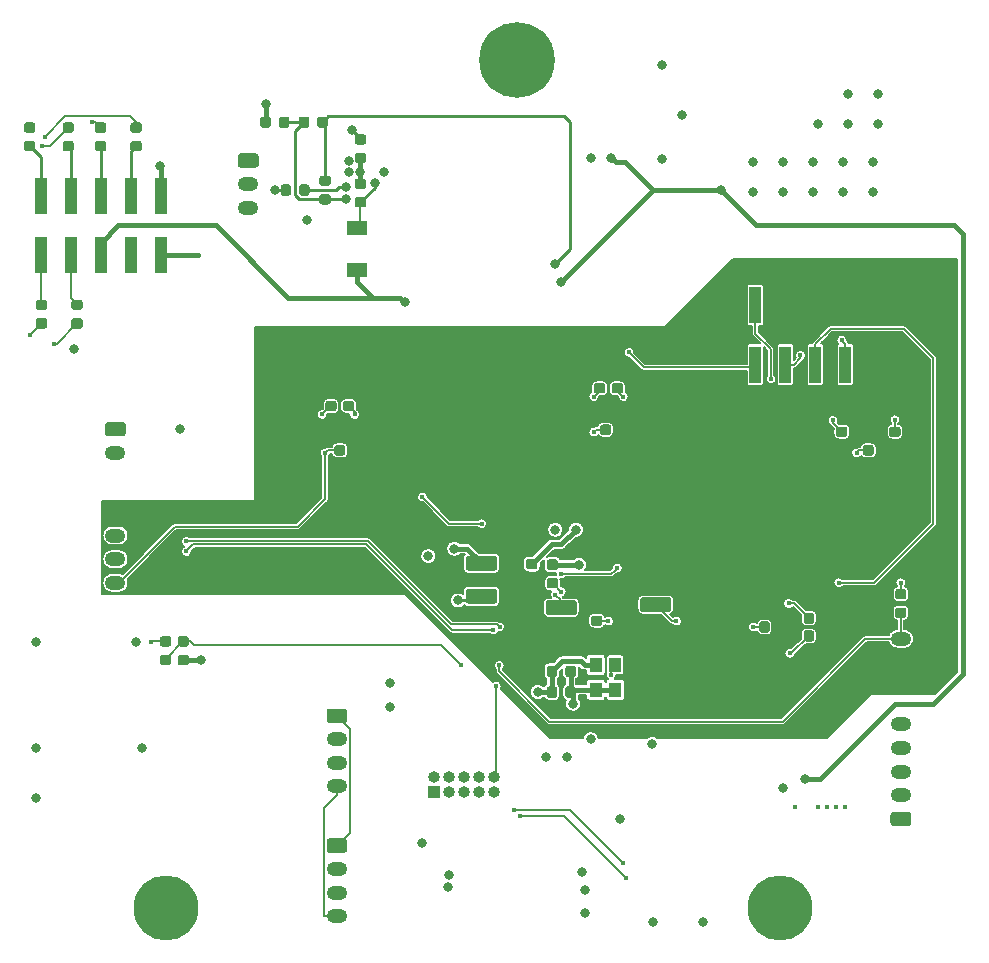
<source format=gbl>
G04 This is an RS-274x file exported by *
G04 gerbv version 2.6A *
G04 More information is available about gerbv at *
G04 http://gerbv.geda-project.org/ *
G04 --End of header info--*
%MOIN*%
%FSLAX34Y34*%
%IPPOS*%
G04 --Define apertures--*
%ADD10R,0.0669X0.0512*%
%ADD11C,0.2165*%
%ADD12C,0.0315*%
%ADD13C,0.2520*%
%ADD14O,0.0689X0.0472*%
%ADD15C,0.0039*%
%ADD16C,0.0472*%
%ADD17C,0.0344*%
%ADD18R,0.0433X0.0512*%
%ADD19R,0.1654X0.1299*%
%ADD20R,0.1850X0.0610*%
%ADD21R,0.0394X0.0394*%
%ADD22R,0.0551X0.0394*%
%ADD23O,0.0394X0.0394*%
%ADD24R,0.0394X0.1240*%
%ADD25C,0.0492*%
%ADD26C,0.0177*%
%ADD27C,0.0157*%
%ADD28C,0.0098*%
%ADD29C,0.0059*%
%ADD30C,0.0079*%
G04 --Start main section--*
G54D10*
G01X0082480Y-031693D03*
G01X0082480Y-030315D03*
G54D11*
G01X0096555Y-052953D03*
G01X0076083Y-052953D03*
G54D12*
G01X0088463Y-024037D03*
G01X0087795Y-023760D03*
G01X0087127Y-024037D03*
G01X0086850Y-024705D03*
G01X0087127Y-025373D03*
G01X0087795Y-025650D03*
G01X0088463Y-025373D03*
G01X0088740Y-024705D03*
G54D13*
G01X0087795Y-024705D03*
G54D14*
G01X0078839Y-029626D03*
G01X0078839Y-028839D03*
G54D15*
G36*
G01X0079094Y-027815D02*
G01X0079104Y-027817D01*
G01X0079113Y-027819D01*
G01X0079122Y-027822D01*
G01X0079131Y-027827D01*
G01X0079139Y-027832D01*
G01X0079147Y-027837D01*
G01X0079154Y-027844D01*
G01X0079161Y-027851D01*
G01X0079166Y-027859D01*
G01X0079171Y-027867D01*
G01X0079176Y-027876D01*
G01X0079179Y-027885D01*
G01X0079181Y-027894D01*
G01X0079183Y-027904D01*
G01X0079183Y-027913D01*
G01X0079183Y-028189D01*
G01X0079183Y-028199D01*
G01X0079181Y-028208D01*
G01X0079179Y-028218D01*
G01X0079176Y-028227D01*
G01X0079171Y-028235D01*
G01X0079166Y-028244D01*
G01X0079161Y-028251D01*
G01X0079154Y-028259D01*
G01X0079147Y-028265D01*
G01X0079139Y-028271D01*
G01X0079131Y-028276D01*
G01X0079122Y-028280D01*
G01X0079113Y-028283D01*
G01X0079104Y-028286D01*
G01X0079094Y-028287D01*
G01X0079085Y-028287D01*
G01X0078593Y-028287D01*
G01X0078583Y-028287D01*
G01X0078573Y-028286D01*
G01X0078564Y-028283D01*
G01X0078555Y-028280D01*
G01X0078546Y-028276D01*
G01X0078538Y-028271D01*
G01X0078530Y-028265D01*
G01X0078523Y-028259D01*
G01X0078516Y-028251D01*
G01X0078511Y-028244D01*
G01X0078506Y-028235D01*
G01X0078502Y-028227D01*
G01X0078498Y-028218D01*
G01X0078496Y-028208D01*
G01X0078495Y-028199D01*
G01X0078494Y-028189D01*
G01X0078494Y-027913D01*
G01X0078495Y-027904D01*
G01X0078496Y-027894D01*
G01X0078498Y-027885D01*
G01X0078502Y-027876D01*
G01X0078506Y-027867D01*
G01X0078511Y-027859D01*
G01X0078516Y-027851D01*
G01X0078523Y-027844D01*
G01X0078530Y-027837D01*
G01X0078538Y-027832D01*
G01X0078546Y-027827D01*
G01X0078555Y-027822D01*
G01X0078564Y-027819D01*
G01X0078573Y-027817D01*
G01X0078583Y-027815D01*
G01X0078593Y-027815D01*
G01X0079085Y-027815D01*
G01X0079094Y-027815D01*
G01X0079094Y-027815D01*
G37*
G54D16*
G01X0078839Y-028051D03*
G54D15*
G36*
G01X0081704Y-035443D02*
G01X0081712Y-035445D01*
G01X0081720Y-035447D01*
G01X0081728Y-035449D01*
G01X0081736Y-035453D01*
G01X0081743Y-035457D01*
G01X0081750Y-035462D01*
G01X0081756Y-035468D01*
G01X0081762Y-035474D01*
G01X0081767Y-035481D01*
G01X0081771Y-035488D01*
G01X0081775Y-035496D01*
G01X0081778Y-035504D01*
G01X0081780Y-035512D01*
G01X0081781Y-035521D01*
G01X0081781Y-035529D01*
G01X0081781Y-035701D01*
G01X0081781Y-035710D01*
G01X0081780Y-035718D01*
G01X0081778Y-035726D01*
G01X0081775Y-035734D01*
G01X0081771Y-035742D01*
G01X0081767Y-035749D01*
G01X0081762Y-035756D01*
G01X0081756Y-035762D01*
G01X0081750Y-035768D01*
G01X0081743Y-035773D01*
G01X0081736Y-035777D01*
G01X0081728Y-035781D01*
G01X0081720Y-035784D01*
G01X0081712Y-035786D01*
G01X0081704Y-035787D01*
G01X0081695Y-035787D01*
G01X0081494Y-035787D01*
G01X0081485Y-035787D01*
G01X0081477Y-035786D01*
G01X0081469Y-035784D01*
G01X0081461Y-035781D01*
G01X0081453Y-035777D01*
G01X0081446Y-035773D01*
G01X0081439Y-035768D01*
G01X0081433Y-035762D01*
G01X0081427Y-035756D01*
G01X0081422Y-035749D01*
G01X0081418Y-035742D01*
G01X0081414Y-035734D01*
G01X0081411Y-035726D01*
G01X0081409Y-035718D01*
G01X0081408Y-035710D01*
G01X0081407Y-035701D01*
G01X0081407Y-035529D01*
G01X0081408Y-035521D01*
G01X0081409Y-035512D01*
G01X0081411Y-035504D01*
G01X0081414Y-035496D01*
G01X0081418Y-035488D01*
G01X0081422Y-035481D01*
G01X0081427Y-035474D01*
G01X0081433Y-035468D01*
G01X0081439Y-035462D01*
G01X0081446Y-035457D01*
G01X0081453Y-035453D01*
G01X0081461Y-035449D01*
G01X0081469Y-035447D01*
G01X0081477Y-035445D01*
G01X0081485Y-035443D01*
G01X0081494Y-035443D01*
G01X0081695Y-035443D01*
G01X0081704Y-035443D01*
G01X0081704Y-035443D01*
G37*
G54D17*
G01X0081594Y-035615D03*
G54D15*
G36*
G01X0081704Y-036063D02*
G01X0081712Y-036065D01*
G01X0081720Y-036067D01*
G01X0081728Y-036070D01*
G01X0081736Y-036073D01*
G01X0081743Y-036078D01*
G01X0081750Y-036083D01*
G01X0081756Y-036088D01*
G01X0081762Y-036094D01*
G01X0081767Y-036101D01*
G01X0081771Y-036109D01*
G01X0081775Y-036116D01*
G01X0081778Y-036124D01*
G01X0081780Y-036132D01*
G01X0081781Y-036141D01*
G01X0081781Y-036149D01*
G01X0081781Y-036321D01*
G01X0081781Y-036330D01*
G01X0081780Y-036338D01*
G01X0081778Y-036346D01*
G01X0081775Y-036354D01*
G01X0081771Y-036362D01*
G01X0081767Y-036369D01*
G01X0081762Y-036376D01*
G01X0081756Y-036382D01*
G01X0081750Y-036388D01*
G01X0081743Y-036393D01*
G01X0081736Y-036397D01*
G01X0081728Y-036401D01*
G01X0081720Y-036404D01*
G01X0081712Y-036406D01*
G01X0081704Y-036407D01*
G01X0081695Y-036407D01*
G01X0081494Y-036407D01*
G01X0081485Y-036407D01*
G01X0081477Y-036406D01*
G01X0081469Y-036404D01*
G01X0081461Y-036401D01*
G01X0081453Y-036397D01*
G01X0081446Y-036393D01*
G01X0081439Y-036388D01*
G01X0081433Y-036382D01*
G01X0081427Y-036376D01*
G01X0081422Y-036369D01*
G01X0081418Y-036362D01*
G01X0081414Y-036354D01*
G01X0081411Y-036346D01*
G01X0081409Y-036338D01*
G01X0081408Y-036330D01*
G01X0081407Y-036321D01*
G01X0081407Y-036149D01*
G01X0081408Y-036141D01*
G01X0081409Y-036132D01*
G01X0081411Y-036124D01*
G01X0081414Y-036116D01*
G01X0081418Y-036109D01*
G01X0081422Y-036101D01*
G01X0081427Y-036094D01*
G01X0081433Y-036088D01*
G01X0081439Y-036083D01*
G01X0081446Y-036078D01*
G01X0081453Y-036073D01*
G01X0081461Y-036070D01*
G01X0081469Y-036067D01*
G01X0081477Y-036065D01*
G01X0081485Y-036063D01*
G01X0081494Y-036063D01*
G01X0081695Y-036063D01*
G01X0081704Y-036063D01*
G01X0081704Y-036063D01*
G37*
G54D17*
G01X0081594Y-036235D03*
G54D15*
G36*
G01X0082294Y-035443D02*
G01X0082303Y-035445D01*
G01X0082311Y-035447D01*
G01X0082319Y-035449D01*
G01X0082327Y-035453D01*
G01X0082334Y-035457D01*
G01X0082341Y-035462D01*
G01X0082347Y-035468D01*
G01X0082352Y-035474D01*
G01X0082358Y-035481D01*
G01X0082362Y-035488D01*
G01X0082365Y-035496D01*
G01X0082368Y-035504D01*
G01X0082370Y-035512D01*
G01X0082372Y-035521D01*
G01X0082372Y-035529D01*
G01X0082372Y-035701D01*
G01X0082372Y-035710D01*
G01X0082370Y-035718D01*
G01X0082368Y-035726D01*
G01X0082365Y-035734D01*
G01X0082362Y-035742D01*
G01X0082358Y-035749D01*
G01X0082352Y-035756D01*
G01X0082347Y-035762D01*
G01X0082341Y-035768D01*
G01X0082334Y-035773D01*
G01X0082327Y-035777D01*
G01X0082319Y-035781D01*
G01X0082311Y-035784D01*
G01X0082303Y-035786D01*
G01X0082294Y-035787D01*
G01X0082286Y-035787D01*
G01X0082084Y-035787D01*
G01X0082076Y-035787D01*
G01X0082067Y-035786D01*
G01X0082059Y-035784D01*
G01X0082051Y-035781D01*
G01X0082044Y-035777D01*
G01X0082036Y-035773D01*
G01X0082030Y-035768D01*
G01X0082023Y-035762D01*
G01X0082018Y-035756D01*
G01X0082013Y-035749D01*
G01X0082008Y-035742D01*
G01X0082005Y-035734D01*
G01X0082002Y-035726D01*
G01X0082000Y-035718D01*
G01X0081998Y-035710D01*
G01X0081998Y-035701D01*
G01X0081998Y-035529D01*
G01X0081998Y-035521D01*
G01X0082000Y-035512D01*
G01X0082002Y-035504D01*
G01X0082005Y-035496D01*
G01X0082008Y-035488D01*
G01X0082013Y-035481D01*
G01X0082018Y-035474D01*
G01X0082023Y-035468D01*
G01X0082030Y-035462D01*
G01X0082036Y-035457D01*
G01X0082044Y-035453D01*
G01X0082051Y-035449D01*
G01X0082059Y-035447D01*
G01X0082067Y-035445D01*
G01X0082076Y-035443D01*
G01X0082084Y-035443D01*
G01X0082286Y-035443D01*
G01X0082294Y-035443D01*
G01X0082294Y-035443D01*
G37*
G54D17*
G01X0082185Y-035615D03*
G54D15*
G36*
G01X0082294Y-036063D02*
G01X0082303Y-036065D01*
G01X0082311Y-036067D01*
G01X0082319Y-036070D01*
G01X0082327Y-036073D01*
G01X0082334Y-036078D01*
G01X0082341Y-036083D01*
G01X0082347Y-036088D01*
G01X0082352Y-036094D01*
G01X0082358Y-036101D01*
G01X0082362Y-036109D01*
G01X0082365Y-036116D01*
G01X0082368Y-036124D01*
G01X0082370Y-036132D01*
G01X0082372Y-036141D01*
G01X0082372Y-036149D01*
G01X0082372Y-036321D01*
G01X0082372Y-036330D01*
G01X0082370Y-036338D01*
G01X0082368Y-036346D01*
G01X0082365Y-036354D01*
G01X0082362Y-036362D01*
G01X0082358Y-036369D01*
G01X0082352Y-036376D01*
G01X0082347Y-036382D01*
G01X0082341Y-036388D01*
G01X0082334Y-036393D01*
G01X0082327Y-036397D01*
G01X0082319Y-036401D01*
G01X0082311Y-036404D01*
G01X0082303Y-036406D01*
G01X0082294Y-036407D01*
G01X0082286Y-036407D01*
G01X0082084Y-036407D01*
G01X0082076Y-036407D01*
G01X0082067Y-036406D01*
G01X0082059Y-036404D01*
G01X0082051Y-036401D01*
G01X0082044Y-036397D01*
G01X0082036Y-036393D01*
G01X0082030Y-036388D01*
G01X0082023Y-036382D01*
G01X0082018Y-036376D01*
G01X0082013Y-036369D01*
G01X0082008Y-036362D01*
G01X0082005Y-036354D01*
G01X0082002Y-036346D01*
G01X0082000Y-036338D01*
G01X0081998Y-036330D01*
G01X0081998Y-036321D01*
G01X0081998Y-036149D01*
G01X0081998Y-036141D01*
G01X0082000Y-036132D01*
G01X0082002Y-036124D01*
G01X0082005Y-036116D01*
G01X0082008Y-036109D01*
G01X0082013Y-036101D01*
G01X0082018Y-036094D01*
G01X0082023Y-036088D01*
G01X0082030Y-036083D01*
G01X0082036Y-036078D01*
G01X0082044Y-036073D01*
G01X0082051Y-036070D01*
G01X0082059Y-036067D01*
G01X0082067Y-036065D01*
G01X0082076Y-036063D01*
G01X0082084Y-036063D01*
G01X0082286Y-036063D01*
G01X0082294Y-036063D01*
G01X0082294Y-036063D01*
G37*
G54D17*
G01X0082185Y-036235D03*
G54D14*
G01X0081791Y-053248D03*
G01X0081791Y-052461D03*
G01X0081791Y-051673D03*
G54D15*
G36*
G01X0082047Y-050650D02*
G01X0082057Y-050651D01*
G01X0082066Y-050654D01*
G01X0082075Y-050657D01*
G01X0082084Y-050661D01*
G01X0082092Y-050666D01*
G01X0082100Y-050672D01*
G01X0082107Y-050678D01*
G01X0082113Y-050686D01*
G01X0082119Y-050693D01*
G01X0082124Y-050702D01*
G01X0082128Y-050710D01*
G01X0082132Y-050719D01*
G01X0082134Y-050729D01*
G01X0082135Y-050738D01*
G01X0082136Y-050748D01*
G01X0082136Y-051024D01*
G01X0082135Y-051033D01*
G01X0082134Y-051043D01*
G01X0082132Y-051052D01*
G01X0082128Y-051061D01*
G01X0082124Y-051070D01*
G01X0082119Y-051078D01*
G01X0082113Y-051086D01*
G01X0082107Y-051093D01*
G01X0082100Y-051100D01*
G01X0082092Y-051105D01*
G01X0082084Y-051110D01*
G01X0082075Y-051115D01*
G01X0082066Y-051118D01*
G01X0082057Y-051120D01*
G01X0082047Y-051122D01*
G01X0082037Y-051122D01*
G01X0081545Y-051122D01*
G01X0081536Y-051122D01*
G01X0081526Y-051120D01*
G01X0081517Y-051118D01*
G01X0081508Y-051115D01*
G01X0081499Y-051110D01*
G01X0081491Y-051105D01*
G01X0081483Y-051100D01*
G01X0081476Y-051093D01*
G01X0081469Y-051086D01*
G01X0081463Y-051078D01*
G01X0081458Y-051070D01*
G01X0081454Y-051061D01*
G01X0081451Y-051052D01*
G01X0081449Y-051043D01*
G01X0081447Y-051033D01*
G01X0081447Y-051024D01*
G01X0081447Y-050748D01*
G01X0081447Y-050738D01*
G01X0081449Y-050729D01*
G01X0081451Y-050719D01*
G01X0081454Y-050710D01*
G01X0081458Y-050702D01*
G01X0081463Y-050693D01*
G01X0081469Y-050686D01*
G01X0081476Y-050678D01*
G01X0081483Y-050672D01*
G01X0081491Y-050666D01*
G01X0081499Y-050661D01*
G01X0081508Y-050657D01*
G01X0081517Y-050654D01*
G01X0081526Y-050651D01*
G01X0081536Y-050650D01*
G01X0081545Y-050650D01*
G01X0082037Y-050650D01*
G01X0082047Y-050650D01*
G01X0082047Y-050650D01*
G37*
G54D16*
G01X0081791Y-050886D03*
G54D14*
G01X0081791Y-048917D03*
G01X0081791Y-048130D03*
G01X0081791Y-047343D03*
G54D15*
G36*
G01X0082047Y-046319D02*
G01X0082057Y-046321D01*
G01X0082066Y-046323D01*
G01X0082075Y-046326D01*
G01X0082084Y-046331D01*
G01X0082092Y-046335D01*
G01X0082100Y-046341D01*
G01X0082107Y-046348D01*
G01X0082113Y-046355D01*
G01X0082119Y-046363D01*
G01X0082124Y-046371D01*
G01X0082128Y-046380D01*
G01X0082132Y-046389D01*
G01X0082134Y-046398D01*
G01X0082135Y-046408D01*
G01X0082136Y-046417D01*
G01X0082136Y-046693D01*
G01X0082135Y-046703D01*
G01X0082134Y-046712D01*
G01X0082132Y-046721D01*
G01X0082128Y-046731D01*
G01X0082124Y-046739D01*
G01X0082119Y-046748D01*
G01X0082113Y-046755D01*
G01X0082107Y-046763D01*
G01X0082100Y-046769D01*
G01X0082092Y-046775D01*
G01X0082084Y-046780D01*
G01X0082075Y-046784D01*
G01X0082066Y-046787D01*
G01X0082057Y-046789D01*
G01X0082047Y-046791D01*
G01X0082037Y-046791D01*
G01X0081545Y-046791D01*
G01X0081536Y-046791D01*
G01X0081526Y-046789D01*
G01X0081517Y-046787D01*
G01X0081508Y-046784D01*
G01X0081499Y-046780D01*
G01X0081491Y-046775D01*
G01X0081483Y-046769D01*
G01X0081476Y-046763D01*
G01X0081469Y-046755D01*
G01X0081463Y-046748D01*
G01X0081458Y-046739D01*
G01X0081454Y-046731D01*
G01X0081451Y-046721D01*
G01X0081449Y-046712D01*
G01X0081447Y-046703D01*
G01X0081447Y-046693D01*
G01X0081447Y-046417D01*
G01X0081447Y-046408D01*
G01X0081449Y-046398D01*
G01X0081451Y-046389D01*
G01X0081454Y-046380D01*
G01X0081458Y-046371D01*
G01X0081463Y-046363D01*
G01X0081469Y-046355D01*
G01X0081476Y-046348D01*
G01X0081483Y-046341D01*
G01X0081491Y-046335D01*
G01X0081499Y-046331D01*
G01X0081508Y-046326D01*
G01X0081517Y-046323D01*
G01X0081526Y-046321D01*
G01X0081536Y-046319D01*
G01X0081545Y-046319D01*
G01X0082037Y-046319D01*
G01X0082047Y-046319D01*
G01X0082047Y-046319D01*
G37*
G54D16*
G01X0081791Y-046555D03*
G54D14*
G01X0074409Y-037795D03*
G54D15*
G36*
G01X0074665Y-036772D02*
G01X0074675Y-036774D01*
G01X0074684Y-036776D01*
G01X0074693Y-036779D01*
G01X0074702Y-036783D01*
G01X0074710Y-036788D01*
G01X0074718Y-036794D01*
G01X0074725Y-036800D01*
G01X0074732Y-036808D01*
G01X0074737Y-036815D01*
G01X0074742Y-036824D01*
G01X0074746Y-036832D01*
G01X0074750Y-036842D01*
G01X0074752Y-036851D01*
G01X0074753Y-036860D01*
G01X0074754Y-036870D01*
G01X0074754Y-037146D01*
G01X0074753Y-037155D01*
G01X0074752Y-037165D01*
G01X0074750Y-037174D01*
G01X0074746Y-037183D01*
G01X0074742Y-037192D01*
G01X0074737Y-037200D01*
G01X0074732Y-037208D01*
G01X0074725Y-037215D01*
G01X0074718Y-037222D01*
G01X0074710Y-037228D01*
G01X0074702Y-037232D01*
G01X0074693Y-037237D01*
G01X0074684Y-037240D01*
G01X0074675Y-037242D01*
G01X0074665Y-037244D01*
G01X0074656Y-037244D01*
G01X0074163Y-037244D01*
G01X0074154Y-037244D01*
G01X0074144Y-037242D01*
G01X0074135Y-037240D01*
G01X0074126Y-037237D01*
G01X0074117Y-037232D01*
G01X0074109Y-037228D01*
G01X0074101Y-037222D01*
G01X0074094Y-037215D01*
G01X0074087Y-037208D01*
G01X0074082Y-037200D01*
G01X0074077Y-037192D01*
G01X0074072Y-037183D01*
G01X0074069Y-037174D01*
G01X0074067Y-037165D01*
G01X0074065Y-037155D01*
G01X0074065Y-037146D01*
G01X0074065Y-036870D01*
G01X0074065Y-036860D01*
G01X0074067Y-036851D01*
G01X0074069Y-036842D01*
G01X0074072Y-036832D01*
G01X0074077Y-036824D01*
G01X0074082Y-036815D01*
G01X0074087Y-036808D01*
G01X0074094Y-036800D01*
G01X0074101Y-036794D01*
G01X0074109Y-036788D01*
G01X0074117Y-036783D01*
G01X0074126Y-036779D01*
G01X0074135Y-036776D01*
G01X0074144Y-036774D01*
G01X0074154Y-036772D01*
G01X0074163Y-036772D01*
G01X0074656Y-036772D01*
G01X0074665Y-036772D01*
G01X0074665Y-036772D01*
G37*
G54D16*
G01X0074409Y-037008D03*
G54D14*
G01X0100591Y-046850D03*
G01X0100591Y-047638D03*
G01X0100591Y-048425D03*
G01X0100591Y-049213D03*
G54D15*
G36*
G01X0100846Y-049764D02*
G01X0100856Y-049766D01*
G01X0100865Y-049768D01*
G01X0100874Y-049771D01*
G01X0100883Y-049775D01*
G01X0100891Y-049780D01*
G01X0100899Y-049786D01*
G01X0100906Y-049793D01*
G01X0100913Y-049800D01*
G01X0100918Y-049808D01*
G01X0100923Y-049816D01*
G01X0100928Y-049825D01*
G01X0100931Y-049834D01*
G01X0100933Y-049843D01*
G01X0100935Y-049853D01*
G01X0100935Y-049862D01*
G01X0100935Y-050138D01*
G01X0100935Y-050147D01*
G01X0100933Y-050157D01*
G01X0100931Y-050166D01*
G01X0100928Y-050175D01*
G01X0100923Y-050184D01*
G01X0100918Y-050192D01*
G01X0100913Y-050200D01*
G01X0100906Y-050207D01*
G01X0100899Y-050214D01*
G01X0100891Y-050220D01*
G01X0100883Y-050225D01*
G01X0100874Y-050229D01*
G01X0100865Y-050232D01*
G01X0100856Y-050234D01*
G01X0100846Y-050236D01*
G01X0100837Y-050236D01*
G01X0100344Y-050236D01*
G01X0100335Y-050236D01*
G01X0100325Y-050234D01*
G01X0100316Y-050232D01*
G01X0100307Y-050229D01*
G01X0100298Y-050225D01*
G01X0100290Y-050220D01*
G01X0100282Y-050214D01*
G01X0100275Y-050207D01*
G01X0100268Y-050200D01*
G01X0100263Y-050192D01*
G01X0100258Y-050184D01*
G01X0100254Y-050175D01*
G01X0100250Y-050166D01*
G01X0100248Y-050157D01*
G01X0100247Y-050147D01*
G01X0100246Y-050138D01*
G01X0100246Y-049862D01*
G01X0100247Y-049853D01*
G01X0100248Y-049843D01*
G01X0100250Y-049834D01*
G01X0100254Y-049825D01*
G01X0100258Y-049816D01*
G01X0100263Y-049808D01*
G01X0100268Y-049800D01*
G01X0100275Y-049793D01*
G01X0100282Y-049786D01*
G01X0100290Y-049780D01*
G01X0100298Y-049775D01*
G01X0100307Y-049771D01*
G01X0100316Y-049768D01*
G01X0100325Y-049766D01*
G01X0100335Y-049764D01*
G01X0100344Y-049764D01*
G01X0100837Y-049764D01*
G01X0100846Y-049764D01*
G01X0100846Y-049764D01*
G37*
G54D16*
G01X0100591Y-050000D03*
G54D14*
G01X0100591Y-043996D03*
G54D15*
G36*
G01X0100846Y-044548D02*
G01X0100856Y-044549D01*
G01X0100865Y-044551D01*
G01X0100874Y-044555D01*
G01X0100883Y-044559D01*
G01X0100891Y-044564D01*
G01X0100899Y-044570D01*
G01X0100906Y-044576D01*
G01X0100913Y-044583D01*
G01X0100918Y-044591D01*
G01X0100923Y-044599D01*
G01X0100928Y-044608D01*
G01X0100931Y-044617D01*
G01X0100933Y-044626D01*
G01X0100935Y-044636D01*
G01X0100935Y-044646D01*
G01X0100935Y-044921D01*
G01X0100935Y-044931D01*
G01X0100933Y-044940D01*
G01X0100931Y-044950D01*
G01X0100928Y-044959D01*
G01X0100923Y-044968D01*
G01X0100918Y-044976D01*
G01X0100913Y-044984D01*
G01X0100906Y-044991D01*
G01X0100899Y-044997D01*
G01X0100891Y-045003D01*
G01X0100883Y-045008D01*
G01X0100874Y-045012D01*
G01X0100865Y-045015D01*
G01X0100856Y-045018D01*
G01X0100846Y-045019D01*
G01X0100837Y-045020D01*
G01X0100344Y-045020D01*
G01X0100335Y-045019D01*
G01X0100325Y-045018D01*
G01X0100316Y-045015D01*
G01X0100307Y-045012D01*
G01X0100298Y-045008D01*
G01X0100290Y-045003D01*
G01X0100282Y-044997D01*
G01X0100275Y-044991D01*
G01X0100268Y-044984D01*
G01X0100263Y-044976D01*
G01X0100258Y-044968D01*
G01X0100254Y-044959D01*
G01X0100250Y-044950D01*
G01X0100248Y-044940D01*
G01X0100247Y-044931D01*
G01X0100246Y-044921D01*
G01X0100246Y-044646D01*
G01X0100247Y-044636D01*
G01X0100248Y-044626D01*
G01X0100250Y-044617D01*
G01X0100254Y-044608D01*
G01X0100258Y-044599D01*
G01X0100263Y-044591D01*
G01X0100268Y-044583D01*
G01X0100275Y-044576D01*
G01X0100282Y-044570D01*
G01X0100290Y-044564D01*
G01X0100298Y-044559D01*
G01X0100307Y-044555D01*
G01X0100316Y-044551D01*
G01X0100325Y-044549D01*
G01X0100335Y-044548D01*
G01X0100344Y-044547D01*
G01X0100837Y-044547D01*
G01X0100846Y-044548D01*
G01X0100846Y-044548D01*
G37*
G54D16*
G01X0100591Y-044783D03*
G54D14*
G01X0074409Y-042126D03*
G01X0074409Y-041339D03*
G01X0074409Y-040551D03*
G54D15*
G36*
G01X0074665Y-039528D02*
G01X0074675Y-039529D01*
G01X0074684Y-039532D01*
G01X0074693Y-039535D01*
G01X0074702Y-039539D01*
G01X0074710Y-039544D01*
G01X0074718Y-039550D01*
G01X0074725Y-039556D01*
G01X0074732Y-039564D01*
G01X0074737Y-039571D01*
G01X0074742Y-039580D01*
G01X0074746Y-039588D01*
G01X0074750Y-039597D01*
G01X0074752Y-039607D01*
G01X0074753Y-039616D01*
G01X0074754Y-039626D01*
G01X0074754Y-039902D01*
G01X0074753Y-039911D01*
G01X0074752Y-039921D01*
G01X0074750Y-039930D01*
G01X0074746Y-039939D01*
G01X0074742Y-039948D01*
G01X0074737Y-039956D01*
G01X0074732Y-039964D01*
G01X0074725Y-039971D01*
G01X0074718Y-039978D01*
G01X0074710Y-039983D01*
G01X0074702Y-039988D01*
G01X0074693Y-039993D01*
G01X0074684Y-039996D01*
G01X0074675Y-039998D01*
G01X0074665Y-040000D01*
G01X0074656Y-040000D01*
G01X0074163Y-040000D01*
G01X0074154Y-040000D01*
G01X0074144Y-039998D01*
G01X0074135Y-039996D01*
G01X0074126Y-039993D01*
G01X0074117Y-039988D01*
G01X0074109Y-039983D01*
G01X0074101Y-039978D01*
G01X0074094Y-039971D01*
G01X0074087Y-039964D01*
G01X0074082Y-039956D01*
G01X0074077Y-039948D01*
G01X0074072Y-039939D01*
G01X0074069Y-039930D01*
G01X0074067Y-039921D01*
G01X0074065Y-039911D01*
G01X0074065Y-039902D01*
G01X0074065Y-039626D01*
G01X0074065Y-039616D01*
G01X0074067Y-039607D01*
G01X0074069Y-039597D01*
G01X0074072Y-039588D01*
G01X0074077Y-039580D01*
G01X0074082Y-039571D01*
G01X0074087Y-039564D01*
G01X0074094Y-039556D01*
G01X0074101Y-039550D01*
G01X0074109Y-039544D01*
G01X0074117Y-039539D01*
G01X0074126Y-039535D01*
G01X0074135Y-039532D01*
G01X0074144Y-039529D01*
G01X0074154Y-039528D01*
G01X0074163Y-039528D01*
G01X0074656Y-039528D01*
G01X0074665Y-039528D01*
G01X0074665Y-039528D01*
G37*
G54D16*
G01X0074409Y-039764D03*
G54D15*
G36*
G01X0072058Y-033308D02*
G01X0072067Y-033309D01*
G01X0072075Y-033311D01*
G01X0072083Y-033314D01*
G01X0072090Y-033317D01*
G01X0072098Y-033322D01*
G01X0072104Y-033327D01*
G01X0072111Y-033332D01*
G01X0072116Y-033339D01*
G01X0072121Y-033345D01*
G01X0072126Y-033353D01*
G01X0072129Y-033360D01*
G01X0072132Y-033368D01*
G01X0072134Y-033376D01*
G01X0072135Y-033385D01*
G01X0072136Y-033393D01*
G01X0072136Y-033565D01*
G01X0072135Y-033574D01*
G01X0072134Y-033582D01*
G01X0072132Y-033590D01*
G01X0072129Y-033598D01*
G01X0072126Y-033606D01*
G01X0072121Y-033613D01*
G01X0072116Y-033620D01*
G01X0072111Y-033626D01*
G01X0072104Y-033632D01*
G01X0072098Y-033637D01*
G01X0072090Y-033641D01*
G01X0072083Y-033645D01*
G01X0072075Y-033648D01*
G01X0072067Y-033650D01*
G01X0072058Y-033651D01*
G01X0072050Y-033652D01*
G01X0071848Y-033652D01*
G01X0071839Y-033651D01*
G01X0071831Y-033650D01*
G01X0071823Y-033648D01*
G01X0071815Y-033645D01*
G01X0071807Y-033641D01*
G01X0071800Y-033637D01*
G01X0071793Y-033632D01*
G01X0071787Y-033626D01*
G01X0071781Y-033620D01*
G01X0071776Y-033613D01*
G01X0071772Y-033606D01*
G01X0071768Y-033598D01*
G01X0071766Y-033590D01*
G01X0071763Y-033582D01*
G01X0071762Y-033574D01*
G01X0071762Y-033565D01*
G01X0071762Y-033393D01*
G01X0071762Y-033385D01*
G01X0071763Y-033376D01*
G01X0071766Y-033368D01*
G01X0071768Y-033360D01*
G01X0071772Y-033353D01*
G01X0071776Y-033345D01*
G01X0071781Y-033339D01*
G01X0071787Y-033332D01*
G01X0071793Y-033327D01*
G01X0071800Y-033322D01*
G01X0071807Y-033317D01*
G01X0071815Y-033314D01*
G01X0071823Y-033311D01*
G01X0071831Y-033309D01*
G01X0071839Y-033308D01*
G01X0071848Y-033307D01*
G01X0072050Y-033307D01*
G01X0072058Y-033308D01*
G01X0072058Y-033308D01*
G37*
G54D17*
G01X0071949Y-033479D03*
G54D15*
G36*
G01X0072058Y-032687D02*
G01X0072067Y-032689D01*
G01X0072075Y-032691D01*
G01X0072083Y-032694D01*
G01X0072090Y-032697D01*
G01X0072098Y-032702D01*
G01X0072104Y-032707D01*
G01X0072111Y-032712D01*
G01X0072116Y-032718D01*
G01X0072121Y-032725D01*
G01X0072126Y-032733D01*
G01X0072129Y-032740D01*
G01X0072132Y-032748D01*
G01X0072134Y-032756D01*
G01X0072135Y-032765D01*
G01X0072136Y-032773D01*
G01X0072136Y-032945D01*
G01X0072135Y-032954D01*
G01X0072134Y-032962D01*
G01X0072132Y-032970D01*
G01X0072129Y-032978D01*
G01X0072126Y-032986D01*
G01X0072121Y-032993D01*
G01X0072116Y-033000D01*
G01X0072111Y-033006D01*
G01X0072104Y-033012D01*
G01X0072098Y-033017D01*
G01X0072090Y-033021D01*
G01X0072083Y-033025D01*
G01X0072075Y-033028D01*
G01X0072067Y-033030D01*
G01X0072058Y-033031D01*
G01X0072050Y-033031D01*
G01X0071848Y-033031D01*
G01X0071839Y-033031D01*
G01X0071831Y-033030D01*
G01X0071823Y-033028D01*
G01X0071815Y-033025D01*
G01X0071807Y-033021D01*
G01X0071800Y-033017D01*
G01X0071793Y-033012D01*
G01X0071787Y-033006D01*
G01X0071781Y-033000D01*
G01X0071776Y-032993D01*
G01X0071772Y-032986D01*
G01X0071768Y-032978D01*
G01X0071766Y-032970D01*
G01X0071763Y-032962D01*
G01X0071762Y-032954D01*
G01X0071762Y-032945D01*
G01X0071762Y-032773D01*
G01X0071762Y-032765D01*
G01X0071763Y-032756D01*
G01X0071766Y-032748D01*
G01X0071768Y-032740D01*
G01X0071772Y-032733D01*
G01X0071776Y-032725D01*
G01X0071781Y-032718D01*
G01X0071787Y-032712D01*
G01X0071793Y-032707D01*
G01X0071800Y-032702D01*
G01X0071807Y-032697D01*
G01X0071815Y-032694D01*
G01X0071823Y-032691D01*
G01X0071831Y-032689D01*
G01X0071839Y-032687D01*
G01X0071848Y-032687D01*
G01X0072050Y-032687D01*
G01X0072058Y-032687D01*
G01X0072058Y-032687D01*
G37*
G54D17*
G01X0071949Y-032859D03*
G54D15*
G36*
G01X0072944Y-026782D02*
G01X0072952Y-026783D01*
G01X0072961Y-026785D01*
G01X0072968Y-026788D01*
G01X0072976Y-026792D01*
G01X0072983Y-026796D01*
G01X0072990Y-026801D01*
G01X0072996Y-026807D01*
G01X0073002Y-026813D01*
G01X0073007Y-026820D01*
G01X0073011Y-026827D01*
G01X0073015Y-026835D01*
G01X0073018Y-026843D01*
G01X0073020Y-026851D01*
G01X0073021Y-026859D01*
G01X0073022Y-026868D01*
G01X0073022Y-027040D01*
G01X0073021Y-027048D01*
G01X0073020Y-027057D01*
G01X0073018Y-027065D01*
G01X0073015Y-027073D01*
G01X0073011Y-027080D01*
G01X0073007Y-027088D01*
G01X0073002Y-027094D01*
G01X0072996Y-027101D01*
G01X0072990Y-027106D01*
G01X0072983Y-027111D01*
G01X0072976Y-027116D01*
G01X0072968Y-027119D01*
G01X0072961Y-027122D01*
G01X0072952Y-027124D01*
G01X0072944Y-027126D01*
G01X0072936Y-027126D01*
G01X0072734Y-027126D01*
G01X0072725Y-027126D01*
G01X0072717Y-027124D01*
G01X0072709Y-027122D01*
G01X0072701Y-027119D01*
G01X0072693Y-027116D01*
G01X0072686Y-027111D01*
G01X0072679Y-027106D01*
G01X0072673Y-027101D01*
G01X0072667Y-027094D01*
G01X0072662Y-027088D01*
G01X0072658Y-027080D01*
G01X0072654Y-027073D01*
G01X0072651Y-027065D01*
G01X0072649Y-027057D01*
G01X0072648Y-027048D01*
G01X0072648Y-027040D01*
G01X0072648Y-026868D01*
G01X0072648Y-026859D01*
G01X0072649Y-026851D01*
G01X0072651Y-026843D01*
G01X0072654Y-026835D01*
G01X0072658Y-026827D01*
G01X0072662Y-026820D01*
G01X0072667Y-026813D01*
G01X0072673Y-026807D01*
G01X0072679Y-026801D01*
G01X0072686Y-026796D01*
G01X0072693Y-026792D01*
G01X0072701Y-026788D01*
G01X0072709Y-026785D01*
G01X0072717Y-026783D01*
G01X0072725Y-026782D01*
G01X0072734Y-026781D01*
G01X0072936Y-026781D01*
G01X0072944Y-026782D01*
G01X0072944Y-026782D01*
G37*
G54D17*
G01X0072835Y-026954D03*
G54D15*
G36*
G01X0072944Y-027402D02*
G01X0072952Y-027403D01*
G01X0072961Y-027405D01*
G01X0072968Y-027408D01*
G01X0072976Y-027412D01*
G01X0072983Y-027416D01*
G01X0072990Y-027421D01*
G01X0072996Y-027427D01*
G01X0073002Y-027433D01*
G01X0073007Y-027440D01*
G01X0073011Y-027447D01*
G01X0073015Y-027455D01*
G01X0073018Y-027463D01*
G01X0073020Y-027471D01*
G01X0073021Y-027479D01*
G01X0073022Y-027488D01*
G01X0073022Y-027660D01*
G01X0073021Y-027668D01*
G01X0073020Y-027677D01*
G01X0073018Y-027685D01*
G01X0073015Y-027693D01*
G01X0073011Y-027701D01*
G01X0073007Y-027708D01*
G01X0073002Y-027715D01*
G01X0072996Y-027721D01*
G01X0072990Y-027727D01*
G01X0072983Y-027732D01*
G01X0072976Y-027736D01*
G01X0072968Y-027740D01*
G01X0072961Y-027742D01*
G01X0072952Y-027744D01*
G01X0072944Y-027746D01*
G01X0072936Y-027746D01*
G01X0072734Y-027746D01*
G01X0072725Y-027746D01*
G01X0072717Y-027744D01*
G01X0072709Y-027742D01*
G01X0072701Y-027740D01*
G01X0072693Y-027736D01*
G01X0072686Y-027732D01*
G01X0072679Y-027727D01*
G01X0072673Y-027721D01*
G01X0072667Y-027715D01*
G01X0072662Y-027708D01*
G01X0072658Y-027701D01*
G01X0072654Y-027693D01*
G01X0072651Y-027685D01*
G01X0072649Y-027677D01*
G01X0072648Y-027668D01*
G01X0072648Y-027660D01*
G01X0072648Y-027488D01*
G01X0072648Y-027479D01*
G01X0072649Y-027471D01*
G01X0072651Y-027463D01*
G01X0072654Y-027455D01*
G01X0072658Y-027447D01*
G01X0072662Y-027440D01*
G01X0072667Y-027433D01*
G01X0072673Y-027427D01*
G01X0072679Y-027421D01*
G01X0072686Y-027416D01*
G01X0072693Y-027412D01*
G01X0072701Y-027408D01*
G01X0072709Y-027405D01*
G01X0072717Y-027403D01*
G01X0072725Y-027402D01*
G01X0072734Y-027402D01*
G01X0072936Y-027402D01*
G01X0072944Y-027402D01*
G01X0072944Y-027402D01*
G37*
G54D17*
G01X0072835Y-027574D03*
G54D15*
G36*
G01X0075208Y-026782D02*
G01X0075216Y-026783D01*
G01X0075224Y-026785D01*
G01X0075232Y-026788D01*
G01X0075240Y-026792D01*
G01X0075247Y-026796D01*
G01X0075254Y-026801D01*
G01X0075260Y-026807D01*
G01X0075266Y-026813D01*
G01X0075271Y-026820D01*
G01X0075275Y-026827D01*
G01X0075279Y-026835D01*
G01X0075282Y-026843D01*
G01X0075284Y-026851D01*
G01X0075285Y-026859D01*
G01X0075285Y-026868D01*
G01X0075285Y-027040D01*
G01X0075285Y-027048D01*
G01X0075284Y-027057D01*
G01X0075282Y-027065D01*
G01X0075279Y-027073D01*
G01X0075275Y-027080D01*
G01X0075271Y-027088D01*
G01X0075266Y-027094D01*
G01X0075260Y-027101D01*
G01X0075254Y-027106D01*
G01X0075247Y-027111D01*
G01X0075240Y-027116D01*
G01X0075232Y-027119D01*
G01X0075224Y-027122D01*
G01X0075216Y-027124D01*
G01X0075208Y-027126D01*
G01X0075199Y-027126D01*
G01X0074998Y-027126D01*
G01X0074989Y-027126D01*
G01X0074981Y-027124D01*
G01X0074973Y-027122D01*
G01X0074965Y-027119D01*
G01X0074957Y-027116D01*
G01X0074950Y-027111D01*
G01X0074943Y-027106D01*
G01X0074937Y-027101D01*
G01X0074931Y-027094D01*
G01X0074926Y-027088D01*
G01X0074922Y-027080D01*
G01X0074918Y-027073D01*
G01X0074915Y-027065D01*
G01X0074913Y-027057D01*
G01X0074912Y-027048D01*
G01X0074911Y-027040D01*
G01X0074911Y-026868D01*
G01X0074912Y-026859D01*
G01X0074913Y-026851D01*
G01X0074915Y-026843D01*
G01X0074918Y-026835D01*
G01X0074922Y-026827D01*
G01X0074926Y-026820D01*
G01X0074931Y-026813D01*
G01X0074937Y-026807D01*
G01X0074943Y-026801D01*
G01X0074950Y-026796D01*
G01X0074957Y-026792D01*
G01X0074965Y-026788D01*
G01X0074973Y-026785D01*
G01X0074981Y-026783D01*
G01X0074989Y-026782D01*
G01X0074998Y-026781D01*
G01X0075199Y-026781D01*
G01X0075208Y-026782D01*
G01X0075208Y-026782D01*
G37*
G54D17*
G01X0075098Y-026954D03*
G54D15*
G36*
G01X0075208Y-027402D02*
G01X0075216Y-027403D01*
G01X0075224Y-027405D01*
G01X0075232Y-027408D01*
G01X0075240Y-027412D01*
G01X0075247Y-027416D01*
G01X0075254Y-027421D01*
G01X0075260Y-027427D01*
G01X0075266Y-027433D01*
G01X0075271Y-027440D01*
G01X0075275Y-027447D01*
G01X0075279Y-027455D01*
G01X0075282Y-027463D01*
G01X0075284Y-027471D01*
G01X0075285Y-027479D01*
G01X0075285Y-027488D01*
G01X0075285Y-027660D01*
G01X0075285Y-027668D01*
G01X0075284Y-027677D01*
G01X0075282Y-027685D01*
G01X0075279Y-027693D01*
G01X0075275Y-027701D01*
G01X0075271Y-027708D01*
G01X0075266Y-027715D01*
G01X0075260Y-027721D01*
G01X0075254Y-027727D01*
G01X0075247Y-027732D01*
G01X0075240Y-027736D01*
G01X0075232Y-027740D01*
G01X0075224Y-027742D01*
G01X0075216Y-027744D01*
G01X0075208Y-027746D01*
G01X0075199Y-027746D01*
G01X0074998Y-027746D01*
G01X0074989Y-027746D01*
G01X0074981Y-027744D01*
G01X0074973Y-027742D01*
G01X0074965Y-027740D01*
G01X0074957Y-027736D01*
G01X0074950Y-027732D01*
G01X0074943Y-027727D01*
G01X0074937Y-027721D01*
G01X0074931Y-027715D01*
G01X0074926Y-027708D01*
G01X0074922Y-027701D01*
G01X0074918Y-027693D01*
G01X0074915Y-027685D01*
G01X0074913Y-027677D01*
G01X0074912Y-027668D01*
G01X0074911Y-027660D01*
G01X0074911Y-027488D01*
G01X0074912Y-027479D01*
G01X0074913Y-027471D01*
G01X0074915Y-027463D01*
G01X0074918Y-027455D01*
G01X0074922Y-027447D01*
G01X0074926Y-027440D01*
G01X0074931Y-027433D01*
G01X0074937Y-027427D01*
G01X0074943Y-027421D01*
G01X0074950Y-027416D01*
G01X0074957Y-027412D01*
G01X0074965Y-027408D01*
G01X0074973Y-027405D01*
G01X0074981Y-027403D01*
G01X0074989Y-027402D01*
G01X0074998Y-027402D01*
G01X0075199Y-027402D01*
G01X0075208Y-027402D01*
G01X0075208Y-027402D01*
G37*
G54D17*
G01X0075098Y-027574D03*
G54D15*
G36*
G01X0073239Y-033308D02*
G01X0073248Y-033309D01*
G01X0073256Y-033311D01*
G01X0073264Y-033314D01*
G01X0073271Y-033317D01*
G01X0073279Y-033322D01*
G01X0073285Y-033327D01*
G01X0073292Y-033332D01*
G01X0073297Y-033339D01*
G01X0073302Y-033345D01*
G01X0073307Y-033353D01*
G01X0073310Y-033360D01*
G01X0073313Y-033368D01*
G01X0073315Y-033376D01*
G01X0073317Y-033385D01*
G01X0073317Y-033393D01*
G01X0073317Y-033565D01*
G01X0073317Y-033574D01*
G01X0073315Y-033582D01*
G01X0073313Y-033590D01*
G01X0073310Y-033598D01*
G01X0073307Y-033606D01*
G01X0073302Y-033613D01*
G01X0073297Y-033620D01*
G01X0073292Y-033626D01*
G01X0073285Y-033632D01*
G01X0073279Y-033637D01*
G01X0073271Y-033641D01*
G01X0073264Y-033645D01*
G01X0073256Y-033648D01*
G01X0073248Y-033650D01*
G01X0073239Y-033651D01*
G01X0073231Y-033652D01*
G01X0073029Y-033652D01*
G01X0073021Y-033651D01*
G01X0073012Y-033650D01*
G01X0073004Y-033648D01*
G01X0072996Y-033645D01*
G01X0072988Y-033641D01*
G01X0072981Y-033637D01*
G01X0072974Y-033632D01*
G01X0072968Y-033626D01*
G01X0072962Y-033620D01*
G01X0072957Y-033613D01*
G01X0072953Y-033606D01*
G01X0072949Y-033598D01*
G01X0072947Y-033590D01*
G01X0072945Y-033582D01*
G01X0072943Y-033574D01*
G01X0072943Y-033565D01*
G01X0072943Y-033393D01*
G01X0072943Y-033385D01*
G01X0072945Y-033376D01*
G01X0072947Y-033368D01*
G01X0072949Y-033360D01*
G01X0072953Y-033353D01*
G01X0072957Y-033345D01*
G01X0072962Y-033339D01*
G01X0072968Y-033332D01*
G01X0072974Y-033327D01*
G01X0072981Y-033322D01*
G01X0072988Y-033317D01*
G01X0072996Y-033314D01*
G01X0073004Y-033311D01*
G01X0073012Y-033309D01*
G01X0073021Y-033308D01*
G01X0073029Y-033307D01*
G01X0073231Y-033307D01*
G01X0073239Y-033308D01*
G01X0073239Y-033308D01*
G37*
G54D17*
G01X0073130Y-033479D03*
G54D15*
G36*
G01X0073239Y-032687D02*
G01X0073248Y-032689D01*
G01X0073256Y-032691D01*
G01X0073264Y-032694D01*
G01X0073271Y-032697D01*
G01X0073279Y-032702D01*
G01X0073285Y-032707D01*
G01X0073292Y-032712D01*
G01X0073297Y-032718D01*
G01X0073302Y-032725D01*
G01X0073307Y-032733D01*
G01X0073310Y-032740D01*
G01X0073313Y-032748D01*
G01X0073315Y-032756D01*
G01X0073317Y-032765D01*
G01X0073317Y-032773D01*
G01X0073317Y-032945D01*
G01X0073317Y-032954D01*
G01X0073315Y-032962D01*
G01X0073313Y-032970D01*
G01X0073310Y-032978D01*
G01X0073307Y-032986D01*
G01X0073302Y-032993D01*
G01X0073297Y-033000D01*
G01X0073292Y-033006D01*
G01X0073285Y-033012D01*
G01X0073279Y-033017D01*
G01X0073271Y-033021D01*
G01X0073264Y-033025D01*
G01X0073256Y-033028D01*
G01X0073248Y-033030D01*
G01X0073239Y-033031D01*
G01X0073231Y-033031D01*
G01X0073029Y-033031D01*
G01X0073021Y-033031D01*
G01X0073012Y-033030D01*
G01X0073004Y-033028D01*
G01X0072996Y-033025D01*
G01X0072988Y-033021D01*
G01X0072981Y-033017D01*
G01X0072974Y-033012D01*
G01X0072968Y-033006D01*
G01X0072962Y-033000D01*
G01X0072957Y-032993D01*
G01X0072953Y-032986D01*
G01X0072949Y-032978D01*
G01X0072947Y-032970D01*
G01X0072945Y-032962D01*
G01X0072943Y-032954D01*
G01X0072943Y-032945D01*
G01X0072943Y-032773D01*
G01X0072943Y-032765D01*
G01X0072945Y-032756D01*
G01X0072947Y-032748D01*
G01X0072949Y-032740D01*
G01X0072953Y-032733D01*
G01X0072957Y-032725D01*
G01X0072962Y-032718D01*
G01X0072968Y-032712D01*
G01X0072974Y-032707D01*
G01X0072981Y-032702D01*
G01X0072988Y-032697D01*
G01X0072996Y-032694D01*
G01X0073004Y-032691D01*
G01X0073012Y-032689D01*
G01X0073021Y-032687D01*
G01X0073029Y-032687D01*
G01X0073231Y-032687D01*
G01X0073239Y-032687D01*
G01X0073239Y-032687D01*
G37*
G54D17*
G01X0073130Y-032859D03*
G54D15*
G36*
G01X0071664Y-026782D02*
G01X0071673Y-026783D01*
G01X0071681Y-026785D01*
G01X0071689Y-026788D01*
G01X0071697Y-026792D01*
G01X0071704Y-026796D01*
G01X0071711Y-026801D01*
G01X0071717Y-026807D01*
G01X0071723Y-026813D01*
G01X0071728Y-026820D01*
G01X0071732Y-026827D01*
G01X0071736Y-026835D01*
G01X0071738Y-026843D01*
G01X0071740Y-026851D01*
G01X0071742Y-026859D01*
G01X0071742Y-026868D01*
G01X0071742Y-027040D01*
G01X0071742Y-027048D01*
G01X0071740Y-027057D01*
G01X0071738Y-027065D01*
G01X0071736Y-027073D01*
G01X0071732Y-027080D01*
G01X0071728Y-027088D01*
G01X0071723Y-027094D01*
G01X0071717Y-027101D01*
G01X0071711Y-027106D01*
G01X0071704Y-027111D01*
G01X0071697Y-027116D01*
G01X0071689Y-027119D01*
G01X0071681Y-027122D01*
G01X0071673Y-027124D01*
G01X0071664Y-027126D01*
G01X0071656Y-027126D01*
G01X0071454Y-027126D01*
G01X0071446Y-027126D01*
G01X0071437Y-027124D01*
G01X0071429Y-027122D01*
G01X0071421Y-027119D01*
G01X0071414Y-027116D01*
G01X0071406Y-027111D01*
G01X0071400Y-027106D01*
G01X0071393Y-027101D01*
G01X0071388Y-027094D01*
G01X0071383Y-027088D01*
G01X0071378Y-027080D01*
G01X0071375Y-027073D01*
G01X0071372Y-027065D01*
G01X0071370Y-027057D01*
G01X0071369Y-027048D01*
G01X0071368Y-027040D01*
G01X0071368Y-026868D01*
G01X0071369Y-026859D01*
G01X0071370Y-026851D01*
G01X0071372Y-026843D01*
G01X0071375Y-026835D01*
G01X0071378Y-026827D01*
G01X0071383Y-026820D01*
G01X0071388Y-026813D01*
G01X0071393Y-026807D01*
G01X0071400Y-026801D01*
G01X0071406Y-026796D01*
G01X0071414Y-026792D01*
G01X0071421Y-026788D01*
G01X0071429Y-026785D01*
G01X0071437Y-026783D01*
G01X0071446Y-026782D01*
G01X0071454Y-026781D01*
G01X0071656Y-026781D01*
G01X0071664Y-026782D01*
G01X0071664Y-026782D01*
G37*
G54D17*
G01X0071555Y-026954D03*
G54D15*
G36*
G01X0071664Y-027402D02*
G01X0071673Y-027403D01*
G01X0071681Y-027405D01*
G01X0071689Y-027408D01*
G01X0071697Y-027412D01*
G01X0071704Y-027416D01*
G01X0071711Y-027421D01*
G01X0071717Y-027427D01*
G01X0071723Y-027433D01*
G01X0071728Y-027440D01*
G01X0071732Y-027447D01*
G01X0071736Y-027455D01*
G01X0071738Y-027463D01*
G01X0071740Y-027471D01*
G01X0071742Y-027479D01*
G01X0071742Y-027488D01*
G01X0071742Y-027660D01*
G01X0071742Y-027668D01*
G01X0071740Y-027677D01*
G01X0071738Y-027685D01*
G01X0071736Y-027693D01*
G01X0071732Y-027701D01*
G01X0071728Y-027708D01*
G01X0071723Y-027715D01*
G01X0071717Y-027721D01*
G01X0071711Y-027727D01*
G01X0071704Y-027732D01*
G01X0071697Y-027736D01*
G01X0071689Y-027740D01*
G01X0071681Y-027742D01*
G01X0071673Y-027744D01*
G01X0071664Y-027746D01*
G01X0071656Y-027746D01*
G01X0071454Y-027746D01*
G01X0071446Y-027746D01*
G01X0071437Y-027744D01*
G01X0071429Y-027742D01*
G01X0071421Y-027740D01*
G01X0071414Y-027736D01*
G01X0071406Y-027732D01*
G01X0071400Y-027727D01*
G01X0071393Y-027721D01*
G01X0071388Y-027715D01*
G01X0071383Y-027708D01*
G01X0071378Y-027701D01*
G01X0071375Y-027693D01*
G01X0071372Y-027685D01*
G01X0071370Y-027677D01*
G01X0071369Y-027668D01*
G01X0071368Y-027660D01*
G01X0071368Y-027488D01*
G01X0071369Y-027479D01*
G01X0071370Y-027471D01*
G01X0071372Y-027463D01*
G01X0071375Y-027455D01*
G01X0071378Y-027447D01*
G01X0071383Y-027440D01*
G01X0071388Y-027433D01*
G01X0071393Y-027427D01*
G01X0071400Y-027421D01*
G01X0071406Y-027416D01*
G01X0071414Y-027412D01*
G01X0071421Y-027408D01*
G01X0071429Y-027405D01*
G01X0071437Y-027403D01*
G01X0071446Y-027402D01*
G01X0071454Y-027402D01*
G01X0071656Y-027402D01*
G01X0071664Y-027402D01*
G01X0071664Y-027402D01*
G37*
G54D17*
G01X0071555Y-027574D03*
G54D15*
G36*
G01X0074027Y-026782D02*
G01X0074035Y-026783D01*
G01X0074043Y-026785D01*
G01X0074051Y-026788D01*
G01X0074059Y-026792D01*
G01X0074066Y-026796D01*
G01X0074073Y-026801D01*
G01X0074079Y-026807D01*
G01X0074085Y-026813D01*
G01X0074090Y-026820D01*
G01X0074094Y-026827D01*
G01X0074098Y-026835D01*
G01X0074101Y-026843D01*
G01X0074103Y-026851D01*
G01X0074104Y-026859D01*
G01X0074104Y-026868D01*
G01X0074104Y-027040D01*
G01X0074104Y-027048D01*
G01X0074103Y-027057D01*
G01X0074101Y-027065D01*
G01X0074098Y-027073D01*
G01X0074094Y-027080D01*
G01X0074090Y-027088D01*
G01X0074085Y-027094D01*
G01X0074079Y-027101D01*
G01X0074073Y-027106D01*
G01X0074066Y-027111D01*
G01X0074059Y-027116D01*
G01X0074051Y-027119D01*
G01X0074043Y-027122D01*
G01X0074035Y-027124D01*
G01X0074027Y-027126D01*
G01X0074018Y-027126D01*
G01X0073816Y-027126D01*
G01X0073808Y-027126D01*
G01X0073800Y-027124D01*
G01X0073791Y-027122D01*
G01X0073783Y-027119D01*
G01X0073776Y-027116D01*
G01X0073769Y-027111D01*
G01X0073762Y-027106D01*
G01X0073756Y-027101D01*
G01X0073750Y-027094D01*
G01X0073745Y-027088D01*
G01X0073740Y-027080D01*
G01X0073737Y-027073D01*
G01X0073734Y-027065D01*
G01X0073732Y-027057D01*
G01X0073731Y-027048D01*
G01X0073730Y-027040D01*
G01X0073730Y-026868D01*
G01X0073731Y-026859D01*
G01X0073732Y-026851D01*
G01X0073734Y-026843D01*
G01X0073737Y-026835D01*
G01X0073740Y-026827D01*
G01X0073745Y-026820D01*
G01X0073750Y-026813D01*
G01X0073756Y-026807D01*
G01X0073762Y-026801D01*
G01X0073769Y-026796D01*
G01X0073776Y-026792D01*
G01X0073783Y-026788D01*
G01X0073791Y-026785D01*
G01X0073800Y-026783D01*
G01X0073808Y-026782D01*
G01X0073816Y-026781D01*
G01X0074018Y-026781D01*
G01X0074027Y-026782D01*
G01X0074027Y-026782D01*
G37*
G54D17*
G01X0073917Y-026954D03*
G54D15*
G36*
G01X0074027Y-027402D02*
G01X0074035Y-027403D01*
G01X0074043Y-027405D01*
G01X0074051Y-027408D01*
G01X0074059Y-027412D01*
G01X0074066Y-027416D01*
G01X0074073Y-027421D01*
G01X0074079Y-027427D01*
G01X0074085Y-027433D01*
G01X0074090Y-027440D01*
G01X0074094Y-027447D01*
G01X0074098Y-027455D01*
G01X0074101Y-027463D01*
G01X0074103Y-027471D01*
G01X0074104Y-027479D01*
G01X0074104Y-027488D01*
G01X0074104Y-027660D01*
G01X0074104Y-027668D01*
G01X0074103Y-027677D01*
G01X0074101Y-027685D01*
G01X0074098Y-027693D01*
G01X0074094Y-027701D01*
G01X0074090Y-027708D01*
G01X0074085Y-027715D01*
G01X0074079Y-027721D01*
G01X0074073Y-027727D01*
G01X0074066Y-027732D01*
G01X0074059Y-027736D01*
G01X0074051Y-027740D01*
G01X0074043Y-027742D01*
G01X0074035Y-027744D01*
G01X0074027Y-027746D01*
G01X0074018Y-027746D01*
G01X0073816Y-027746D01*
G01X0073808Y-027746D01*
G01X0073800Y-027744D01*
G01X0073791Y-027742D01*
G01X0073783Y-027740D01*
G01X0073776Y-027736D01*
G01X0073769Y-027732D01*
G01X0073762Y-027727D01*
G01X0073756Y-027721D01*
G01X0073750Y-027715D01*
G01X0073745Y-027708D01*
G01X0073740Y-027701D01*
G01X0073737Y-027693D01*
G01X0073734Y-027685D01*
G01X0073732Y-027677D01*
G01X0073731Y-027668D01*
G01X0073730Y-027660D01*
G01X0073730Y-027488D01*
G01X0073731Y-027479D01*
G01X0073732Y-027471D01*
G01X0073734Y-027463D01*
G01X0073737Y-027455D01*
G01X0073740Y-027447D01*
G01X0073745Y-027440D01*
G01X0073750Y-027433D01*
G01X0073756Y-027427D01*
G01X0073762Y-027421D01*
G01X0073769Y-027416D01*
G01X0073776Y-027412D01*
G01X0073783Y-027408D01*
G01X0073791Y-027405D01*
G01X0073800Y-027403D01*
G01X0073808Y-027402D01*
G01X0073816Y-027402D01*
G01X0074018Y-027402D01*
G01X0074027Y-027402D01*
G01X0074027Y-027402D01*
G37*
G54D17*
G01X0073917Y-027574D03*
G54D18*
G01X0091073Y-045689D03*
G01X0091073Y-044862D03*
G01X0090423Y-044862D03*
G01X0090423Y-045689D03*
G54D15*
G36*
G01X0100700Y-042333D02*
G01X0100708Y-042334D01*
G01X0100716Y-042336D01*
G01X0100724Y-042339D01*
G01X0100732Y-042343D01*
G01X0100739Y-042347D01*
G01X0100746Y-042352D01*
G01X0100752Y-042358D01*
G01X0100758Y-042364D01*
G01X0100763Y-042371D01*
G01X0100767Y-042378D01*
G01X0100771Y-042386D01*
G01X0100774Y-042394D01*
G01X0100776Y-042402D01*
G01X0100777Y-042410D01*
G01X0100778Y-042419D01*
G01X0100778Y-042591D01*
G01X0100777Y-042599D01*
G01X0100776Y-042608D01*
G01X0100774Y-042616D01*
G01X0100771Y-042624D01*
G01X0100767Y-042632D01*
G01X0100763Y-042639D01*
G01X0100758Y-042646D01*
G01X0100752Y-042652D01*
G01X0100746Y-042658D01*
G01X0100739Y-042663D01*
G01X0100732Y-042667D01*
G01X0100724Y-042671D01*
G01X0100716Y-042673D01*
G01X0100708Y-042676D01*
G01X0100700Y-042677D01*
G01X0100691Y-042677D01*
G01X0100490Y-042677D01*
G01X0100481Y-042677D01*
G01X0100473Y-042676D01*
G01X0100465Y-042673D01*
G01X0100457Y-042671D01*
G01X0100449Y-042667D01*
G01X0100442Y-042663D01*
G01X0100435Y-042658D01*
G01X0100429Y-042652D01*
G01X0100423Y-042646D01*
G01X0100418Y-042639D01*
G01X0100414Y-042632D01*
G01X0100410Y-042624D01*
G01X0100407Y-042616D01*
G01X0100405Y-042608D01*
G01X0100404Y-042599D01*
G01X0100404Y-042591D01*
G01X0100404Y-042419D01*
G01X0100404Y-042410D01*
G01X0100405Y-042402D01*
G01X0100407Y-042394D01*
G01X0100410Y-042386D01*
G01X0100414Y-042378D01*
G01X0100418Y-042371D01*
G01X0100423Y-042364D01*
G01X0100429Y-042358D01*
G01X0100435Y-042352D01*
G01X0100442Y-042347D01*
G01X0100449Y-042343D01*
G01X0100457Y-042339D01*
G01X0100465Y-042336D01*
G01X0100473Y-042334D01*
G01X0100481Y-042333D01*
G01X0100490Y-042333D01*
G01X0100691Y-042333D01*
G01X0100700Y-042333D01*
G01X0100700Y-042333D01*
G37*
G54D17*
G01X0100591Y-042505D03*
G54D15*
G36*
G01X0100700Y-042953D02*
G01X0100708Y-042954D01*
G01X0100716Y-042956D01*
G01X0100724Y-042959D01*
G01X0100732Y-042963D01*
G01X0100739Y-042967D01*
G01X0100746Y-042972D01*
G01X0100752Y-042978D01*
G01X0100758Y-042984D01*
G01X0100763Y-042991D01*
G01X0100767Y-042998D01*
G01X0100771Y-043006D01*
G01X0100774Y-043014D01*
G01X0100776Y-043022D01*
G01X0100777Y-043030D01*
G01X0100778Y-043039D01*
G01X0100778Y-043211D01*
G01X0100777Y-043220D01*
G01X0100776Y-043228D01*
G01X0100774Y-043236D01*
G01X0100771Y-043244D01*
G01X0100767Y-043252D01*
G01X0100763Y-043259D01*
G01X0100758Y-043266D01*
G01X0100752Y-043272D01*
G01X0100746Y-043278D01*
G01X0100739Y-043283D01*
G01X0100732Y-043287D01*
G01X0100724Y-043291D01*
G01X0100716Y-043294D01*
G01X0100708Y-043296D01*
G01X0100700Y-043297D01*
G01X0100691Y-043297D01*
G01X0100490Y-043297D01*
G01X0100481Y-043297D01*
G01X0100473Y-043296D01*
G01X0100465Y-043294D01*
G01X0100457Y-043291D01*
G01X0100449Y-043287D01*
G01X0100442Y-043283D01*
G01X0100435Y-043278D01*
G01X0100429Y-043272D01*
G01X0100423Y-043266D01*
G01X0100418Y-043259D01*
G01X0100414Y-043252D01*
G01X0100410Y-043244D01*
G01X0100407Y-043236D01*
G01X0100405Y-043228D01*
G01X0100404Y-043220D01*
G01X0100404Y-043211D01*
G01X0100404Y-043039D01*
G01X0100404Y-043030D01*
G01X0100405Y-043022D01*
G01X0100407Y-043014D01*
G01X0100410Y-043006D01*
G01X0100414Y-042998D01*
G01X0100418Y-042991D01*
G01X0100423Y-042984D01*
G01X0100429Y-042978D01*
G01X0100435Y-042972D01*
G01X0100442Y-042967D01*
G01X0100449Y-042963D01*
G01X0100457Y-042959D01*
G01X0100465Y-042956D01*
G01X0100473Y-042954D01*
G01X0100481Y-042953D01*
G01X0100490Y-042953D01*
G01X0100691Y-042953D01*
G01X0100700Y-042953D01*
G01X0100700Y-042953D01*
G37*
G54D17*
G01X0100591Y-043125D03*
G54D15*
G36*
G01X0076783Y-043908D02*
G01X0076791Y-043909D01*
G01X0076799Y-043911D01*
G01X0076807Y-043914D01*
G01X0076815Y-043918D01*
G01X0076822Y-043922D01*
G01X0076829Y-043927D01*
G01X0076835Y-043933D01*
G01X0076841Y-043939D01*
G01X0076846Y-043946D01*
G01X0076850Y-043953D01*
G01X0076854Y-043961D01*
G01X0076857Y-043969D01*
G01X0076859Y-043977D01*
G01X0076860Y-043985D01*
G01X0076860Y-043994D01*
G01X0076860Y-044166D01*
G01X0076860Y-044174D01*
G01X0076859Y-044183D01*
G01X0076857Y-044191D01*
G01X0076854Y-044199D01*
G01X0076850Y-044206D01*
G01X0076846Y-044214D01*
G01X0076841Y-044220D01*
G01X0076835Y-044227D01*
G01X0076829Y-044232D01*
G01X0076822Y-044237D01*
G01X0076815Y-044242D01*
G01X0076807Y-044245D01*
G01X0076799Y-044248D01*
G01X0076791Y-044250D01*
G01X0076783Y-044252D01*
G01X0076774Y-044252D01*
G01X0076572Y-044252D01*
G01X0076564Y-044252D01*
G01X0076556Y-044250D01*
G01X0076547Y-044248D01*
G01X0076539Y-044245D01*
G01X0076532Y-044242D01*
G01X0076524Y-044237D01*
G01X0076518Y-044232D01*
G01X0076511Y-044227D01*
G01X0076506Y-044220D01*
G01X0076501Y-044214D01*
G01X0076496Y-044206D01*
G01X0076493Y-044199D01*
G01X0076490Y-044191D01*
G01X0076488Y-044183D01*
G01X0076487Y-044174D01*
G01X0076486Y-044166D01*
G01X0076486Y-043994D01*
G01X0076487Y-043985D01*
G01X0076488Y-043977D01*
G01X0076490Y-043969D01*
G01X0076493Y-043961D01*
G01X0076496Y-043953D01*
G01X0076501Y-043946D01*
G01X0076506Y-043939D01*
G01X0076511Y-043933D01*
G01X0076518Y-043927D01*
G01X0076524Y-043922D01*
G01X0076532Y-043918D01*
G01X0076539Y-043914D01*
G01X0076547Y-043911D01*
G01X0076556Y-043909D01*
G01X0076564Y-043908D01*
G01X0076572Y-043907D01*
G01X0076774Y-043907D01*
G01X0076783Y-043908D01*
G01X0076783Y-043908D01*
G37*
G54D17*
G01X0076673Y-044080D03*
G54D15*
G36*
G01X0076783Y-044528D02*
G01X0076791Y-044529D01*
G01X0076799Y-044531D01*
G01X0076807Y-044534D01*
G01X0076815Y-044538D01*
G01X0076822Y-044542D01*
G01X0076829Y-044547D01*
G01X0076835Y-044553D01*
G01X0076841Y-044559D01*
G01X0076846Y-044566D01*
G01X0076850Y-044573D01*
G01X0076854Y-044581D01*
G01X0076857Y-044589D01*
G01X0076859Y-044597D01*
G01X0076860Y-044605D01*
G01X0076860Y-044614D01*
G01X0076860Y-044786D01*
G01X0076860Y-044794D01*
G01X0076859Y-044803D01*
G01X0076857Y-044811D01*
G01X0076854Y-044819D01*
G01X0076850Y-044827D01*
G01X0076846Y-044834D01*
G01X0076841Y-044841D01*
G01X0076835Y-044847D01*
G01X0076829Y-044852D01*
G01X0076822Y-044858D01*
G01X0076815Y-044862D01*
G01X0076807Y-044865D01*
G01X0076799Y-044868D01*
G01X0076791Y-044870D01*
G01X0076783Y-044872D01*
G01X0076774Y-044872D01*
G01X0076572Y-044872D01*
G01X0076564Y-044872D01*
G01X0076556Y-044870D01*
G01X0076547Y-044868D01*
G01X0076539Y-044865D01*
G01X0076532Y-044862D01*
G01X0076524Y-044858D01*
G01X0076518Y-044852D01*
G01X0076511Y-044847D01*
G01X0076506Y-044841D01*
G01X0076501Y-044834D01*
G01X0076496Y-044827D01*
G01X0076493Y-044819D01*
G01X0076490Y-044811D01*
G01X0076488Y-044803D01*
G01X0076487Y-044794D01*
G01X0076486Y-044786D01*
G01X0076486Y-044614D01*
G01X0076487Y-044605D01*
G01X0076488Y-044597D01*
G01X0076490Y-044589D01*
G01X0076493Y-044581D01*
G01X0076496Y-044573D01*
G01X0076501Y-044566D01*
G01X0076506Y-044559D01*
G01X0076511Y-044553D01*
G01X0076518Y-044547D01*
G01X0076524Y-044542D01*
G01X0076532Y-044538D01*
G01X0076539Y-044534D01*
G01X0076547Y-044531D01*
G01X0076556Y-044529D01*
G01X0076564Y-044528D01*
G01X0076572Y-044528D01*
G01X0076774Y-044528D01*
G01X0076783Y-044528D01*
G01X0076783Y-044528D01*
G37*
G54D17*
G01X0076673Y-044700D03*
G54D15*
G36*
G01X0076192Y-044528D02*
G01X0076200Y-044529D01*
G01X0076209Y-044531D01*
G01X0076217Y-044534D01*
G01X0076224Y-044538D01*
G01X0076231Y-044542D01*
G01X0076238Y-044547D01*
G01X0076244Y-044553D01*
G01X0076250Y-044559D01*
G01X0076255Y-044566D01*
G01X0076260Y-044573D01*
G01X0076263Y-044581D01*
G01X0076266Y-044589D01*
G01X0076268Y-044597D01*
G01X0076269Y-044605D01*
G01X0076270Y-044614D01*
G01X0076270Y-044786D01*
G01X0076269Y-044794D01*
G01X0076268Y-044803D01*
G01X0076266Y-044811D01*
G01X0076263Y-044819D01*
G01X0076260Y-044827D01*
G01X0076255Y-044834D01*
G01X0076250Y-044841D01*
G01X0076244Y-044847D01*
G01X0076238Y-044852D01*
G01X0076231Y-044858D01*
G01X0076224Y-044862D01*
G01X0076217Y-044865D01*
G01X0076209Y-044868D01*
G01X0076200Y-044870D01*
G01X0076192Y-044872D01*
G01X0076184Y-044872D01*
G01X0075982Y-044872D01*
G01X0075973Y-044872D01*
G01X0075965Y-044870D01*
G01X0075957Y-044868D01*
G01X0075949Y-044865D01*
G01X0075941Y-044862D01*
G01X0075934Y-044858D01*
G01X0075927Y-044852D01*
G01X0075921Y-044847D01*
G01X0075915Y-044841D01*
G01X0075910Y-044834D01*
G01X0075906Y-044827D01*
G01X0075902Y-044819D01*
G01X0075899Y-044811D01*
G01X0075897Y-044803D01*
G01X0075896Y-044794D01*
G01X0075896Y-044786D01*
G01X0075896Y-044614D01*
G01X0075896Y-044605D01*
G01X0075897Y-044597D01*
G01X0075899Y-044589D01*
G01X0075902Y-044581D01*
G01X0075906Y-044573D01*
G01X0075910Y-044566D01*
G01X0075915Y-044559D01*
G01X0075921Y-044553D01*
G01X0075927Y-044547D01*
G01X0075934Y-044542D01*
G01X0075941Y-044538D01*
G01X0075949Y-044534D01*
G01X0075957Y-044531D01*
G01X0075965Y-044529D01*
G01X0075973Y-044528D01*
G01X0075982Y-044528D01*
G01X0076184Y-044528D01*
G01X0076192Y-044528D01*
G01X0076192Y-044528D01*
G37*
G54D17*
G01X0076083Y-044700D03*
G54D15*
G36*
G01X0076192Y-043908D02*
G01X0076200Y-043909D01*
G01X0076209Y-043911D01*
G01X0076217Y-043914D01*
G01X0076224Y-043918D01*
G01X0076231Y-043922D01*
G01X0076238Y-043927D01*
G01X0076244Y-043933D01*
G01X0076250Y-043939D01*
G01X0076255Y-043946D01*
G01X0076260Y-043953D01*
G01X0076263Y-043961D01*
G01X0076266Y-043969D01*
G01X0076268Y-043977D01*
G01X0076269Y-043985D01*
G01X0076270Y-043994D01*
G01X0076270Y-044166D01*
G01X0076269Y-044174D01*
G01X0076268Y-044183D01*
G01X0076266Y-044191D01*
G01X0076263Y-044199D01*
G01X0076260Y-044206D01*
G01X0076255Y-044214D01*
G01X0076250Y-044220D01*
G01X0076244Y-044227D01*
G01X0076238Y-044232D01*
G01X0076231Y-044237D01*
G01X0076224Y-044242D01*
G01X0076217Y-044245D01*
G01X0076209Y-044248D01*
G01X0076200Y-044250D01*
G01X0076192Y-044252D01*
G01X0076184Y-044252D01*
G01X0075982Y-044252D01*
G01X0075973Y-044252D01*
G01X0075965Y-044250D01*
G01X0075957Y-044248D01*
G01X0075949Y-044245D01*
G01X0075941Y-044242D01*
G01X0075934Y-044237D01*
G01X0075927Y-044232D01*
G01X0075921Y-044227D01*
G01X0075915Y-044220D01*
G01X0075910Y-044214D01*
G01X0075906Y-044206D01*
G01X0075902Y-044199D01*
G01X0075899Y-044191D01*
G01X0075897Y-044183D01*
G01X0075896Y-044174D01*
G01X0075896Y-044166D01*
G01X0075896Y-043994D01*
G01X0075896Y-043985D01*
G01X0075897Y-043977D01*
G01X0075899Y-043969D01*
G01X0075902Y-043961D01*
G01X0075906Y-043953D01*
G01X0075910Y-043946D01*
G01X0075915Y-043939D01*
G01X0075921Y-043933D01*
G01X0075927Y-043927D01*
G01X0075934Y-043922D01*
G01X0075941Y-043918D01*
G01X0075949Y-043914D01*
G01X0075957Y-043911D01*
G01X0075965Y-043909D01*
G01X0075973Y-043908D01*
G01X0075982Y-043907D01*
G01X0076184Y-043907D01*
G01X0076192Y-043908D01*
G01X0076192Y-043908D01*
G37*
G54D17*
G01X0076083Y-044080D03*
G54D15*
G36*
G01X0080129Y-026585D02*
G01X0080137Y-026586D01*
G01X0080146Y-026588D01*
G01X0080154Y-026591D01*
G01X0080161Y-026595D01*
G01X0080168Y-026599D01*
G01X0080175Y-026604D01*
G01X0080181Y-026610D01*
G01X0080187Y-026616D01*
G01X0080192Y-026623D01*
G01X0080197Y-026630D01*
G01X0080200Y-026638D01*
G01X0080203Y-026646D01*
G01X0080205Y-026654D01*
G01X0080206Y-026662D01*
G01X0080207Y-026671D01*
G01X0080207Y-026873D01*
G01X0080206Y-026881D01*
G01X0080205Y-026889D01*
G01X0080203Y-026898D01*
G01X0080200Y-026905D01*
G01X0080197Y-026913D01*
G01X0080192Y-026920D01*
G01X0080187Y-026927D01*
G01X0080181Y-026933D01*
G01X0080175Y-026939D01*
G01X0080168Y-026944D01*
G01X0080161Y-026948D01*
G01X0080154Y-026952D01*
G01X0080146Y-026955D01*
G01X0080137Y-026957D01*
G01X0080129Y-026958D01*
G01X0080121Y-026959D01*
G01X0079948Y-026959D01*
G01X0079940Y-026958D01*
G01X0079932Y-026957D01*
G01X0079923Y-026955D01*
G01X0079915Y-026952D01*
G01X0079908Y-026948D01*
G01X0079900Y-026944D01*
G01X0079894Y-026939D01*
G01X0079887Y-026933D01*
G01X0079882Y-026927D01*
G01X0079877Y-026920D01*
G01X0079872Y-026913D01*
G01X0079869Y-026905D01*
G01X0079866Y-026898D01*
G01X0079864Y-026889D01*
G01X0079863Y-026881D01*
G01X0079862Y-026873D01*
G01X0079862Y-026671D01*
G01X0079863Y-026662D01*
G01X0079864Y-026654D01*
G01X0079866Y-026646D01*
G01X0079869Y-026638D01*
G01X0079872Y-026630D01*
G01X0079877Y-026623D01*
G01X0079882Y-026616D01*
G01X0079887Y-026610D01*
G01X0079894Y-026604D01*
G01X0079900Y-026599D01*
G01X0079908Y-026595D01*
G01X0079915Y-026591D01*
G01X0079923Y-026588D01*
G01X0079932Y-026586D01*
G01X0079940Y-026585D01*
G01X0079948Y-026585D01*
G01X0080121Y-026585D01*
G01X0080129Y-026585D01*
G01X0080129Y-026585D01*
G37*
G54D17*
G01X0080034Y-026772D03*
G54D15*
G36*
G01X0079509Y-026585D02*
G01X0079517Y-026586D01*
G01X0079525Y-026588D01*
G01X0079533Y-026591D01*
G01X0079541Y-026595D01*
G01X0079548Y-026599D01*
G01X0079555Y-026604D01*
G01X0079561Y-026610D01*
G01X0079567Y-026616D01*
G01X0079572Y-026623D01*
G01X0079576Y-026630D01*
G01X0079580Y-026638D01*
G01X0079583Y-026646D01*
G01X0079585Y-026654D01*
G01X0079586Y-026662D01*
G01X0079587Y-026671D01*
G01X0079587Y-026873D01*
G01X0079586Y-026881D01*
G01X0079585Y-026889D01*
G01X0079583Y-026898D01*
G01X0079580Y-026905D01*
G01X0079576Y-026913D01*
G01X0079572Y-026920D01*
G01X0079567Y-026927D01*
G01X0079561Y-026933D01*
G01X0079555Y-026939D01*
G01X0079548Y-026944D01*
G01X0079541Y-026948D01*
G01X0079533Y-026952D01*
G01X0079525Y-026955D01*
G01X0079517Y-026957D01*
G01X0079509Y-026958D01*
G01X0079500Y-026959D01*
G01X0079328Y-026959D01*
G01X0079320Y-026958D01*
G01X0079311Y-026957D01*
G01X0079303Y-026955D01*
G01X0079295Y-026952D01*
G01X0079288Y-026948D01*
G01X0079280Y-026944D01*
G01X0079274Y-026939D01*
G01X0079267Y-026933D01*
G01X0079262Y-026927D01*
G01X0079257Y-026920D01*
G01X0079252Y-026913D01*
G01X0079249Y-026905D01*
G01X0079246Y-026898D01*
G01X0079244Y-026889D01*
G01X0079243Y-026881D01*
G01X0079242Y-026873D01*
G01X0079242Y-026671D01*
G01X0079243Y-026662D01*
G01X0079244Y-026654D01*
G01X0079246Y-026646D01*
G01X0079249Y-026638D01*
G01X0079252Y-026630D01*
G01X0079257Y-026623D01*
G01X0079262Y-026616D01*
G01X0079267Y-026610D01*
G01X0079274Y-026604D01*
G01X0079280Y-026599D01*
G01X0079288Y-026595D01*
G01X0079295Y-026591D01*
G01X0079303Y-026588D01*
G01X0079311Y-026586D01*
G01X0079320Y-026585D01*
G01X0079328Y-026585D01*
G01X0079500Y-026585D01*
G01X0079509Y-026585D01*
G01X0079509Y-026585D01*
G37*
G54D17*
G01X0079414Y-026772D03*
G54D15*
G36*
G01X0081507Y-028554D02*
G01X0081515Y-028555D01*
G01X0081524Y-028557D01*
G01X0081531Y-028560D01*
G01X0081539Y-028563D01*
G01X0081546Y-028568D01*
G01X0081553Y-028573D01*
G01X0081559Y-028578D01*
G01X0081565Y-028585D01*
G01X0081570Y-028591D01*
G01X0081574Y-028599D01*
G01X0081578Y-028606D01*
G01X0081581Y-028614D01*
G01X0081583Y-028622D01*
G01X0081584Y-028631D01*
G01X0081585Y-028639D01*
G01X0081585Y-028812D01*
G01X0081584Y-028820D01*
G01X0081583Y-028828D01*
G01X0081581Y-028837D01*
G01X0081578Y-028844D01*
G01X0081574Y-028852D01*
G01X0081570Y-028859D01*
G01X0081565Y-028866D01*
G01X0081559Y-028872D01*
G01X0081553Y-028878D01*
G01X0081546Y-028883D01*
G01X0081539Y-028887D01*
G01X0081531Y-028891D01*
G01X0081524Y-028894D01*
G01X0081515Y-028896D01*
G01X0081507Y-028897D01*
G01X0081499Y-028898D01*
G01X0081297Y-028898D01*
G01X0081288Y-028897D01*
G01X0081280Y-028896D01*
G01X0081272Y-028894D01*
G01X0081264Y-028891D01*
G01X0081256Y-028887D01*
G01X0081249Y-028883D01*
G01X0081242Y-028878D01*
G01X0081236Y-028872D01*
G01X0081230Y-028866D01*
G01X0081225Y-028859D01*
G01X0081221Y-028852D01*
G01X0081217Y-028844D01*
G01X0081214Y-028837D01*
G01X0081212Y-028828D01*
G01X0081211Y-028820D01*
G01X0081211Y-028812D01*
G01X0081211Y-028639D01*
G01X0081211Y-028631D01*
G01X0081212Y-028622D01*
G01X0081214Y-028614D01*
G01X0081217Y-028606D01*
G01X0081221Y-028599D01*
G01X0081225Y-028591D01*
G01X0081230Y-028585D01*
G01X0081236Y-028578D01*
G01X0081242Y-028573D01*
G01X0081249Y-028568D01*
G01X0081256Y-028563D01*
G01X0081264Y-028560D01*
G01X0081272Y-028557D01*
G01X0081280Y-028555D01*
G01X0081288Y-028554D01*
G01X0081297Y-028553D01*
G01X0081499Y-028553D01*
G01X0081507Y-028554D01*
G01X0081507Y-028554D01*
G37*
G54D17*
G01X0081398Y-028725D03*
G54D15*
G36*
G01X0081507Y-029174D02*
G01X0081515Y-029175D01*
G01X0081524Y-029177D01*
G01X0081531Y-029180D01*
G01X0081539Y-029183D01*
G01X0081546Y-029188D01*
G01X0081553Y-029193D01*
G01X0081559Y-029198D01*
G01X0081565Y-029205D01*
G01X0081570Y-029212D01*
G01X0081574Y-029219D01*
G01X0081578Y-029226D01*
G01X0081581Y-029234D01*
G01X0081583Y-029243D01*
G01X0081584Y-029251D01*
G01X0081585Y-029259D01*
G01X0081585Y-029432D01*
G01X0081584Y-029440D01*
G01X0081583Y-029448D01*
G01X0081581Y-029457D01*
G01X0081578Y-029465D01*
G01X0081574Y-029472D01*
G01X0081570Y-029479D01*
G01X0081565Y-029486D01*
G01X0081559Y-029492D01*
G01X0081553Y-029498D01*
G01X0081546Y-029503D01*
G01X0081539Y-029508D01*
G01X0081531Y-029511D01*
G01X0081524Y-029514D01*
G01X0081515Y-029516D01*
G01X0081507Y-029517D01*
G01X0081499Y-029518D01*
G01X0081297Y-029518D01*
G01X0081288Y-029517D01*
G01X0081280Y-029516D01*
G01X0081272Y-029514D01*
G01X0081264Y-029511D01*
G01X0081256Y-029508D01*
G01X0081249Y-029503D01*
G01X0081242Y-029498D01*
G01X0081236Y-029492D01*
G01X0081230Y-029486D01*
G01X0081225Y-029479D01*
G01X0081221Y-029472D01*
G01X0081217Y-029465D01*
G01X0081214Y-029457D01*
G01X0081212Y-029448D01*
G01X0081211Y-029440D01*
G01X0081211Y-029432D01*
G01X0081211Y-029259D01*
G01X0081211Y-029251D01*
G01X0081212Y-029243D01*
G01X0081214Y-029234D01*
G01X0081217Y-029226D01*
G01X0081221Y-029219D01*
G01X0081225Y-029212D01*
G01X0081230Y-029205D01*
G01X0081236Y-029198D01*
G01X0081242Y-029193D01*
G01X0081249Y-029188D01*
G01X0081256Y-029183D01*
G01X0081264Y-029180D01*
G01X0081272Y-029177D01*
G01X0081280Y-029175D01*
G01X0081288Y-029174D01*
G01X0081297Y-029173D01*
G01X0081499Y-029173D01*
G01X0081507Y-029174D01*
G01X0081507Y-029174D01*
G37*
G54D17*
G01X0081398Y-029345D03*
G54D15*
G36*
G01X0082688Y-027176D02*
G01X0082696Y-027177D01*
G01X0082705Y-027179D01*
G01X0082713Y-027182D01*
G01X0082720Y-027185D01*
G01X0082727Y-027190D01*
G01X0082734Y-027195D01*
G01X0082741Y-027200D01*
G01X0082746Y-027207D01*
G01X0082751Y-027213D01*
G01X0082756Y-027221D01*
G01X0082759Y-027228D01*
G01X0082762Y-027236D01*
G01X0082764Y-027245D01*
G01X0082765Y-027253D01*
G01X0082766Y-027261D01*
G01X0082766Y-027434D01*
G01X0082765Y-027442D01*
G01X0082764Y-027450D01*
G01X0082762Y-027459D01*
G01X0082759Y-027467D01*
G01X0082756Y-027474D01*
G01X0082751Y-027481D01*
G01X0082746Y-027488D01*
G01X0082741Y-027494D01*
G01X0082734Y-027500D01*
G01X0082727Y-027505D01*
G01X0082720Y-027510D01*
G01X0082713Y-027513D01*
G01X0082705Y-027516D01*
G01X0082696Y-027518D01*
G01X0082688Y-027519D01*
G01X0082680Y-027520D01*
G01X0082478Y-027520D01*
G01X0082469Y-027519D01*
G01X0082461Y-027518D01*
G01X0082453Y-027516D01*
G01X0082445Y-027513D01*
G01X0082437Y-027510D01*
G01X0082430Y-027505D01*
G01X0082423Y-027500D01*
G01X0082417Y-027494D01*
G01X0082411Y-027488D01*
G01X0082406Y-027481D01*
G01X0082402Y-027474D01*
G01X0082398Y-027467D01*
G01X0082395Y-027459D01*
G01X0082393Y-027450D01*
G01X0082392Y-027442D01*
G01X0082392Y-027434D01*
G01X0082392Y-027261D01*
G01X0082392Y-027253D01*
G01X0082393Y-027245D01*
G01X0082395Y-027236D01*
G01X0082398Y-027228D01*
G01X0082402Y-027221D01*
G01X0082406Y-027213D01*
G01X0082411Y-027207D01*
G01X0082417Y-027200D01*
G01X0082423Y-027195D01*
G01X0082430Y-027190D01*
G01X0082437Y-027185D01*
G01X0082445Y-027182D01*
G01X0082453Y-027179D01*
G01X0082461Y-027177D01*
G01X0082469Y-027176D01*
G01X0082478Y-027175D01*
G01X0082680Y-027175D01*
G01X0082688Y-027176D01*
G01X0082688Y-027176D01*
G37*
G54D17*
G01X0082579Y-027347D03*
G54D15*
G36*
G01X0082688Y-027796D02*
G01X0082696Y-027797D01*
G01X0082705Y-027799D01*
G01X0082713Y-027802D01*
G01X0082720Y-027805D01*
G01X0082727Y-027810D01*
G01X0082734Y-027815D01*
G01X0082741Y-027821D01*
G01X0082746Y-027827D01*
G01X0082751Y-027834D01*
G01X0082756Y-027841D01*
G01X0082759Y-027848D01*
G01X0082762Y-027856D01*
G01X0082764Y-027865D01*
G01X0082765Y-027873D01*
G01X0082766Y-027881D01*
G01X0082766Y-028054D01*
G01X0082765Y-028062D01*
G01X0082764Y-028070D01*
G01X0082762Y-028079D01*
G01X0082759Y-028087D01*
G01X0082756Y-028094D01*
G01X0082751Y-028101D01*
G01X0082746Y-028108D01*
G01X0082741Y-028115D01*
G01X0082734Y-028120D01*
G01X0082727Y-028125D01*
G01X0082720Y-028130D01*
G01X0082713Y-028133D01*
G01X0082705Y-028136D01*
G01X0082696Y-028138D01*
G01X0082688Y-028139D01*
G01X0082680Y-028140D01*
G01X0082478Y-028140D01*
G01X0082469Y-028139D01*
G01X0082461Y-028138D01*
G01X0082453Y-028136D01*
G01X0082445Y-028133D01*
G01X0082437Y-028130D01*
G01X0082430Y-028125D01*
G01X0082423Y-028120D01*
G01X0082417Y-028115D01*
G01X0082411Y-028108D01*
G01X0082406Y-028101D01*
G01X0082402Y-028094D01*
G01X0082398Y-028087D01*
G01X0082395Y-028079D01*
G01X0082393Y-028070D01*
G01X0082392Y-028062D01*
G01X0082392Y-028054D01*
G01X0082392Y-027881D01*
G01X0082392Y-027873D01*
G01X0082393Y-027865D01*
G01X0082395Y-027856D01*
G01X0082398Y-027848D01*
G01X0082402Y-027841D01*
G01X0082406Y-027834D01*
G01X0082411Y-027827D01*
G01X0082417Y-027821D01*
G01X0082423Y-027815D01*
G01X0082430Y-027810D01*
G01X0082437Y-027805D01*
G01X0082445Y-027802D01*
G01X0082453Y-027799D01*
G01X0082461Y-027797D01*
G01X0082469Y-027796D01*
G01X0082478Y-027795D01*
G01X0082680Y-027795D01*
G01X0082688Y-027796D01*
G01X0082688Y-027796D01*
G37*
G54D17*
G01X0082579Y-027968D03*
G54D15*
G36*
G01X0080183Y-028849D02*
G01X0080192Y-028850D01*
G01X0080200Y-028852D01*
G01X0080208Y-028855D01*
G01X0080215Y-028859D01*
G01X0080223Y-028863D01*
G01X0080229Y-028868D01*
G01X0080236Y-028874D01*
G01X0080241Y-028880D01*
G01X0080246Y-028887D01*
G01X0080251Y-028894D01*
G01X0080254Y-028902D01*
G01X0080257Y-028910D01*
G01X0080259Y-028918D01*
G01X0080260Y-028926D01*
G01X0080261Y-028935D01*
G01X0080261Y-029136D01*
G01X0080260Y-029145D01*
G01X0080259Y-029153D01*
G01X0080257Y-029161D01*
G01X0080254Y-029169D01*
G01X0080251Y-029177D01*
G01X0080246Y-029184D01*
G01X0080241Y-029191D01*
G01X0080236Y-029197D01*
G01X0080229Y-029203D01*
G01X0080223Y-029208D01*
G01X0080215Y-029212D01*
G01X0080208Y-029216D01*
G01X0080200Y-029219D01*
G01X0080192Y-029221D01*
G01X0080183Y-029222D01*
G01X0080175Y-029222D01*
G01X0080002Y-029222D01*
G01X0079994Y-029222D01*
G01X0079986Y-029221D01*
G01X0079977Y-029219D01*
G01X0079970Y-029216D01*
G01X0079962Y-029212D01*
G01X0079955Y-029208D01*
G01X0079948Y-029203D01*
G01X0079942Y-029197D01*
G01X0079936Y-029191D01*
G01X0079931Y-029184D01*
G01X0079927Y-029177D01*
G01X0079923Y-029169D01*
G01X0079920Y-029161D01*
G01X0079918Y-029153D01*
G01X0079917Y-029145D01*
G01X0079916Y-029136D01*
G01X0079916Y-028935D01*
G01X0079917Y-028926D01*
G01X0079918Y-028918D01*
G01X0079920Y-028910D01*
G01X0079923Y-028902D01*
G01X0079927Y-028894D01*
G01X0079931Y-028887D01*
G01X0079936Y-028880D01*
G01X0079942Y-028874D01*
G01X0079948Y-028868D01*
G01X0079955Y-028863D01*
G01X0079962Y-028859D01*
G01X0079970Y-028855D01*
G01X0079977Y-028852D01*
G01X0079986Y-028850D01*
G01X0079994Y-028849D01*
G01X0080002Y-028848D01*
G01X0080175Y-028848D01*
G01X0080183Y-028849D01*
G01X0080183Y-028849D01*
G37*
G54D17*
G01X0080089Y-029035D03*
G54D15*
G36*
G01X0080803Y-028849D02*
G01X0080812Y-028850D01*
G01X0080820Y-028852D01*
G01X0080828Y-028855D01*
G01X0080835Y-028859D01*
G01X0080843Y-028863D01*
G01X0080849Y-028868D01*
G01X0080856Y-028874D01*
G01X0080861Y-028880D01*
G01X0080866Y-028887D01*
G01X0080871Y-028894D01*
G01X0080874Y-028902D01*
G01X0080877Y-028910D01*
G01X0080879Y-028918D01*
G01X0080880Y-028926D01*
G01X0080881Y-028935D01*
G01X0080881Y-029136D01*
G01X0080880Y-029145D01*
G01X0080879Y-029153D01*
G01X0080877Y-029161D01*
G01X0080874Y-029169D01*
G01X0080871Y-029177D01*
G01X0080866Y-029184D01*
G01X0080861Y-029191D01*
G01X0080856Y-029197D01*
G01X0080849Y-029203D01*
G01X0080843Y-029208D01*
G01X0080835Y-029212D01*
G01X0080828Y-029216D01*
G01X0080820Y-029219D01*
G01X0080812Y-029221D01*
G01X0080803Y-029222D01*
G01X0080795Y-029222D01*
G01X0080623Y-029222D01*
G01X0080614Y-029222D01*
G01X0080606Y-029221D01*
G01X0080598Y-029219D01*
G01X0080590Y-029216D01*
G01X0080582Y-029212D01*
G01X0080575Y-029208D01*
G01X0080568Y-029203D01*
G01X0080562Y-029197D01*
G01X0080556Y-029191D01*
G01X0080551Y-029184D01*
G01X0080547Y-029177D01*
G01X0080543Y-029169D01*
G01X0080540Y-029161D01*
G01X0080538Y-029153D01*
G01X0080537Y-029145D01*
G01X0080536Y-029136D01*
G01X0080536Y-028935D01*
G01X0080537Y-028926D01*
G01X0080538Y-028918D01*
G01X0080540Y-028910D01*
G01X0080543Y-028902D01*
G01X0080547Y-028894D01*
G01X0080551Y-028887D01*
G01X0080556Y-028880D01*
G01X0080562Y-028874D01*
G01X0080568Y-028868D01*
G01X0080575Y-028863D01*
G01X0080582Y-028859D01*
G01X0080590Y-028855D01*
G01X0080598Y-028852D01*
G01X0080606Y-028850D01*
G01X0080614Y-028849D01*
G01X0080623Y-028848D01*
G01X0080795Y-028848D01*
G01X0080803Y-028849D01*
G01X0080803Y-028849D01*
G37*
G54D17*
G01X0080709Y-029035D03*
G54D23*
G01X0087039Y-048614D03*
G01X0087039Y-049114D03*
G01X0086539Y-048614D03*
G01X0086539Y-049114D03*
G01X0086039Y-048614D03*
G01X0086039Y-049114D03*
G01X0085539Y-048614D03*
G01X0085539Y-049114D03*
G01X0085039Y-048614D03*
G54D21*
G01X0085039Y-049114D03*
G54D24*
G01X0099736Y-034852D03*
G01X0099736Y-032864D03*
G01X0098736Y-034852D03*
G01X0098736Y-032864D03*
G01X0097736Y-034852D03*
G01X0097736Y-032864D03*
G01X0096736Y-034852D03*
G01X0096736Y-032864D03*
G01X0095736Y-034852D03*
G01X0095736Y-032864D03*
G01X0071917Y-029222D03*
G01X0071917Y-031211D03*
G01X0072917Y-029222D03*
G01X0072917Y-031211D03*
G01X0073917Y-029222D03*
G01X0073917Y-031211D03*
G01X0074917Y-029222D03*
G01X0074917Y-031211D03*
G01X0075917Y-029222D03*
G01X0075917Y-031211D03*
G54D15*
G36*
G01X0088397Y-041334D02*
G01X0088405Y-041335D01*
G01X0088413Y-041337D01*
G01X0088421Y-041340D01*
G01X0088429Y-041344D01*
G01X0088436Y-041348D01*
G01X0088443Y-041353D01*
G01X0088449Y-041359D01*
G01X0088455Y-041365D01*
G01X0088460Y-041372D01*
G01X0088464Y-041379D01*
G01X0088468Y-041387D01*
G01X0088471Y-041395D01*
G01X0088473Y-041403D01*
G01X0088474Y-041411D01*
G01X0088474Y-041420D01*
G01X0088474Y-041592D01*
G01X0088474Y-041600D01*
G01X0088473Y-041609D01*
G01X0088471Y-041617D01*
G01X0088468Y-041625D01*
G01X0088464Y-041633D01*
G01X0088460Y-041640D01*
G01X0088455Y-041647D01*
G01X0088449Y-041653D01*
G01X0088443Y-041659D01*
G01X0088436Y-041664D01*
G01X0088429Y-041668D01*
G01X0088421Y-041672D01*
G01X0088413Y-041674D01*
G01X0088405Y-041676D01*
G01X0088397Y-041678D01*
G01X0088388Y-041678D01*
G01X0088187Y-041678D01*
G01X0088178Y-041678D01*
G01X0088170Y-041676D01*
G01X0088162Y-041674D01*
G01X0088154Y-041672D01*
G01X0088146Y-041668D01*
G01X0088139Y-041664D01*
G01X0088132Y-041659D01*
G01X0088126Y-041653D01*
G01X0088120Y-041647D01*
G01X0088115Y-041640D01*
G01X0088111Y-041633D01*
G01X0088107Y-041625D01*
G01X0088104Y-041617D01*
G01X0088102Y-041609D01*
G01X0088101Y-041600D01*
G01X0088100Y-041592D01*
G01X0088100Y-041420D01*
G01X0088101Y-041411D01*
G01X0088102Y-041403D01*
G01X0088104Y-041395D01*
G01X0088107Y-041387D01*
G01X0088111Y-041379D01*
G01X0088115Y-041372D01*
G01X0088120Y-041365D01*
G01X0088126Y-041359D01*
G01X0088132Y-041353D01*
G01X0088139Y-041348D01*
G01X0088146Y-041344D01*
G01X0088154Y-041340D01*
G01X0088162Y-041337D01*
G01X0088170Y-041335D01*
G01X0088178Y-041334D01*
G01X0088187Y-041334D01*
G01X0088388Y-041334D01*
G01X0088397Y-041334D01*
G01X0088397Y-041334D01*
G37*
G54D17*
G01X0088287Y-041506D03*
G54D15*
G36*
G01X0088397Y-041954D02*
G01X0088405Y-041955D01*
G01X0088413Y-041957D01*
G01X0088421Y-041960D01*
G01X0088429Y-041964D01*
G01X0088436Y-041968D01*
G01X0088443Y-041973D01*
G01X0088449Y-041979D01*
G01X0088455Y-041985D01*
G01X0088460Y-041992D01*
G01X0088464Y-041999D01*
G01X0088468Y-042007D01*
G01X0088471Y-042015D01*
G01X0088473Y-042023D01*
G01X0088474Y-042031D01*
G01X0088474Y-042040D01*
G01X0088474Y-042212D01*
G01X0088474Y-042221D01*
G01X0088473Y-042229D01*
G01X0088471Y-042237D01*
G01X0088468Y-042245D01*
G01X0088464Y-042253D01*
G01X0088460Y-042260D01*
G01X0088455Y-042267D01*
G01X0088449Y-042273D01*
G01X0088443Y-042279D01*
G01X0088436Y-042284D01*
G01X0088429Y-042288D01*
G01X0088421Y-042292D01*
G01X0088413Y-042295D01*
G01X0088405Y-042297D01*
G01X0088397Y-042298D01*
G01X0088388Y-042298D01*
G01X0088187Y-042298D01*
G01X0088178Y-042298D01*
G01X0088170Y-042297D01*
G01X0088162Y-042295D01*
G01X0088154Y-042292D01*
G01X0088146Y-042288D01*
G01X0088139Y-042284D01*
G01X0088132Y-042279D01*
G01X0088126Y-042273D01*
G01X0088120Y-042267D01*
G01X0088115Y-042260D01*
G01X0088111Y-042253D01*
G01X0088107Y-042245D01*
G01X0088104Y-042237D01*
G01X0088102Y-042229D01*
G01X0088101Y-042221D01*
G01X0088100Y-042212D01*
G01X0088100Y-042040D01*
G01X0088101Y-042031D01*
G01X0088102Y-042023D01*
G01X0088104Y-042015D01*
G01X0088107Y-042007D01*
G01X0088111Y-041999D01*
G01X0088115Y-041992D01*
G01X0088120Y-041985D01*
G01X0088126Y-041979D01*
G01X0088132Y-041973D01*
G01X0088139Y-041968D01*
G01X0088146Y-041964D01*
G01X0088154Y-041960D01*
G01X0088162Y-041957D01*
G01X0088170Y-041955D01*
G01X0088178Y-041954D01*
G01X0088187Y-041954D01*
G01X0088388Y-041954D01*
G01X0088397Y-041954D01*
G01X0088397Y-041954D01*
G37*
G54D17*
G01X0088287Y-042126D03*
G54D15*
G36*
G01X0089086Y-041349D02*
G01X0089094Y-041350D01*
G01X0089102Y-041352D01*
G01X0089110Y-041355D01*
G01X0089118Y-041359D01*
G01X0089125Y-041363D01*
G01X0089132Y-041368D01*
G01X0089138Y-041374D01*
G01X0089144Y-041380D01*
G01X0089149Y-041387D01*
G01X0089153Y-041394D01*
G01X0089157Y-041402D01*
G01X0089160Y-041410D01*
G01X0089162Y-041418D01*
G01X0089163Y-041426D01*
G01X0089163Y-041435D01*
G01X0089163Y-041607D01*
G01X0089163Y-041615D01*
G01X0089162Y-041624D01*
G01X0089160Y-041632D01*
G01X0089157Y-041640D01*
G01X0089153Y-041647D01*
G01X0089149Y-041655D01*
G01X0089144Y-041661D01*
G01X0089138Y-041668D01*
G01X0089132Y-041673D01*
G01X0089125Y-041678D01*
G01X0089118Y-041683D01*
G01X0089110Y-041686D01*
G01X0089102Y-041689D01*
G01X0089094Y-041691D01*
G01X0089086Y-041692D01*
G01X0089077Y-041693D01*
G01X0088875Y-041693D01*
G01X0088867Y-041692D01*
G01X0088859Y-041691D01*
G01X0088850Y-041689D01*
G01X0088843Y-041686D01*
G01X0088835Y-041683D01*
G01X0088828Y-041678D01*
G01X0088821Y-041673D01*
G01X0088815Y-041668D01*
G01X0088809Y-041661D01*
G01X0088804Y-041655D01*
G01X0088800Y-041647D01*
G01X0088796Y-041640D01*
G01X0088793Y-041632D01*
G01X0088791Y-041624D01*
G01X0088790Y-041615D01*
G01X0088789Y-041607D01*
G01X0088789Y-041435D01*
G01X0088790Y-041426D01*
G01X0088791Y-041418D01*
G01X0088793Y-041410D01*
G01X0088796Y-041402D01*
G01X0088800Y-041394D01*
G01X0088804Y-041387D01*
G01X0088809Y-041380D01*
G01X0088815Y-041374D01*
G01X0088821Y-041368D01*
G01X0088828Y-041363D01*
G01X0088835Y-041359D01*
G01X0088843Y-041355D01*
G01X0088850Y-041352D01*
G01X0088859Y-041350D01*
G01X0088867Y-041349D01*
G01X0088875Y-041348D01*
G01X0089077Y-041348D01*
G01X0089086Y-041349D01*
G01X0089086Y-041349D01*
G37*
G54D17*
G01X0088976Y-041521D03*
G54D15*
G36*
G01X0089086Y-041969D02*
G01X0089094Y-041970D01*
G01X0089102Y-041972D01*
G01X0089110Y-041975D01*
G01X0089118Y-041979D01*
G01X0089125Y-041983D01*
G01X0089132Y-041988D01*
G01X0089138Y-041994D01*
G01X0089144Y-042000D01*
G01X0089149Y-042007D01*
G01X0089153Y-042014D01*
G01X0089157Y-042022D01*
G01X0089160Y-042030D01*
G01X0089162Y-042038D01*
G01X0089163Y-042046D01*
G01X0089163Y-042055D01*
G01X0089163Y-042227D01*
G01X0089163Y-042235D01*
G01X0089162Y-042244D01*
G01X0089160Y-042252D01*
G01X0089157Y-042260D01*
G01X0089153Y-042267D01*
G01X0089149Y-042275D01*
G01X0089144Y-042282D01*
G01X0089138Y-042288D01*
G01X0089132Y-042293D01*
G01X0089125Y-042298D01*
G01X0089118Y-042303D01*
G01X0089110Y-042306D01*
G01X0089102Y-042309D01*
G01X0089094Y-042311D01*
G01X0089086Y-042313D01*
G01X0089077Y-042313D01*
G01X0088875Y-042313D01*
G01X0088867Y-042313D01*
G01X0088859Y-042311D01*
G01X0088850Y-042309D01*
G01X0088843Y-042306D01*
G01X0088835Y-042303D01*
G01X0088828Y-042298D01*
G01X0088821Y-042293D01*
G01X0088815Y-042288D01*
G01X0088809Y-042282D01*
G01X0088804Y-042275D01*
G01X0088800Y-042267D01*
G01X0088796Y-042260D01*
G01X0088793Y-042252D01*
G01X0088791Y-042244D01*
G01X0088790Y-042235D01*
G01X0088789Y-042227D01*
G01X0088789Y-042055D01*
G01X0088790Y-042046D01*
G01X0088791Y-042038D01*
G01X0088793Y-042030D01*
G01X0088796Y-042022D01*
G01X0088800Y-042014D01*
G01X0088804Y-042007D01*
G01X0088809Y-042000D01*
G01X0088815Y-041994D01*
G01X0088821Y-041988D01*
G01X0088828Y-041983D01*
G01X0088835Y-041979D01*
G01X0088843Y-041975D01*
G01X0088850Y-041972D01*
G01X0088859Y-041970D01*
G01X0088867Y-041969D01*
G01X0088875Y-041969D01*
G01X0089077Y-041969D01*
G01X0089086Y-041969D01*
G01X0089086Y-041969D01*
G37*
G54D17*
G01X0088976Y-042141D03*
G54D15*
G36*
G01X0090857Y-036231D02*
G01X0090866Y-036232D01*
G01X0090874Y-036234D01*
G01X0090882Y-036237D01*
G01X0090890Y-036240D01*
G01X0090897Y-036245D01*
G01X0090904Y-036250D01*
G01X0090910Y-036256D01*
G01X0090915Y-036262D01*
G01X0090921Y-036269D01*
G01X0090925Y-036276D01*
G01X0090928Y-036283D01*
G01X0090931Y-036291D01*
G01X0090933Y-036300D01*
G01X0090935Y-036308D01*
G01X0090935Y-036316D01*
G01X0090935Y-036489D01*
G01X0090935Y-036497D01*
G01X0090933Y-036505D01*
G01X0090931Y-036514D01*
G01X0090928Y-036522D01*
G01X0090925Y-036529D01*
G01X0090921Y-036537D01*
G01X0090915Y-036543D01*
G01X0090910Y-036550D01*
G01X0090904Y-036555D01*
G01X0090897Y-036560D01*
G01X0090890Y-036565D01*
G01X0090882Y-036568D01*
G01X0090874Y-036571D01*
G01X0090866Y-036573D01*
G01X0090857Y-036574D01*
G01X0090849Y-036575D01*
G01X0090647Y-036575D01*
G01X0090639Y-036574D01*
G01X0090630Y-036573D01*
G01X0090622Y-036571D01*
G01X0090614Y-036568D01*
G01X0090607Y-036565D01*
G01X0090599Y-036560D01*
G01X0090593Y-036555D01*
G01X0090586Y-036550D01*
G01X0090581Y-036543D01*
G01X0090576Y-036537D01*
G01X0090571Y-036529D01*
G01X0090568Y-036522D01*
G01X0090565Y-036514D01*
G01X0090563Y-036505D01*
G01X0090561Y-036497D01*
G01X0090561Y-036489D01*
G01X0090561Y-036316D01*
G01X0090561Y-036308D01*
G01X0090563Y-036300D01*
G01X0090565Y-036291D01*
G01X0090568Y-036283D01*
G01X0090571Y-036276D01*
G01X0090576Y-036269D01*
G01X0090581Y-036262D01*
G01X0090586Y-036256D01*
G01X0090593Y-036250D01*
G01X0090599Y-036245D01*
G01X0090607Y-036240D01*
G01X0090614Y-036237D01*
G01X0090622Y-036234D01*
G01X0090630Y-036232D01*
G01X0090639Y-036231D01*
G01X0090647Y-036230D01*
G01X0090849Y-036230D01*
G01X0090857Y-036231D01*
G01X0090857Y-036231D01*
G37*
G54D17*
G01X0090748Y-036403D03*
G54D15*
G36*
G01X0090857Y-036851D02*
G01X0090866Y-036852D01*
G01X0090874Y-036854D01*
G01X0090882Y-036857D01*
G01X0090890Y-036861D01*
G01X0090897Y-036865D01*
G01X0090904Y-036870D01*
G01X0090910Y-036876D01*
G01X0090915Y-036882D01*
G01X0090921Y-036889D01*
G01X0090925Y-036896D01*
G01X0090928Y-036904D01*
G01X0090931Y-036912D01*
G01X0090933Y-036920D01*
G01X0090935Y-036928D01*
G01X0090935Y-036937D01*
G01X0090935Y-037109D01*
G01X0090935Y-037117D01*
G01X0090933Y-037126D01*
G01X0090931Y-037134D01*
G01X0090928Y-037142D01*
G01X0090925Y-037149D01*
G01X0090921Y-037157D01*
G01X0090915Y-037163D01*
G01X0090910Y-037170D01*
G01X0090904Y-037175D01*
G01X0090897Y-037180D01*
G01X0090890Y-037185D01*
G01X0090882Y-037188D01*
G01X0090874Y-037191D01*
G01X0090866Y-037193D01*
G01X0090857Y-037194D01*
G01X0090849Y-037195D01*
G01X0090647Y-037195D01*
G01X0090639Y-037194D01*
G01X0090630Y-037193D01*
G01X0090622Y-037191D01*
G01X0090614Y-037188D01*
G01X0090607Y-037185D01*
G01X0090599Y-037180D01*
G01X0090593Y-037175D01*
G01X0090586Y-037170D01*
G01X0090581Y-037163D01*
G01X0090576Y-037157D01*
G01X0090571Y-037149D01*
G01X0090568Y-037142D01*
G01X0090565Y-037134D01*
G01X0090563Y-037126D01*
G01X0090561Y-037117D01*
G01X0090561Y-037109D01*
G01X0090561Y-036937D01*
G01X0090561Y-036928D01*
G01X0090563Y-036920D01*
G01X0090565Y-036912D01*
G01X0090568Y-036904D01*
G01X0090571Y-036896D01*
G01X0090576Y-036889D01*
G01X0090581Y-036882D01*
G01X0090586Y-036876D01*
G01X0090593Y-036870D01*
G01X0090599Y-036865D01*
G01X0090607Y-036861D01*
G01X0090614Y-036857D01*
G01X0090622Y-036854D01*
G01X0090630Y-036852D01*
G01X0090639Y-036851D01*
G01X0090647Y-036850D01*
G01X0090849Y-036850D01*
G01X0090857Y-036851D01*
G01X0090857Y-036851D01*
G37*
G54D17*
G01X0090748Y-037023D03*
G54D15*
G36*
G01X0090661Y-035473D02*
G01X0090669Y-035474D01*
G01X0090677Y-035476D01*
G01X0090685Y-035479D01*
G01X0090693Y-035483D01*
G01X0090700Y-035487D01*
G01X0090707Y-035492D01*
G01X0090713Y-035498D01*
G01X0090719Y-035504D01*
G01X0090724Y-035511D01*
G01X0090728Y-035518D01*
G01X0090732Y-035526D01*
G01X0090734Y-035534D01*
G01X0090737Y-035542D01*
G01X0090738Y-035550D01*
G01X0090738Y-035559D01*
G01X0090738Y-035731D01*
G01X0090738Y-035739D01*
G01X0090737Y-035748D01*
G01X0090734Y-035756D01*
G01X0090732Y-035764D01*
G01X0090728Y-035771D01*
G01X0090724Y-035779D01*
G01X0090719Y-035785D01*
G01X0090713Y-035792D01*
G01X0090707Y-035797D01*
G01X0090700Y-035802D01*
G01X0090693Y-035807D01*
G01X0090685Y-035810D01*
G01X0090677Y-035813D01*
G01X0090669Y-035815D01*
G01X0090661Y-035817D01*
G01X0090652Y-035817D01*
G01X0090450Y-035817D01*
G01X0090442Y-035817D01*
G01X0090433Y-035815D01*
G01X0090425Y-035813D01*
G01X0090417Y-035810D01*
G01X0090410Y-035807D01*
G01X0090402Y-035802D01*
G01X0090396Y-035797D01*
G01X0090389Y-035792D01*
G01X0090384Y-035785D01*
G01X0090379Y-035779D01*
G01X0090374Y-035771D01*
G01X0090371Y-035764D01*
G01X0090368Y-035756D01*
G01X0090366Y-035748D01*
G01X0090365Y-035739D01*
G01X0090364Y-035731D01*
G01X0090364Y-035559D01*
G01X0090365Y-035550D01*
G01X0090366Y-035542D01*
G01X0090368Y-035534D01*
G01X0090371Y-035526D01*
G01X0090374Y-035518D01*
G01X0090379Y-035511D01*
G01X0090384Y-035504D01*
G01X0090389Y-035498D01*
G01X0090396Y-035492D01*
G01X0090402Y-035487D01*
G01X0090410Y-035483D01*
G01X0090417Y-035479D01*
G01X0090425Y-035476D01*
G01X0090433Y-035474D01*
G01X0090442Y-035473D01*
G01X0090450Y-035472D01*
G01X0090652Y-035472D01*
G01X0090661Y-035473D01*
G01X0090661Y-035473D01*
G37*
G54D17*
G01X0090551Y-035645D03*
G54D15*
G36*
G01X0090661Y-034853D02*
G01X0090669Y-034854D01*
G01X0090677Y-034856D01*
G01X0090685Y-034859D01*
G01X0090693Y-034863D01*
G01X0090700Y-034867D01*
G01X0090707Y-034872D01*
G01X0090713Y-034878D01*
G01X0090719Y-034884D01*
G01X0090724Y-034891D01*
G01X0090728Y-034898D01*
G01X0090732Y-034906D01*
G01X0090734Y-034913D01*
G01X0090737Y-034922D01*
G01X0090738Y-034930D01*
G01X0090738Y-034938D01*
G01X0090738Y-035111D01*
G01X0090738Y-035119D01*
G01X0090737Y-035128D01*
G01X0090734Y-035136D01*
G01X0090732Y-035144D01*
G01X0090728Y-035151D01*
G01X0090724Y-035159D01*
G01X0090719Y-035165D01*
G01X0090713Y-035172D01*
G01X0090707Y-035177D01*
G01X0090700Y-035182D01*
G01X0090693Y-035187D01*
G01X0090685Y-035190D01*
G01X0090677Y-035193D01*
G01X0090669Y-035195D01*
G01X0090661Y-035196D01*
G01X0090652Y-035197D01*
G01X0090450Y-035197D01*
G01X0090442Y-035196D01*
G01X0090433Y-035195D01*
G01X0090425Y-035193D01*
G01X0090417Y-035190D01*
G01X0090410Y-035187D01*
G01X0090402Y-035182D01*
G01X0090396Y-035177D01*
G01X0090389Y-035172D01*
G01X0090384Y-035165D01*
G01X0090379Y-035159D01*
G01X0090374Y-035151D01*
G01X0090371Y-035144D01*
G01X0090368Y-035136D01*
G01X0090366Y-035128D01*
G01X0090365Y-035119D01*
G01X0090364Y-035111D01*
G01X0090364Y-034938D01*
G01X0090365Y-034930D01*
G01X0090366Y-034922D01*
G01X0090368Y-034913D01*
G01X0090371Y-034906D01*
G01X0090374Y-034898D01*
G01X0090379Y-034891D01*
G01X0090384Y-034884D01*
G01X0090389Y-034878D01*
G01X0090396Y-034872D01*
G01X0090402Y-034867D01*
G01X0090410Y-034863D01*
G01X0090417Y-034859D01*
G01X0090425Y-034856D01*
G01X0090433Y-034854D01*
G01X0090442Y-034853D01*
G01X0090450Y-034852D01*
G01X0090652Y-034852D01*
G01X0090661Y-034853D01*
G01X0090661Y-034853D01*
G37*
G54D17*
G01X0090551Y-035025D03*
G54D15*
G36*
G01X0091251Y-035473D02*
G01X0091259Y-035474D01*
G01X0091268Y-035476D01*
G01X0091276Y-035479D01*
G01X0091283Y-035483D01*
G01X0091290Y-035487D01*
G01X0091297Y-035492D01*
G01X0091304Y-035498D01*
G01X0091309Y-035504D01*
G01X0091314Y-035511D01*
G01X0091319Y-035518D01*
G01X0091322Y-035526D01*
G01X0091325Y-035534D01*
G01X0091327Y-035542D01*
G01X0091328Y-035550D01*
G01X0091329Y-035559D01*
G01X0091329Y-035731D01*
G01X0091328Y-035739D01*
G01X0091327Y-035748D01*
G01X0091325Y-035756D01*
G01X0091322Y-035764D01*
G01X0091319Y-035771D01*
G01X0091314Y-035779D01*
G01X0091309Y-035785D01*
G01X0091304Y-035792D01*
G01X0091297Y-035797D01*
G01X0091290Y-035802D01*
G01X0091283Y-035807D01*
G01X0091276Y-035810D01*
G01X0091268Y-035813D01*
G01X0091259Y-035815D01*
G01X0091251Y-035817D01*
G01X0091243Y-035817D01*
G01X0091041Y-035817D01*
G01X0091032Y-035817D01*
G01X0091024Y-035815D01*
G01X0091016Y-035813D01*
G01X0091008Y-035810D01*
G01X0091000Y-035807D01*
G01X0090993Y-035802D01*
G01X0090986Y-035797D01*
G01X0090980Y-035792D01*
G01X0090974Y-035785D01*
G01X0090969Y-035779D01*
G01X0090965Y-035771D01*
G01X0090961Y-035764D01*
G01X0090958Y-035756D01*
G01X0090956Y-035748D01*
G01X0090955Y-035739D01*
G01X0090955Y-035731D01*
G01X0090955Y-035559D01*
G01X0090955Y-035550D01*
G01X0090956Y-035542D01*
G01X0090958Y-035534D01*
G01X0090961Y-035526D01*
G01X0090965Y-035518D01*
G01X0090969Y-035511D01*
G01X0090974Y-035504D01*
G01X0090980Y-035498D01*
G01X0090986Y-035492D01*
G01X0090993Y-035487D01*
G01X0091000Y-035483D01*
G01X0091008Y-035479D01*
G01X0091016Y-035476D01*
G01X0091024Y-035474D01*
G01X0091032Y-035473D01*
G01X0091041Y-035472D01*
G01X0091243Y-035472D01*
G01X0091251Y-035473D01*
G01X0091251Y-035473D01*
G37*
G54D17*
G01X0091142Y-035645D03*
G54D15*
G36*
G01X0091251Y-034853D02*
G01X0091259Y-034854D01*
G01X0091268Y-034856D01*
G01X0091276Y-034859D01*
G01X0091283Y-034863D01*
G01X0091290Y-034867D01*
G01X0091297Y-034872D01*
G01X0091304Y-034878D01*
G01X0091309Y-034884D01*
G01X0091314Y-034891D01*
G01X0091319Y-034898D01*
G01X0091322Y-034906D01*
G01X0091325Y-034913D01*
G01X0091327Y-034922D01*
G01X0091328Y-034930D01*
G01X0091329Y-034938D01*
G01X0091329Y-035111D01*
G01X0091328Y-035119D01*
G01X0091327Y-035128D01*
G01X0091325Y-035136D01*
G01X0091322Y-035144D01*
G01X0091319Y-035151D01*
G01X0091314Y-035159D01*
G01X0091309Y-035165D01*
G01X0091304Y-035172D01*
G01X0091297Y-035177D01*
G01X0091290Y-035182D01*
G01X0091283Y-035187D01*
G01X0091276Y-035190D01*
G01X0091268Y-035193D01*
G01X0091259Y-035195D01*
G01X0091251Y-035196D01*
G01X0091243Y-035197D01*
G01X0091041Y-035197D01*
G01X0091032Y-035196D01*
G01X0091024Y-035195D01*
G01X0091016Y-035193D01*
G01X0091008Y-035190D01*
G01X0091000Y-035187D01*
G01X0090993Y-035182D01*
G01X0090986Y-035177D01*
G01X0090980Y-035172D01*
G01X0090974Y-035165D01*
G01X0090969Y-035159D01*
G01X0090965Y-035151D01*
G01X0090961Y-035144D01*
G01X0090958Y-035136D01*
G01X0090956Y-035128D01*
G01X0090955Y-035119D01*
G01X0090955Y-035111D01*
G01X0090955Y-034938D01*
G01X0090955Y-034930D01*
G01X0090956Y-034922D01*
G01X0090958Y-034913D01*
G01X0090961Y-034906D01*
G01X0090965Y-034898D01*
G01X0090969Y-034891D01*
G01X0090974Y-034884D01*
G01X0090980Y-034878D01*
G01X0090986Y-034872D01*
G01X0090993Y-034867D01*
G01X0091000Y-034863D01*
G01X0091008Y-034859D01*
G01X0091016Y-034856D01*
G01X0091024Y-034854D01*
G01X0091032Y-034853D01*
G01X0091041Y-034852D01*
G01X0091243Y-034852D01*
G01X0091251Y-034853D01*
G01X0091251Y-034853D01*
G37*
G54D17*
G01X0091142Y-035025D03*
G54D15*
G36*
G01X0099617Y-036920D02*
G01X0099626Y-036921D01*
G01X0099634Y-036923D01*
G01X0099642Y-036926D01*
G01X0099649Y-036929D01*
G01X0099657Y-036934D01*
G01X0099663Y-036939D01*
G01X0099670Y-036945D01*
G01X0099675Y-036951D01*
G01X0099680Y-036958D01*
G01X0099685Y-036965D01*
G01X0099688Y-036972D01*
G01X0099691Y-036980D01*
G01X0099693Y-036989D01*
G01X0099694Y-036997D01*
G01X0099695Y-037005D01*
G01X0099695Y-037178D01*
G01X0099694Y-037186D01*
G01X0099693Y-037194D01*
G01X0099691Y-037203D01*
G01X0099688Y-037211D01*
G01X0099685Y-037218D01*
G01X0099680Y-037226D01*
G01X0099675Y-037232D01*
G01X0099670Y-037239D01*
G01X0099663Y-037244D01*
G01X0099657Y-037249D01*
G01X0099649Y-037254D01*
G01X0099642Y-037257D01*
G01X0099634Y-037260D01*
G01X0099626Y-037262D01*
G01X0099617Y-037263D01*
G01X0099609Y-037264D01*
G01X0099407Y-037264D01*
G01X0099399Y-037263D01*
G01X0099390Y-037262D01*
G01X0099382Y-037260D01*
G01X0099374Y-037257D01*
G01X0099366Y-037254D01*
G01X0099359Y-037249D01*
G01X0099352Y-037244D01*
G01X0099346Y-037239D01*
G01X0099340Y-037232D01*
G01X0099335Y-037226D01*
G01X0099331Y-037218D01*
G01X0099327Y-037211D01*
G01X0099325Y-037203D01*
G01X0099323Y-037194D01*
G01X0099321Y-037186D01*
G01X0099321Y-037178D01*
G01X0099321Y-037005D01*
G01X0099321Y-036997D01*
G01X0099323Y-036989D01*
G01X0099325Y-036980D01*
G01X0099327Y-036972D01*
G01X0099331Y-036965D01*
G01X0099335Y-036958D01*
G01X0099340Y-036951D01*
G01X0099346Y-036945D01*
G01X0099352Y-036939D01*
G01X0099359Y-036934D01*
G01X0099366Y-036929D01*
G01X0099374Y-036926D01*
G01X0099382Y-036923D01*
G01X0099390Y-036921D01*
G01X0099399Y-036920D01*
G01X0099407Y-036919D01*
G01X0099609Y-036919D01*
G01X0099617Y-036920D01*
G01X0099617Y-036920D01*
G37*
G54D17*
G01X0099508Y-037092D03*
G54D15*
G36*
G01X0099617Y-037540D02*
G01X0099626Y-037541D01*
G01X0099634Y-037543D01*
G01X0099642Y-037546D01*
G01X0099649Y-037550D01*
G01X0099657Y-037554D01*
G01X0099663Y-037559D01*
G01X0099670Y-037565D01*
G01X0099675Y-037571D01*
G01X0099680Y-037578D01*
G01X0099685Y-037585D01*
G01X0099688Y-037593D01*
G01X0099691Y-037600D01*
G01X0099693Y-037609D01*
G01X0099694Y-037617D01*
G01X0099695Y-037625D01*
G01X0099695Y-037798D01*
G01X0099694Y-037806D01*
G01X0099693Y-037815D01*
G01X0099691Y-037823D01*
G01X0099688Y-037831D01*
G01X0099685Y-037838D01*
G01X0099680Y-037846D01*
G01X0099675Y-037852D01*
G01X0099670Y-037859D01*
G01X0099663Y-037864D01*
G01X0099657Y-037869D01*
G01X0099649Y-037874D01*
G01X0099642Y-037877D01*
G01X0099634Y-037880D01*
G01X0099626Y-037882D01*
G01X0099617Y-037883D01*
G01X0099609Y-037884D01*
G01X0099407Y-037884D01*
G01X0099399Y-037883D01*
G01X0099390Y-037882D01*
G01X0099382Y-037880D01*
G01X0099374Y-037877D01*
G01X0099366Y-037874D01*
G01X0099359Y-037869D01*
G01X0099352Y-037864D01*
G01X0099346Y-037859D01*
G01X0099340Y-037852D01*
G01X0099335Y-037846D01*
G01X0099331Y-037838D01*
G01X0099327Y-037831D01*
G01X0099325Y-037823D01*
G01X0099323Y-037815D01*
G01X0099321Y-037806D01*
G01X0099321Y-037798D01*
G01X0099321Y-037625D01*
G01X0099321Y-037617D01*
G01X0099323Y-037609D01*
G01X0099325Y-037600D01*
G01X0099327Y-037593D01*
G01X0099331Y-037585D01*
G01X0099335Y-037578D01*
G01X0099340Y-037571D01*
G01X0099346Y-037565D01*
G01X0099352Y-037559D01*
G01X0099359Y-037554D01*
G01X0099366Y-037550D01*
G01X0099374Y-037546D01*
G01X0099382Y-037543D01*
G01X0099390Y-037541D01*
G01X0099399Y-037540D01*
G01X0099407Y-037539D01*
G01X0099609Y-037539D01*
G01X0099617Y-037540D01*
G01X0099617Y-037540D01*
G37*
G54D17*
G01X0099508Y-037712D03*
G54D15*
G36*
G01X0098731Y-036920D02*
G01X0098740Y-036921D01*
G01X0098748Y-036923D01*
G01X0098756Y-036926D01*
G01X0098764Y-036929D01*
G01X0098771Y-036934D01*
G01X0098778Y-036939D01*
G01X0098784Y-036945D01*
G01X0098790Y-036951D01*
G01X0098795Y-036958D01*
G01X0098799Y-036965D01*
G01X0098802Y-036972D01*
G01X0098805Y-036980D01*
G01X0098807Y-036989D01*
G01X0098809Y-036997D01*
G01X0098809Y-037005D01*
G01X0098809Y-037178D01*
G01X0098809Y-037186D01*
G01X0098807Y-037194D01*
G01X0098805Y-037203D01*
G01X0098802Y-037211D01*
G01X0098799Y-037218D01*
G01X0098795Y-037226D01*
G01X0098790Y-037232D01*
G01X0098784Y-037239D01*
G01X0098778Y-037244D01*
G01X0098771Y-037249D01*
G01X0098764Y-037254D01*
G01X0098756Y-037257D01*
G01X0098748Y-037260D01*
G01X0098740Y-037262D01*
G01X0098731Y-037263D01*
G01X0098723Y-037264D01*
G01X0098521Y-037264D01*
G01X0098513Y-037263D01*
G01X0098504Y-037262D01*
G01X0098496Y-037260D01*
G01X0098488Y-037257D01*
G01X0098481Y-037254D01*
G01X0098473Y-037249D01*
G01X0098467Y-037244D01*
G01X0098460Y-037239D01*
G01X0098455Y-037232D01*
G01X0098450Y-037226D01*
G01X0098445Y-037218D01*
G01X0098442Y-037211D01*
G01X0098439Y-037203D01*
G01X0098437Y-037194D01*
G01X0098435Y-037186D01*
G01X0098435Y-037178D01*
G01X0098435Y-037005D01*
G01X0098435Y-036997D01*
G01X0098437Y-036989D01*
G01X0098439Y-036980D01*
G01X0098442Y-036972D01*
G01X0098445Y-036965D01*
G01X0098450Y-036958D01*
G01X0098455Y-036951D01*
G01X0098460Y-036945D01*
G01X0098467Y-036939D01*
G01X0098473Y-036934D01*
G01X0098481Y-036929D01*
G01X0098488Y-036926D01*
G01X0098496Y-036923D01*
G01X0098504Y-036921D01*
G01X0098513Y-036920D01*
G01X0098521Y-036919D01*
G01X0098723Y-036919D01*
G01X0098731Y-036920D01*
G01X0098731Y-036920D01*
G37*
G54D17*
G01X0098622Y-037092D03*
G54D15*
G36*
G01X0098731Y-037540D02*
G01X0098740Y-037541D01*
G01X0098748Y-037543D01*
G01X0098756Y-037546D01*
G01X0098764Y-037550D01*
G01X0098771Y-037554D01*
G01X0098778Y-037559D01*
G01X0098784Y-037565D01*
G01X0098790Y-037571D01*
G01X0098795Y-037578D01*
G01X0098799Y-037585D01*
G01X0098802Y-037593D01*
G01X0098805Y-037600D01*
G01X0098807Y-037609D01*
G01X0098809Y-037617D01*
G01X0098809Y-037625D01*
G01X0098809Y-037798D01*
G01X0098809Y-037806D01*
G01X0098807Y-037815D01*
G01X0098805Y-037823D01*
G01X0098802Y-037831D01*
G01X0098799Y-037838D01*
G01X0098795Y-037846D01*
G01X0098790Y-037852D01*
G01X0098784Y-037859D01*
G01X0098778Y-037864D01*
G01X0098771Y-037869D01*
G01X0098764Y-037874D01*
G01X0098756Y-037877D01*
G01X0098748Y-037880D01*
G01X0098740Y-037882D01*
G01X0098731Y-037883D01*
G01X0098723Y-037884D01*
G01X0098521Y-037884D01*
G01X0098513Y-037883D01*
G01X0098504Y-037882D01*
G01X0098496Y-037880D01*
G01X0098488Y-037877D01*
G01X0098481Y-037874D01*
G01X0098473Y-037869D01*
G01X0098467Y-037864D01*
G01X0098460Y-037859D01*
G01X0098455Y-037852D01*
G01X0098450Y-037846D01*
G01X0098445Y-037838D01*
G01X0098442Y-037831D01*
G01X0098439Y-037823D01*
G01X0098437Y-037815D01*
G01X0098435Y-037806D01*
G01X0098435Y-037798D01*
G01X0098435Y-037625D01*
G01X0098435Y-037617D01*
G01X0098437Y-037609D01*
G01X0098439Y-037600D01*
G01X0098442Y-037593D01*
G01X0098445Y-037585D01*
G01X0098450Y-037578D01*
G01X0098455Y-037571D01*
G01X0098460Y-037565D01*
G01X0098467Y-037559D01*
G01X0098473Y-037554D01*
G01X0098481Y-037550D01*
G01X0098488Y-037546D01*
G01X0098496Y-037543D01*
G01X0098504Y-037541D01*
G01X0098513Y-037540D01*
G01X0098521Y-037539D01*
G01X0098723Y-037539D01*
G01X0098731Y-037540D01*
G01X0098731Y-037540D01*
G37*
G54D17*
G01X0098622Y-037712D03*
G54D15*
G36*
G01X0100503Y-036920D02*
G01X0100511Y-036921D01*
G01X0100520Y-036923D01*
G01X0100528Y-036926D01*
G01X0100535Y-036929D01*
G01X0100542Y-036934D01*
G01X0100549Y-036939D01*
G01X0100555Y-036945D01*
G01X0100561Y-036951D01*
G01X0100566Y-036958D01*
G01X0100571Y-036965D01*
G01X0100574Y-036972D01*
G01X0100577Y-036980D01*
G01X0100579Y-036989D01*
G01X0100580Y-036997D01*
G01X0100581Y-037005D01*
G01X0100581Y-037178D01*
G01X0100580Y-037186D01*
G01X0100579Y-037194D01*
G01X0100577Y-037203D01*
G01X0100574Y-037211D01*
G01X0100571Y-037218D01*
G01X0100566Y-037226D01*
G01X0100561Y-037232D01*
G01X0100555Y-037239D01*
G01X0100549Y-037244D01*
G01X0100542Y-037249D01*
G01X0100535Y-037254D01*
G01X0100528Y-037257D01*
G01X0100520Y-037260D01*
G01X0100511Y-037262D01*
G01X0100503Y-037263D01*
G01X0100495Y-037264D01*
G01X0100293Y-037264D01*
G01X0100284Y-037263D01*
G01X0100276Y-037262D01*
G01X0100268Y-037260D01*
G01X0100260Y-037257D01*
G01X0100252Y-037254D01*
G01X0100245Y-037249D01*
G01X0100238Y-037244D01*
G01X0100232Y-037239D01*
G01X0100226Y-037232D01*
G01X0100221Y-037226D01*
G01X0100217Y-037218D01*
G01X0100213Y-037211D01*
G01X0100210Y-037203D01*
G01X0100208Y-037194D01*
G01X0100207Y-037186D01*
G01X0100207Y-037178D01*
G01X0100207Y-037005D01*
G01X0100207Y-036997D01*
G01X0100208Y-036989D01*
G01X0100210Y-036980D01*
G01X0100213Y-036972D01*
G01X0100217Y-036965D01*
G01X0100221Y-036958D01*
G01X0100226Y-036951D01*
G01X0100232Y-036945D01*
G01X0100238Y-036939D01*
G01X0100245Y-036934D01*
G01X0100252Y-036929D01*
G01X0100260Y-036926D01*
G01X0100268Y-036923D01*
G01X0100276Y-036921D01*
G01X0100284Y-036920D01*
G01X0100293Y-036919D01*
G01X0100495Y-036919D01*
G01X0100503Y-036920D01*
G01X0100503Y-036920D01*
G37*
G54D17*
G01X0100394Y-037092D03*
G54D15*
G36*
G01X0100503Y-037540D02*
G01X0100511Y-037541D01*
G01X0100520Y-037543D01*
G01X0100528Y-037546D01*
G01X0100535Y-037550D01*
G01X0100542Y-037554D01*
G01X0100549Y-037559D01*
G01X0100555Y-037565D01*
G01X0100561Y-037571D01*
G01X0100566Y-037578D01*
G01X0100571Y-037585D01*
G01X0100574Y-037593D01*
G01X0100577Y-037600D01*
G01X0100579Y-037609D01*
G01X0100580Y-037617D01*
G01X0100581Y-037625D01*
G01X0100581Y-037798D01*
G01X0100580Y-037806D01*
G01X0100579Y-037815D01*
G01X0100577Y-037823D01*
G01X0100574Y-037831D01*
G01X0100571Y-037838D01*
G01X0100566Y-037846D01*
G01X0100561Y-037852D01*
G01X0100555Y-037859D01*
G01X0100549Y-037864D01*
G01X0100542Y-037869D01*
G01X0100535Y-037874D01*
G01X0100528Y-037877D01*
G01X0100520Y-037880D01*
G01X0100511Y-037882D01*
G01X0100503Y-037883D01*
G01X0100495Y-037884D01*
G01X0100293Y-037884D01*
G01X0100284Y-037883D01*
G01X0100276Y-037882D01*
G01X0100268Y-037880D01*
G01X0100260Y-037877D01*
G01X0100252Y-037874D01*
G01X0100245Y-037869D01*
G01X0100238Y-037864D01*
G01X0100232Y-037859D01*
G01X0100226Y-037852D01*
G01X0100221Y-037846D01*
G01X0100217Y-037838D01*
G01X0100213Y-037831D01*
G01X0100210Y-037823D01*
G01X0100208Y-037815D01*
G01X0100207Y-037806D01*
G01X0100207Y-037798D01*
G01X0100207Y-037625D01*
G01X0100207Y-037617D01*
G01X0100208Y-037609D01*
G01X0100210Y-037600D01*
G01X0100213Y-037593D01*
G01X0100217Y-037585D01*
G01X0100221Y-037578D01*
G01X0100226Y-037571D01*
G01X0100232Y-037565D01*
G01X0100238Y-037559D01*
G01X0100245Y-037554D01*
G01X0100252Y-037550D01*
G01X0100260Y-037546D01*
G01X0100268Y-037543D01*
G01X0100276Y-037541D01*
G01X0100284Y-037540D01*
G01X0100293Y-037539D01*
G01X0100495Y-037539D01*
G01X0100503Y-037540D01*
G01X0100503Y-037540D01*
G37*
G54D17*
G01X0100394Y-037712D03*
G54D15*
G36*
G01X0096763Y-043416D02*
G01X0096771Y-043417D01*
G01X0096779Y-043419D01*
G01X0096787Y-043422D01*
G01X0096795Y-043426D01*
G01X0096802Y-043430D01*
G01X0096809Y-043435D01*
G01X0096815Y-043441D01*
G01X0096821Y-043447D01*
G01X0096826Y-043454D01*
G01X0096830Y-043461D01*
G01X0096834Y-043469D01*
G01X0096837Y-043476D01*
G01X0096839Y-043485D01*
G01X0096840Y-043493D01*
G01X0096841Y-043501D01*
G01X0096841Y-043703D01*
G01X0096840Y-043712D01*
G01X0096839Y-043720D01*
G01X0096837Y-043728D01*
G01X0096834Y-043736D01*
G01X0096830Y-043744D01*
G01X0096826Y-043751D01*
G01X0096821Y-043758D01*
G01X0096815Y-043764D01*
G01X0096809Y-043770D01*
G01X0096802Y-043775D01*
G01X0096795Y-043779D01*
G01X0096787Y-043783D01*
G01X0096779Y-043786D01*
G01X0096771Y-043788D01*
G01X0096763Y-043789D01*
G01X0096754Y-043789D01*
G01X0096582Y-043789D01*
G01X0096574Y-043789D01*
G01X0096565Y-043788D01*
G01X0096557Y-043786D01*
G01X0096549Y-043783D01*
G01X0096542Y-043779D01*
G01X0096534Y-043775D01*
G01X0096528Y-043770D01*
G01X0096521Y-043764D01*
G01X0096516Y-043758D01*
G01X0096511Y-043751D01*
G01X0096506Y-043744D01*
G01X0096503Y-043736D01*
G01X0096500Y-043728D01*
G01X0096498Y-043720D01*
G01X0096496Y-043712D01*
G01X0096496Y-043703D01*
G01X0096496Y-043501D01*
G01X0096496Y-043493D01*
G01X0096498Y-043485D01*
G01X0096500Y-043476D01*
G01X0096503Y-043469D01*
G01X0096506Y-043461D01*
G01X0096511Y-043454D01*
G01X0096516Y-043447D01*
G01X0096521Y-043441D01*
G01X0096528Y-043435D01*
G01X0096534Y-043430D01*
G01X0096542Y-043426D01*
G01X0096549Y-043422D01*
G01X0096557Y-043419D01*
G01X0096565Y-043417D01*
G01X0096574Y-043416D01*
G01X0096582Y-043415D01*
G01X0096754Y-043415D01*
G01X0096763Y-043416D01*
G01X0096763Y-043416D01*
G37*
G54D17*
G01X0096668Y-043602D03*
G54D15*
G36*
G01X0096143Y-043416D02*
G01X0096151Y-043417D01*
G01X0096159Y-043419D01*
G01X0096167Y-043422D01*
G01X0096175Y-043426D01*
G01X0096182Y-043430D01*
G01X0096189Y-043435D01*
G01X0096195Y-043441D01*
G01X0096201Y-043447D01*
G01X0096206Y-043454D01*
G01X0096210Y-043461D01*
G01X0096214Y-043469D01*
G01X0096217Y-043476D01*
G01X0096219Y-043485D01*
G01X0096220Y-043493D01*
G01X0096220Y-043501D01*
G01X0096220Y-043703D01*
G01X0096220Y-043712D01*
G01X0096219Y-043720D01*
G01X0096217Y-043728D01*
G01X0096214Y-043736D01*
G01X0096210Y-043744D01*
G01X0096206Y-043751D01*
G01X0096201Y-043758D01*
G01X0096195Y-043764D01*
G01X0096189Y-043770D01*
G01X0096182Y-043775D01*
G01X0096175Y-043779D01*
G01X0096167Y-043783D01*
G01X0096159Y-043786D01*
G01X0096151Y-043788D01*
G01X0096143Y-043789D01*
G01X0096134Y-043789D01*
G01X0095962Y-043789D01*
G01X0095954Y-043789D01*
G01X0095945Y-043788D01*
G01X0095937Y-043786D01*
G01X0095929Y-043783D01*
G01X0095922Y-043779D01*
G01X0095914Y-043775D01*
G01X0095907Y-043770D01*
G01X0095901Y-043764D01*
G01X0095896Y-043758D01*
G01X0095890Y-043751D01*
G01X0095886Y-043744D01*
G01X0095883Y-043736D01*
G01X0095880Y-043728D01*
G01X0095878Y-043720D01*
G01X0095876Y-043712D01*
G01X0095876Y-043703D01*
G01X0095876Y-043501D01*
G01X0095876Y-043493D01*
G01X0095878Y-043485D01*
G01X0095880Y-043476D01*
G01X0095883Y-043469D01*
G01X0095886Y-043461D01*
G01X0095890Y-043454D01*
G01X0095896Y-043447D01*
G01X0095901Y-043441D01*
G01X0095907Y-043435D01*
G01X0095914Y-043430D01*
G01X0095922Y-043426D01*
G01X0095929Y-043422D01*
G01X0095937Y-043419D01*
G01X0095945Y-043417D01*
G01X0095954Y-043416D01*
G01X0095962Y-043415D01*
G01X0096134Y-043415D01*
G01X0096143Y-043416D01*
G01X0096143Y-043416D01*
G37*
G54D17*
G01X0096048Y-043602D03*
G54D15*
G36*
G01X0097619Y-043120D02*
G01X0097628Y-043122D01*
G01X0097636Y-043124D01*
G01X0097644Y-043127D01*
G01X0097651Y-043130D01*
G01X0097659Y-043135D01*
G01X0097665Y-043140D01*
G01X0097672Y-043145D01*
G01X0097677Y-043152D01*
G01X0097682Y-043158D01*
G01X0097687Y-043166D01*
G01X0097690Y-043173D01*
G01X0097693Y-043181D01*
G01X0097695Y-043189D01*
G01X0097696Y-043198D01*
G01X0097697Y-043206D01*
G01X0097697Y-043408D01*
G01X0097696Y-043416D01*
G01X0097695Y-043425D01*
G01X0097693Y-043433D01*
G01X0097690Y-043441D01*
G01X0097687Y-043449D01*
G01X0097682Y-043456D01*
G01X0097677Y-043463D01*
G01X0097672Y-043469D01*
G01X0097665Y-043475D01*
G01X0097659Y-043480D01*
G01X0097651Y-043484D01*
G01X0097644Y-043488D01*
G01X0097636Y-043490D01*
G01X0097628Y-043492D01*
G01X0097619Y-043494D01*
G01X0097611Y-043494D01*
G01X0097438Y-043494D01*
G01X0097430Y-043494D01*
G01X0097422Y-043492D01*
G01X0097413Y-043490D01*
G01X0097406Y-043488D01*
G01X0097398Y-043484D01*
G01X0097391Y-043480D01*
G01X0097384Y-043475D01*
G01X0097378Y-043469D01*
G01X0097372Y-043463D01*
G01X0097367Y-043456D01*
G01X0097363Y-043449D01*
G01X0097359Y-043441D01*
G01X0097356Y-043433D01*
G01X0097354Y-043425D01*
G01X0097353Y-043416D01*
G01X0097352Y-043408D01*
G01X0097352Y-043206D01*
G01X0097353Y-043198D01*
G01X0097354Y-043189D01*
G01X0097356Y-043181D01*
G01X0097359Y-043173D01*
G01X0097363Y-043166D01*
G01X0097367Y-043158D01*
G01X0097372Y-043152D01*
G01X0097378Y-043145D01*
G01X0097384Y-043140D01*
G01X0097391Y-043135D01*
G01X0097398Y-043130D01*
G01X0097406Y-043127D01*
G01X0097413Y-043124D01*
G01X0097422Y-043122D01*
G01X0097430Y-043120D01*
G01X0097438Y-043120D01*
G01X0097611Y-043120D01*
G01X0097619Y-043120D01*
G01X0097619Y-043120D01*
G37*
G54D17*
G01X0097525Y-043307D03*
G54D15*
G36*
G01X0098239Y-043120D02*
G01X0098248Y-043122D01*
G01X0098256Y-043124D01*
G01X0098264Y-043127D01*
G01X0098271Y-043130D01*
G01X0098279Y-043135D01*
G01X0098285Y-043140D01*
G01X0098292Y-043145D01*
G01X0098297Y-043152D01*
G01X0098302Y-043158D01*
G01X0098307Y-043166D01*
G01X0098310Y-043173D01*
G01X0098313Y-043181D01*
G01X0098315Y-043189D01*
G01X0098317Y-043198D01*
G01X0098317Y-043206D01*
G01X0098317Y-043408D01*
G01X0098317Y-043416D01*
G01X0098315Y-043425D01*
G01X0098313Y-043433D01*
G01X0098310Y-043441D01*
G01X0098307Y-043449D01*
G01X0098302Y-043456D01*
G01X0098297Y-043463D01*
G01X0098292Y-043469D01*
G01X0098285Y-043475D01*
G01X0098279Y-043480D01*
G01X0098271Y-043484D01*
G01X0098264Y-043488D01*
G01X0098256Y-043490D01*
G01X0098248Y-043492D01*
G01X0098239Y-043494D01*
G01X0098231Y-043494D01*
G01X0098059Y-043494D01*
G01X0098050Y-043494D01*
G01X0098042Y-043492D01*
G01X0098034Y-043490D01*
G01X0098026Y-043488D01*
G01X0098018Y-043484D01*
G01X0098011Y-043480D01*
G01X0098004Y-043475D01*
G01X0097998Y-043469D01*
G01X0097992Y-043463D01*
G01X0097987Y-043456D01*
G01X0097983Y-043449D01*
G01X0097979Y-043441D01*
G01X0097976Y-043433D01*
G01X0097974Y-043425D01*
G01X0097973Y-043416D01*
G01X0097972Y-043408D01*
G01X0097972Y-043206D01*
G01X0097973Y-043198D01*
G01X0097974Y-043189D01*
G01X0097976Y-043181D01*
G01X0097979Y-043173D01*
G01X0097983Y-043166D01*
G01X0097987Y-043158D01*
G01X0097992Y-043152D01*
G01X0097998Y-043145D01*
G01X0098004Y-043140D01*
G01X0098011Y-043135D01*
G01X0098018Y-043130D01*
G01X0098026Y-043127D01*
G01X0098034Y-043124D01*
G01X0098042Y-043122D01*
G01X0098050Y-043120D01*
G01X0098059Y-043120D01*
G01X0098231Y-043120D01*
G01X0098239Y-043120D01*
G01X0098239Y-043120D01*
G37*
G54D17*
G01X0098145Y-043307D03*
G54D15*
G36*
G01X0097619Y-043711D02*
G01X0097628Y-043712D01*
G01X0097636Y-043714D01*
G01X0097644Y-043717D01*
G01X0097651Y-043721D01*
G01X0097659Y-043725D01*
G01X0097665Y-043730D01*
G01X0097672Y-043736D01*
G01X0097677Y-043742D01*
G01X0097682Y-043749D01*
G01X0097687Y-043756D01*
G01X0097690Y-043764D01*
G01X0097693Y-043772D01*
G01X0097695Y-043780D01*
G01X0097696Y-043788D01*
G01X0097697Y-043797D01*
G01X0097697Y-043999D01*
G01X0097696Y-044007D01*
G01X0097695Y-044015D01*
G01X0097693Y-044024D01*
G01X0097690Y-044031D01*
G01X0097687Y-044039D01*
G01X0097682Y-044046D01*
G01X0097677Y-044053D01*
G01X0097672Y-044059D01*
G01X0097665Y-044065D01*
G01X0097659Y-044070D01*
G01X0097651Y-044074D01*
G01X0097644Y-044078D01*
G01X0097636Y-044081D01*
G01X0097628Y-044083D01*
G01X0097619Y-044084D01*
G01X0097611Y-044085D01*
G01X0097438Y-044085D01*
G01X0097430Y-044084D01*
G01X0097422Y-044083D01*
G01X0097413Y-044081D01*
G01X0097406Y-044078D01*
G01X0097398Y-044074D01*
G01X0097391Y-044070D01*
G01X0097384Y-044065D01*
G01X0097378Y-044059D01*
G01X0097372Y-044053D01*
G01X0097367Y-044046D01*
G01X0097363Y-044039D01*
G01X0097359Y-044031D01*
G01X0097356Y-044024D01*
G01X0097354Y-044015D01*
G01X0097353Y-044007D01*
G01X0097352Y-043999D01*
G01X0097352Y-043797D01*
G01X0097353Y-043788D01*
G01X0097354Y-043780D01*
G01X0097356Y-043772D01*
G01X0097359Y-043764D01*
G01X0097363Y-043756D01*
G01X0097367Y-043749D01*
G01X0097372Y-043742D01*
G01X0097378Y-043736D01*
G01X0097384Y-043730D01*
G01X0097391Y-043725D01*
G01X0097398Y-043721D01*
G01X0097406Y-043717D01*
G01X0097413Y-043714D01*
G01X0097422Y-043712D01*
G01X0097430Y-043711D01*
G01X0097438Y-043711D01*
G01X0097611Y-043711D01*
G01X0097619Y-043711D01*
G01X0097619Y-043711D01*
G37*
G54D17*
G01X0097525Y-043898D03*
G54D15*
G36*
G01X0098239Y-043711D02*
G01X0098248Y-043712D01*
G01X0098256Y-043714D01*
G01X0098264Y-043717D01*
G01X0098271Y-043721D01*
G01X0098279Y-043725D01*
G01X0098285Y-043730D01*
G01X0098292Y-043736D01*
G01X0098297Y-043742D01*
G01X0098302Y-043749D01*
G01X0098307Y-043756D01*
G01X0098310Y-043764D01*
G01X0098313Y-043772D01*
G01X0098315Y-043780D01*
G01X0098317Y-043788D01*
G01X0098317Y-043797D01*
G01X0098317Y-043999D01*
G01X0098317Y-044007D01*
G01X0098315Y-044015D01*
G01X0098313Y-044024D01*
G01X0098310Y-044031D01*
G01X0098307Y-044039D01*
G01X0098302Y-044046D01*
G01X0098297Y-044053D01*
G01X0098292Y-044059D01*
G01X0098285Y-044065D01*
G01X0098279Y-044070D01*
G01X0098271Y-044074D01*
G01X0098264Y-044078D01*
G01X0098256Y-044081D01*
G01X0098248Y-044083D01*
G01X0098239Y-044084D01*
G01X0098231Y-044085D01*
G01X0098059Y-044085D01*
G01X0098050Y-044084D01*
G01X0098042Y-044083D01*
G01X0098034Y-044081D01*
G01X0098026Y-044078D01*
G01X0098018Y-044074D01*
G01X0098011Y-044070D01*
G01X0098004Y-044065D01*
G01X0097998Y-044059D01*
G01X0097992Y-044053D01*
G01X0097987Y-044046D01*
G01X0097983Y-044039D01*
G01X0097979Y-044031D01*
G01X0097976Y-044024D01*
G01X0097974Y-044015D01*
G01X0097973Y-044007D01*
G01X0097972Y-043999D01*
G01X0097972Y-043797D01*
G01X0097973Y-043788D01*
G01X0097974Y-043780D01*
G01X0097976Y-043772D01*
G01X0097979Y-043764D01*
G01X0097983Y-043756D01*
G01X0097987Y-043749D01*
G01X0097992Y-043742D01*
G01X0097998Y-043736D01*
G01X0098004Y-043730D01*
G01X0098011Y-043725D01*
G01X0098018Y-043721D01*
G01X0098026Y-043717D01*
G01X0098034Y-043714D01*
G01X0098042Y-043712D01*
G01X0098050Y-043711D01*
G01X0098059Y-043711D01*
G01X0098231Y-043711D01*
G01X0098239Y-043711D01*
G01X0098239Y-043711D01*
G37*
G54D17*
G01X0098145Y-043898D03*
G54D15*
G36*
G01X0081999Y-036920D02*
G01X0082007Y-036921D01*
G01X0082016Y-036923D01*
G01X0082024Y-036926D01*
G01X0082031Y-036929D01*
G01X0082038Y-036934D01*
G01X0082045Y-036939D01*
G01X0082052Y-036945D01*
G01X0082057Y-036951D01*
G01X0082062Y-036958D01*
G01X0082067Y-036965D01*
G01X0082070Y-036972D01*
G01X0082073Y-036980D01*
G01X0082075Y-036989D01*
G01X0082076Y-036997D01*
G01X0082077Y-037005D01*
G01X0082077Y-037178D01*
G01X0082076Y-037186D01*
G01X0082075Y-037194D01*
G01X0082073Y-037203D01*
G01X0082070Y-037211D01*
G01X0082067Y-037218D01*
G01X0082062Y-037226D01*
G01X0082057Y-037232D01*
G01X0082052Y-037239D01*
G01X0082045Y-037244D01*
G01X0082038Y-037249D01*
G01X0082031Y-037254D01*
G01X0082024Y-037257D01*
G01X0082016Y-037260D01*
G01X0082007Y-037262D01*
G01X0081999Y-037263D01*
G01X0081991Y-037264D01*
G01X0081789Y-037264D01*
G01X0081780Y-037263D01*
G01X0081772Y-037262D01*
G01X0081764Y-037260D01*
G01X0081756Y-037257D01*
G01X0081748Y-037254D01*
G01X0081741Y-037249D01*
G01X0081734Y-037244D01*
G01X0081728Y-037239D01*
G01X0081722Y-037232D01*
G01X0081717Y-037226D01*
G01X0081713Y-037218D01*
G01X0081709Y-037211D01*
G01X0081706Y-037203D01*
G01X0081704Y-037194D01*
G01X0081703Y-037186D01*
G01X0081703Y-037178D01*
G01X0081703Y-037005D01*
G01X0081703Y-036997D01*
G01X0081704Y-036989D01*
G01X0081706Y-036980D01*
G01X0081709Y-036972D01*
G01X0081713Y-036965D01*
G01X0081717Y-036958D01*
G01X0081722Y-036951D01*
G01X0081728Y-036945D01*
G01X0081734Y-036939D01*
G01X0081741Y-036934D01*
G01X0081748Y-036929D01*
G01X0081756Y-036926D01*
G01X0081764Y-036923D01*
G01X0081772Y-036921D01*
G01X0081780Y-036920D01*
G01X0081789Y-036919D01*
G01X0081991Y-036919D01*
G01X0081999Y-036920D01*
G01X0081999Y-036920D01*
G37*
G54D17*
G01X0081890Y-037092D03*
G54D15*
G36*
G01X0081999Y-037540D02*
G01X0082007Y-037541D01*
G01X0082016Y-037543D01*
G01X0082024Y-037546D01*
G01X0082031Y-037550D01*
G01X0082038Y-037554D01*
G01X0082045Y-037559D01*
G01X0082052Y-037565D01*
G01X0082057Y-037571D01*
G01X0082062Y-037578D01*
G01X0082067Y-037585D01*
G01X0082070Y-037593D01*
G01X0082073Y-037600D01*
G01X0082075Y-037609D01*
G01X0082076Y-037617D01*
G01X0082077Y-037625D01*
G01X0082077Y-037798D01*
G01X0082076Y-037806D01*
G01X0082075Y-037815D01*
G01X0082073Y-037823D01*
G01X0082070Y-037831D01*
G01X0082067Y-037838D01*
G01X0082062Y-037846D01*
G01X0082057Y-037852D01*
G01X0082052Y-037859D01*
G01X0082045Y-037864D01*
G01X0082038Y-037869D01*
G01X0082031Y-037874D01*
G01X0082024Y-037877D01*
G01X0082016Y-037880D01*
G01X0082007Y-037882D01*
G01X0081999Y-037883D01*
G01X0081991Y-037884D01*
G01X0081789Y-037884D01*
G01X0081780Y-037883D01*
G01X0081772Y-037882D01*
G01X0081764Y-037880D01*
G01X0081756Y-037877D01*
G01X0081748Y-037874D01*
G01X0081741Y-037869D01*
G01X0081734Y-037864D01*
G01X0081728Y-037859D01*
G01X0081722Y-037852D01*
G01X0081717Y-037846D01*
G01X0081713Y-037838D01*
G01X0081709Y-037831D01*
G01X0081706Y-037823D01*
G01X0081704Y-037815D01*
G01X0081703Y-037806D01*
G01X0081703Y-037798D01*
G01X0081703Y-037625D01*
G01X0081703Y-037617D01*
G01X0081704Y-037609D01*
G01X0081706Y-037600D01*
G01X0081709Y-037593D01*
G01X0081713Y-037585D01*
G01X0081717Y-037578D01*
G01X0081722Y-037571D01*
G01X0081728Y-037565D01*
G01X0081734Y-037559D01*
G01X0081741Y-037554D01*
G01X0081748Y-037550D01*
G01X0081756Y-037546D01*
G01X0081764Y-037543D01*
G01X0081772Y-037541D01*
G01X0081780Y-037540D01*
G01X0081789Y-037539D01*
G01X0081991Y-037539D01*
G01X0081999Y-037540D01*
G01X0081999Y-037540D01*
G37*
G54D17*
G01X0081890Y-037712D03*
G54D15*
G36*
G01X0089056Y-045581D02*
G01X0089065Y-045582D01*
G01X0089073Y-045584D01*
G01X0089081Y-045587D01*
G01X0089088Y-045591D01*
G01X0089096Y-045595D01*
G01X0089102Y-045600D01*
G01X0089109Y-045606D01*
G01X0089114Y-045612D01*
G01X0089119Y-045619D01*
G01X0089124Y-045626D01*
G01X0089127Y-045634D01*
G01X0089130Y-045642D01*
G01X0089132Y-045650D01*
G01X0089133Y-045658D01*
G01X0089134Y-045667D01*
G01X0089134Y-045869D01*
G01X0089133Y-045877D01*
G01X0089132Y-045885D01*
G01X0089130Y-045894D01*
G01X0089127Y-045902D01*
G01X0089124Y-045909D01*
G01X0089119Y-045916D01*
G01X0089114Y-045923D01*
G01X0089109Y-045929D01*
G01X0089102Y-045935D01*
G01X0089096Y-045940D01*
G01X0089088Y-045945D01*
G01X0089081Y-045948D01*
G01X0089073Y-045951D01*
G01X0089065Y-045953D01*
G01X0089056Y-045954D01*
G01X0089048Y-045955D01*
G01X0088875Y-045955D01*
G01X0088867Y-045954D01*
G01X0088859Y-045953D01*
G01X0088850Y-045951D01*
G01X0088843Y-045948D01*
G01X0088835Y-045945D01*
G01X0088828Y-045940D01*
G01X0088821Y-045935D01*
G01X0088815Y-045929D01*
G01X0088809Y-045923D01*
G01X0088804Y-045916D01*
G01X0088800Y-045909D01*
G01X0088796Y-045902D01*
G01X0088793Y-045894D01*
G01X0088791Y-045885D01*
G01X0088790Y-045877D01*
G01X0088789Y-045869D01*
G01X0088789Y-045667D01*
G01X0088790Y-045658D01*
G01X0088791Y-045650D01*
G01X0088793Y-045642D01*
G01X0088796Y-045634D01*
G01X0088800Y-045626D01*
G01X0088804Y-045619D01*
G01X0088809Y-045612D01*
G01X0088815Y-045606D01*
G01X0088821Y-045600D01*
G01X0088828Y-045595D01*
G01X0088835Y-045591D01*
G01X0088843Y-045587D01*
G01X0088850Y-045584D01*
G01X0088859Y-045582D01*
G01X0088867Y-045581D01*
G01X0088875Y-045581D01*
G01X0089048Y-045581D01*
G01X0089056Y-045581D01*
G01X0089056Y-045581D01*
G37*
G54D17*
G01X0088962Y-045768D03*
G54D15*
G36*
G01X0089676Y-045581D02*
G01X0089685Y-045582D01*
G01X0089693Y-045584D01*
G01X0089701Y-045587D01*
G01X0089708Y-045591D01*
G01X0089716Y-045595D01*
G01X0089722Y-045600D01*
G01X0089729Y-045606D01*
G01X0089734Y-045612D01*
G01X0089739Y-045619D01*
G01X0089744Y-045626D01*
G01X0089747Y-045634D01*
G01X0089750Y-045642D01*
G01X0089752Y-045650D01*
G01X0089754Y-045658D01*
G01X0089754Y-045667D01*
G01X0089754Y-045869D01*
G01X0089754Y-045877D01*
G01X0089752Y-045885D01*
G01X0089750Y-045894D01*
G01X0089747Y-045902D01*
G01X0089744Y-045909D01*
G01X0089739Y-045916D01*
G01X0089734Y-045923D01*
G01X0089729Y-045929D01*
G01X0089722Y-045935D01*
G01X0089716Y-045940D01*
G01X0089708Y-045945D01*
G01X0089701Y-045948D01*
G01X0089693Y-045951D01*
G01X0089685Y-045953D01*
G01X0089676Y-045954D01*
G01X0089668Y-045955D01*
G01X0089496Y-045955D01*
G01X0089487Y-045954D01*
G01X0089479Y-045953D01*
G01X0089471Y-045951D01*
G01X0089463Y-045948D01*
G01X0089455Y-045945D01*
G01X0089448Y-045940D01*
G01X0089441Y-045935D01*
G01X0089435Y-045929D01*
G01X0089429Y-045923D01*
G01X0089424Y-045916D01*
G01X0089420Y-045909D01*
G01X0089416Y-045902D01*
G01X0089413Y-045894D01*
G01X0089411Y-045885D01*
G01X0089410Y-045877D01*
G01X0089409Y-045869D01*
G01X0089409Y-045667D01*
G01X0089410Y-045658D01*
G01X0089411Y-045650D01*
G01X0089413Y-045642D01*
G01X0089416Y-045634D01*
G01X0089420Y-045626D01*
G01X0089424Y-045619D01*
G01X0089429Y-045612D01*
G01X0089435Y-045606D01*
G01X0089441Y-045600D01*
G01X0089448Y-045595D01*
G01X0089455Y-045591D01*
G01X0089463Y-045587D01*
G01X0089471Y-045584D01*
G01X0089479Y-045582D01*
G01X0089487Y-045581D01*
G01X0089496Y-045581D01*
G01X0089668Y-045581D01*
G01X0089676Y-045581D01*
G01X0089676Y-045581D01*
G37*
G54D17*
G01X0089582Y-045768D03*
G54D15*
G36*
G01X0089705Y-043810D02*
G01X0089714Y-043811D01*
G01X0089723Y-043813D01*
G01X0089733Y-043817D01*
G01X0089741Y-043821D01*
G01X0089750Y-043826D01*
G01X0089757Y-043831D01*
G01X0089764Y-043838D01*
G01X0089771Y-043845D01*
G01X0089777Y-043853D01*
G01X0089782Y-043861D01*
G01X0089786Y-043870D01*
G01X0089789Y-043879D01*
G01X0089791Y-043888D01*
G01X0089793Y-043898D01*
G01X0089793Y-043907D01*
G01X0089793Y-044203D01*
G01X0089793Y-044212D01*
G01X0089791Y-044222D01*
G01X0089789Y-044231D01*
G01X0089786Y-044240D01*
G01X0089782Y-044249D01*
G01X0089777Y-044257D01*
G01X0089771Y-044265D01*
G01X0089764Y-044272D01*
G01X0089757Y-044279D01*
G01X0089750Y-044285D01*
G01X0089741Y-044290D01*
G01X0089733Y-044294D01*
G01X0089723Y-044297D01*
G01X0089714Y-044299D01*
G01X0089705Y-044301D01*
G01X0089695Y-044301D01*
G01X0088848Y-044301D01*
G01X0088839Y-044301D01*
G01X0088829Y-044299D01*
G01X0088820Y-044297D01*
G01X0088811Y-044294D01*
G01X0088802Y-044290D01*
G01X0088794Y-044285D01*
G01X0088786Y-044279D01*
G01X0088779Y-044272D01*
G01X0088772Y-044265D01*
G01X0088767Y-044257D01*
G01X0088762Y-044249D01*
G01X0088757Y-044240D01*
G01X0088754Y-044231D01*
G01X0088752Y-044222D01*
G01X0088750Y-044212D01*
G01X0088750Y-044203D01*
G01X0088750Y-043907D01*
G01X0088750Y-043898D01*
G01X0088752Y-043888D01*
G01X0088754Y-043879D01*
G01X0088757Y-043870D01*
G01X0088762Y-043861D01*
G01X0088767Y-043853D01*
G01X0088772Y-043845D01*
G01X0088779Y-043838D01*
G01X0088786Y-043831D01*
G01X0088794Y-043826D01*
G01X0088802Y-043821D01*
G01X0088811Y-043817D01*
G01X0088820Y-043813D01*
G01X0088829Y-043811D01*
G01X0088839Y-043810D01*
G01X0088848Y-043809D01*
G01X0089695Y-043809D01*
G01X0089705Y-043810D01*
G01X0089705Y-043810D01*
G37*
G54D25*
G01X0089272Y-044055D03*
G54D15*
G36*
G01X0089705Y-042707D02*
G01X0089714Y-042709D01*
G01X0089723Y-042711D01*
G01X0089733Y-042714D01*
G01X0089741Y-042718D01*
G01X0089750Y-042723D01*
G01X0089757Y-042729D01*
G01X0089764Y-042736D01*
G01X0089771Y-042743D01*
G01X0089777Y-042750D01*
G01X0089782Y-042759D01*
G01X0089786Y-042767D01*
G01X0089789Y-042777D01*
G01X0089791Y-042786D01*
G01X0089793Y-042795D01*
G01X0089793Y-042805D01*
G01X0089793Y-043100D01*
G01X0089793Y-043110D01*
G01X0089791Y-043120D01*
G01X0089789Y-043129D01*
G01X0089786Y-043138D01*
G01X0089782Y-043147D01*
G01X0089777Y-043155D01*
G01X0089771Y-043163D01*
G01X0089764Y-043170D01*
G01X0089757Y-043176D01*
G01X0089750Y-043182D01*
G01X0089741Y-043187D01*
G01X0089733Y-043191D01*
G01X0089723Y-043195D01*
G01X0089714Y-043197D01*
G01X0089705Y-043198D01*
G01X0089695Y-043199D01*
G01X0088848Y-043199D01*
G01X0088839Y-043198D01*
G01X0088829Y-043197D01*
G01X0088820Y-043195D01*
G01X0088811Y-043191D01*
G01X0088802Y-043187D01*
G01X0088794Y-043182D01*
G01X0088786Y-043176D01*
G01X0088779Y-043170D01*
G01X0088772Y-043163D01*
G01X0088767Y-043155D01*
G01X0088762Y-043147D01*
G01X0088757Y-043138D01*
G01X0088754Y-043129D01*
G01X0088752Y-043120D01*
G01X0088750Y-043110D01*
G01X0088750Y-043100D01*
G01X0088750Y-042805D01*
G01X0088750Y-042795D01*
G01X0088752Y-042786D01*
G01X0088754Y-042777D01*
G01X0088757Y-042767D01*
G01X0088762Y-042759D01*
G01X0088767Y-042750D01*
G01X0088772Y-042743D01*
G01X0088779Y-042736D01*
G01X0088786Y-042729D01*
G01X0088794Y-042723D01*
G01X0088802Y-042718D01*
G01X0088811Y-042714D01*
G01X0088820Y-042711D01*
G01X0088829Y-042709D01*
G01X0088839Y-042707D01*
G01X0088848Y-042707D01*
G01X0089695Y-042707D01*
G01X0089705Y-042707D01*
G01X0089705Y-042707D01*
G37*
G54D25*
G01X0089272Y-042953D03*
G54D15*
G36*
G01X0090562Y-043839D02*
G01X0090570Y-043840D01*
G01X0090579Y-043842D01*
G01X0090587Y-043845D01*
G01X0090594Y-043849D01*
G01X0090601Y-043853D01*
G01X0090608Y-043858D01*
G01X0090615Y-043864D01*
G01X0090620Y-043870D01*
G01X0090625Y-043877D01*
G01X0090630Y-043884D01*
G01X0090633Y-043892D01*
G01X0090636Y-043900D01*
G01X0090638Y-043908D01*
G01X0090639Y-043916D01*
G01X0090640Y-043925D01*
G01X0090640Y-044097D01*
G01X0090639Y-044105D01*
G01X0090638Y-044114D01*
G01X0090636Y-044122D01*
G01X0090633Y-044130D01*
G01X0090630Y-044138D01*
G01X0090625Y-044145D01*
G01X0090620Y-044152D01*
G01X0090615Y-044158D01*
G01X0090608Y-044164D01*
G01X0090601Y-044169D01*
G01X0090594Y-044173D01*
G01X0090587Y-044177D01*
G01X0090579Y-044179D01*
G01X0090570Y-044181D01*
G01X0090562Y-044183D01*
G01X0090554Y-044183D01*
G01X0090352Y-044183D01*
G01X0090343Y-044183D01*
G01X0090335Y-044181D01*
G01X0090327Y-044179D01*
G01X0090319Y-044177D01*
G01X0090311Y-044173D01*
G01X0090304Y-044169D01*
G01X0090297Y-044164D01*
G01X0090291Y-044158D01*
G01X0090285Y-044152D01*
G01X0090280Y-044145D01*
G01X0090276Y-044138D01*
G01X0090272Y-044130D01*
G01X0090269Y-044122D01*
G01X0090267Y-044114D01*
G01X0090266Y-044105D01*
G01X0090266Y-044097D01*
G01X0090266Y-043925D01*
G01X0090266Y-043916D01*
G01X0090267Y-043908D01*
G01X0090269Y-043900D01*
G01X0090272Y-043892D01*
G01X0090276Y-043884D01*
G01X0090280Y-043877D01*
G01X0090285Y-043870D01*
G01X0090291Y-043864D01*
G01X0090297Y-043858D01*
G01X0090304Y-043853D01*
G01X0090311Y-043849D01*
G01X0090319Y-043845D01*
G01X0090327Y-043842D01*
G01X0090335Y-043840D01*
G01X0090343Y-043839D01*
G01X0090352Y-043839D01*
G01X0090554Y-043839D01*
G01X0090562Y-043839D01*
G01X0090562Y-043839D01*
G37*
G54D17*
G01X0090453Y-044011D03*
G54D15*
G36*
G01X0090562Y-043219D02*
G01X0090570Y-043220D01*
G01X0090579Y-043222D01*
G01X0090587Y-043225D01*
G01X0090594Y-043229D01*
G01X0090601Y-043233D01*
G01X0090608Y-043238D01*
G01X0090615Y-043244D01*
G01X0090620Y-043250D01*
G01X0090625Y-043257D01*
G01X0090630Y-043264D01*
G01X0090633Y-043272D01*
G01X0090636Y-043280D01*
G01X0090638Y-043288D01*
G01X0090639Y-043296D01*
G01X0090640Y-043305D01*
G01X0090640Y-043477D01*
G01X0090639Y-043485D01*
G01X0090638Y-043494D01*
G01X0090636Y-043502D01*
G01X0090633Y-043510D01*
G01X0090630Y-043517D01*
G01X0090625Y-043525D01*
G01X0090620Y-043532D01*
G01X0090615Y-043538D01*
G01X0090608Y-043543D01*
G01X0090601Y-043548D01*
G01X0090594Y-043553D01*
G01X0090587Y-043556D01*
G01X0090579Y-043559D01*
G01X0090570Y-043561D01*
G01X0090562Y-043563D01*
G01X0090554Y-043563D01*
G01X0090352Y-043563D01*
G01X0090343Y-043563D01*
G01X0090335Y-043561D01*
G01X0090327Y-043559D01*
G01X0090319Y-043556D01*
G01X0090311Y-043553D01*
G01X0090304Y-043548D01*
G01X0090297Y-043543D01*
G01X0090291Y-043538D01*
G01X0090285Y-043532D01*
G01X0090280Y-043525D01*
G01X0090276Y-043517D01*
G01X0090272Y-043510D01*
G01X0090269Y-043502D01*
G01X0090267Y-043494D01*
G01X0090266Y-043485D01*
G01X0090266Y-043477D01*
G01X0090266Y-043305D01*
G01X0090266Y-043296D01*
G01X0090267Y-043288D01*
G01X0090269Y-043280D01*
G01X0090272Y-043272D01*
G01X0090276Y-043264D01*
G01X0090280Y-043257D01*
G01X0090285Y-043250D01*
G01X0090291Y-043244D01*
G01X0090297Y-043238D01*
G01X0090304Y-043233D01*
G01X0090311Y-043229D01*
G01X0090319Y-043225D01*
G01X0090327Y-043222D01*
G01X0090335Y-043220D01*
G01X0090343Y-043219D01*
G01X0090352Y-043219D01*
G01X0090554Y-043219D01*
G01X0090562Y-043219D01*
G01X0090562Y-043219D01*
G37*
G54D17*
G01X0090453Y-043391D03*
G54D15*
G36*
G01X0087047Y-041231D02*
G01X0087057Y-041232D01*
G01X0087066Y-041235D01*
G01X0087075Y-041238D01*
G01X0087084Y-041242D01*
G01X0087092Y-041247D01*
G01X0087100Y-041253D01*
G01X0087107Y-041259D01*
G01X0087113Y-041266D01*
G01X0087119Y-041274D01*
G01X0087124Y-041282D01*
G01X0087128Y-041291D01*
G01X0087132Y-041300D01*
G01X0087134Y-041310D01*
G01X0087135Y-041319D01*
G01X0087136Y-041329D01*
G01X0087136Y-041624D01*
G01X0087135Y-041634D01*
G01X0087134Y-041643D01*
G01X0087132Y-041653D01*
G01X0087128Y-041662D01*
G01X0087124Y-041670D01*
G01X0087119Y-041679D01*
G01X0087113Y-041686D01*
G01X0087107Y-041694D01*
G01X0087100Y-041700D01*
G01X0087092Y-041706D01*
G01X0087084Y-041711D01*
G01X0087075Y-041715D01*
G01X0087066Y-041718D01*
G01X0087057Y-041721D01*
G01X0087047Y-041722D01*
G01X0087037Y-041722D01*
G01X0086191Y-041722D01*
G01X0086181Y-041722D01*
G01X0086172Y-041721D01*
G01X0086162Y-041718D01*
G01X0086153Y-041715D01*
G01X0086145Y-041711D01*
G01X0086136Y-041706D01*
G01X0086129Y-041700D01*
G01X0086121Y-041694D01*
G01X0086115Y-041686D01*
G01X0086109Y-041679D01*
G01X0086104Y-041670D01*
G01X0086100Y-041662D01*
G01X0086097Y-041653D01*
G01X0086094Y-041643D01*
G01X0086093Y-041634D01*
G01X0086093Y-041624D01*
G01X0086093Y-041329D01*
G01X0086093Y-041319D01*
G01X0086094Y-041310D01*
G01X0086097Y-041300D01*
G01X0086100Y-041291D01*
G01X0086104Y-041282D01*
G01X0086109Y-041274D01*
G01X0086115Y-041266D01*
G01X0086121Y-041259D01*
G01X0086129Y-041253D01*
G01X0086136Y-041247D01*
G01X0086145Y-041242D01*
G01X0086153Y-041238D01*
G01X0086162Y-041235D01*
G01X0086172Y-041232D01*
G01X0086181Y-041231D01*
G01X0086191Y-041230D01*
G01X0087037Y-041230D01*
G01X0087047Y-041231D01*
G01X0087047Y-041231D01*
G37*
G54D25*
G01X0086614Y-041476D03*
G54D15*
G36*
G01X0087047Y-042333D02*
G01X0087057Y-042335D01*
G01X0087066Y-042337D01*
G01X0087075Y-042340D01*
G01X0087084Y-042344D01*
G01X0087092Y-042349D01*
G01X0087100Y-042355D01*
G01X0087107Y-042362D01*
G01X0087113Y-042369D01*
G01X0087119Y-042376D01*
G01X0087124Y-042385D01*
G01X0087128Y-042393D01*
G01X0087132Y-042403D01*
G01X0087134Y-042412D01*
G01X0087135Y-042421D01*
G01X0087136Y-042431D01*
G01X0087136Y-042726D01*
G01X0087135Y-042736D01*
G01X0087134Y-042746D01*
G01X0087132Y-042755D01*
G01X0087128Y-042764D01*
G01X0087124Y-042773D01*
G01X0087119Y-042781D01*
G01X0087113Y-042789D01*
G01X0087107Y-042796D01*
G01X0087100Y-042802D01*
G01X0087092Y-042808D01*
G01X0087084Y-042813D01*
G01X0087075Y-042817D01*
G01X0087066Y-042821D01*
G01X0087057Y-042823D01*
G01X0087047Y-042824D01*
G01X0087037Y-042825D01*
G01X0086191Y-042825D01*
G01X0086181Y-042824D01*
G01X0086172Y-042823D01*
G01X0086162Y-042821D01*
G01X0086153Y-042817D01*
G01X0086145Y-042813D01*
G01X0086136Y-042808D01*
G01X0086129Y-042802D01*
G01X0086121Y-042796D01*
G01X0086115Y-042789D01*
G01X0086109Y-042781D01*
G01X0086104Y-042773D01*
G01X0086100Y-042764D01*
G01X0086097Y-042755D01*
G01X0086094Y-042746D01*
G01X0086093Y-042736D01*
G01X0086093Y-042726D01*
G01X0086093Y-042431D01*
G01X0086093Y-042421D01*
G01X0086094Y-042412D01*
G01X0086097Y-042403D01*
G01X0086100Y-042393D01*
G01X0086104Y-042385D01*
G01X0086109Y-042376D01*
G01X0086115Y-042369D01*
G01X0086121Y-042362D01*
G01X0086129Y-042355D01*
G01X0086136Y-042349D01*
G01X0086145Y-042344D01*
G01X0086153Y-042340D01*
G01X0086162Y-042337D01*
G01X0086172Y-042335D01*
G01X0086181Y-042333D01*
G01X0086191Y-042333D01*
G01X0087037Y-042333D01*
G01X0087047Y-042333D01*
G01X0087047Y-042333D01*
G37*
G54D25*
G01X0086614Y-042579D03*
G54D15*
G36*
G01X0089056Y-044892D02*
G01X0089065Y-044893D01*
G01X0089073Y-044895D01*
G01X0089081Y-044898D01*
G01X0089088Y-044902D01*
G01X0089096Y-044906D01*
G01X0089102Y-044911D01*
G01X0089109Y-044917D01*
G01X0089114Y-044923D01*
G01X0089119Y-044930D01*
G01X0089124Y-044937D01*
G01X0089127Y-044945D01*
G01X0089130Y-044953D01*
G01X0089132Y-044961D01*
G01X0089133Y-044969D01*
G01X0089134Y-044978D01*
G01X0089134Y-045180D01*
G01X0089133Y-045188D01*
G01X0089132Y-045196D01*
G01X0089130Y-045205D01*
G01X0089127Y-045213D01*
G01X0089124Y-045220D01*
G01X0089119Y-045227D01*
G01X0089114Y-045234D01*
G01X0089109Y-045241D01*
G01X0089102Y-045246D01*
G01X0089096Y-045251D01*
G01X0089088Y-045256D01*
G01X0089081Y-045259D01*
G01X0089073Y-045262D01*
G01X0089065Y-045264D01*
G01X0089056Y-045265D01*
G01X0089048Y-045266D01*
G01X0088875Y-045266D01*
G01X0088867Y-045265D01*
G01X0088859Y-045264D01*
G01X0088850Y-045262D01*
G01X0088843Y-045259D01*
G01X0088835Y-045256D01*
G01X0088828Y-045251D01*
G01X0088821Y-045246D01*
G01X0088815Y-045241D01*
G01X0088809Y-045234D01*
G01X0088804Y-045227D01*
G01X0088800Y-045220D01*
G01X0088796Y-045213D01*
G01X0088793Y-045205D01*
G01X0088791Y-045196D01*
G01X0088790Y-045188D01*
G01X0088789Y-045180D01*
G01X0088789Y-044978D01*
G01X0088790Y-044969D01*
G01X0088791Y-044961D01*
G01X0088793Y-044953D01*
G01X0088796Y-044945D01*
G01X0088800Y-044937D01*
G01X0088804Y-044930D01*
G01X0088809Y-044923D01*
G01X0088815Y-044917D01*
G01X0088821Y-044911D01*
G01X0088828Y-044906D01*
G01X0088835Y-044902D01*
G01X0088843Y-044898D01*
G01X0088850Y-044895D01*
G01X0088859Y-044893D01*
G01X0088867Y-044892D01*
G01X0088875Y-044892D01*
G01X0089048Y-044892D01*
G01X0089056Y-044892D01*
G01X0089056Y-044892D01*
G37*
G54D17*
G01X0088962Y-045079D03*
G54D15*
G36*
G01X0089676Y-044892D02*
G01X0089685Y-044893D01*
G01X0089693Y-044895D01*
G01X0089701Y-044898D01*
G01X0089708Y-044902D01*
G01X0089716Y-044906D01*
G01X0089722Y-044911D01*
G01X0089729Y-044917D01*
G01X0089734Y-044923D01*
G01X0089739Y-044930D01*
G01X0089744Y-044937D01*
G01X0089747Y-044945D01*
G01X0089750Y-044953D01*
G01X0089752Y-044961D01*
G01X0089754Y-044969D01*
G01X0089754Y-044978D01*
G01X0089754Y-045180D01*
G01X0089754Y-045188D01*
G01X0089752Y-045196D01*
G01X0089750Y-045205D01*
G01X0089747Y-045213D01*
G01X0089744Y-045220D01*
G01X0089739Y-045227D01*
G01X0089734Y-045234D01*
G01X0089729Y-045241D01*
G01X0089722Y-045246D01*
G01X0089716Y-045251D01*
G01X0089708Y-045256D01*
G01X0089701Y-045259D01*
G01X0089693Y-045262D01*
G01X0089685Y-045264D01*
G01X0089676Y-045265D01*
G01X0089668Y-045266D01*
G01X0089496Y-045266D01*
G01X0089487Y-045265D01*
G01X0089479Y-045264D01*
G01X0089471Y-045262D01*
G01X0089463Y-045259D01*
G01X0089455Y-045256D01*
G01X0089448Y-045251D01*
G01X0089441Y-045246D01*
G01X0089435Y-045241D01*
G01X0089429Y-045234D01*
G01X0089424Y-045227D01*
G01X0089420Y-045220D01*
G01X0089416Y-045213D01*
G01X0089413Y-045205D01*
G01X0089411Y-045196D01*
G01X0089410Y-045188D01*
G01X0089409Y-045180D01*
G01X0089409Y-044978D01*
G01X0089410Y-044969D01*
G01X0089411Y-044961D01*
G01X0089413Y-044953D01*
G01X0089416Y-044945D01*
G01X0089420Y-044937D01*
G01X0089424Y-044930D01*
G01X0089429Y-044923D01*
G01X0089435Y-044917D01*
G01X0089441Y-044911D01*
G01X0089448Y-044906D01*
G01X0089455Y-044902D01*
G01X0089463Y-044898D01*
G01X0089471Y-044895D01*
G01X0089479Y-044893D01*
G01X0089487Y-044892D01*
G01X0089496Y-044892D01*
G01X0089668Y-044892D01*
G01X0089676Y-044892D01*
G01X0089676Y-044892D01*
G37*
G54D17*
G01X0089582Y-045079D03*
G54D15*
G36*
G01X0092854Y-043711D02*
G01X0092864Y-043713D01*
G01X0092873Y-043715D01*
G01X0092882Y-043718D01*
G01X0092891Y-043722D01*
G01X0092899Y-043727D01*
G01X0092907Y-043733D01*
G01X0092914Y-043739D01*
G01X0092921Y-043747D01*
G01X0092926Y-043754D01*
G01X0092931Y-043763D01*
G01X0092935Y-043771D01*
G01X0092939Y-043780D01*
G01X0092941Y-043790D01*
G01X0092942Y-043799D01*
G01X0092943Y-043809D01*
G01X0092943Y-044104D01*
G01X0092942Y-044114D01*
G01X0092941Y-044124D01*
G01X0092939Y-044133D01*
G01X0092935Y-044142D01*
G01X0092931Y-044151D01*
G01X0092926Y-044159D01*
G01X0092921Y-044167D01*
G01X0092914Y-044174D01*
G01X0092907Y-044180D01*
G01X0092899Y-044186D01*
G01X0092891Y-044191D01*
G01X0092882Y-044195D01*
G01X0092873Y-044199D01*
G01X0092864Y-044201D01*
G01X0092854Y-044202D01*
G01X0092844Y-044203D01*
G01X0091998Y-044203D01*
G01X0091988Y-044202D01*
G01X0091979Y-044201D01*
G01X0091969Y-044199D01*
G01X0091960Y-044195D01*
G01X0091952Y-044191D01*
G01X0091943Y-044186D01*
G01X0091936Y-044180D01*
G01X0091928Y-044174D01*
G01X0091922Y-044167D01*
G01X0091916Y-044159D01*
G01X0091911Y-044151D01*
G01X0091907Y-044142D01*
G01X0091904Y-044133D01*
G01X0091901Y-044124D01*
G01X0091900Y-044114D01*
G01X0091900Y-044104D01*
G01X0091900Y-043809D01*
G01X0091900Y-043799D01*
G01X0091901Y-043790D01*
G01X0091904Y-043780D01*
G01X0091907Y-043771D01*
G01X0091911Y-043763D01*
G01X0091916Y-043754D01*
G01X0091922Y-043747D01*
G01X0091928Y-043739D01*
G01X0091936Y-043733D01*
G01X0091943Y-043727D01*
G01X0091952Y-043722D01*
G01X0091960Y-043718D01*
G01X0091969Y-043715D01*
G01X0091979Y-043713D01*
G01X0091988Y-043711D01*
G01X0091998Y-043711D01*
G01X0092844Y-043711D01*
G01X0092854Y-043711D01*
G01X0092854Y-043711D01*
G37*
G54D25*
G01X0092421Y-043957D03*
G54D15*
G36*
G01X0092854Y-042609D02*
G01X0092864Y-042610D01*
G01X0092873Y-042613D01*
G01X0092882Y-042616D01*
G01X0092891Y-042620D01*
G01X0092899Y-042625D01*
G01X0092907Y-042631D01*
G01X0092914Y-042637D01*
G01X0092921Y-042644D01*
G01X0092926Y-042652D01*
G01X0092931Y-042660D01*
G01X0092935Y-042669D01*
G01X0092939Y-042678D01*
G01X0092941Y-042687D01*
G01X0092942Y-042697D01*
G01X0092943Y-042707D01*
G01X0092943Y-043002D01*
G01X0092942Y-043012D01*
G01X0092941Y-043021D01*
G01X0092939Y-043031D01*
G01X0092935Y-043040D01*
G01X0092931Y-043048D01*
G01X0092926Y-043057D01*
G01X0092921Y-043064D01*
G01X0092914Y-043072D01*
G01X0092907Y-043078D01*
G01X0092899Y-043084D01*
G01X0092891Y-043089D01*
G01X0092882Y-043093D01*
G01X0092873Y-043096D01*
G01X0092864Y-043099D01*
G01X0092854Y-043100D01*
G01X0092844Y-043100D01*
G01X0091998Y-043100D01*
G01X0091988Y-043100D01*
G01X0091979Y-043099D01*
G01X0091969Y-043096D01*
G01X0091960Y-043093D01*
G01X0091952Y-043089D01*
G01X0091943Y-043084D01*
G01X0091936Y-043078D01*
G01X0091928Y-043072D01*
G01X0091922Y-043064D01*
G01X0091916Y-043057D01*
G01X0091911Y-043048D01*
G01X0091907Y-043040D01*
G01X0091904Y-043031D01*
G01X0091901Y-043021D01*
G01X0091900Y-043012D01*
G01X0091900Y-043002D01*
G01X0091900Y-042707D01*
G01X0091900Y-042697D01*
G01X0091901Y-042687D01*
G01X0091904Y-042678D01*
G01X0091907Y-042669D01*
G01X0091911Y-042660D01*
G01X0091916Y-042652D01*
G01X0091922Y-042644D01*
G01X0091928Y-042637D01*
G01X0091936Y-042631D01*
G01X0091943Y-042625D01*
G01X0091952Y-042620D01*
G01X0091960Y-042616D01*
G01X0091969Y-042613D01*
G01X0091979Y-042610D01*
G01X0091988Y-042609D01*
G01X0091998Y-042608D01*
G01X0092844Y-042608D01*
G01X0092854Y-042609D01*
G01X0092854Y-042609D01*
G37*
G54D25*
G01X0092421Y-042854D03*
G54D15*
G36*
G01X0080788Y-026585D02*
G01X0080797Y-026586D01*
G01X0080805Y-026588D01*
G01X0080813Y-026591D01*
G01X0080821Y-026595D01*
G01X0080828Y-026599D01*
G01X0080835Y-026604D01*
G01X0080841Y-026610D01*
G01X0080847Y-026616D01*
G01X0080852Y-026623D01*
G01X0080856Y-026630D01*
G01X0080860Y-026638D01*
G01X0080862Y-026646D01*
G01X0080864Y-026654D01*
G01X0080866Y-026662D01*
G01X0080866Y-026671D01*
G01X0080866Y-026873D01*
G01X0080866Y-026881D01*
G01X0080864Y-026889D01*
G01X0080862Y-026898D01*
G01X0080860Y-026905D01*
G01X0080856Y-026913D01*
G01X0080852Y-026920D01*
G01X0080847Y-026927D01*
G01X0080841Y-026933D01*
G01X0080835Y-026939D01*
G01X0080828Y-026944D01*
G01X0080821Y-026948D01*
G01X0080813Y-026952D01*
G01X0080805Y-026955D01*
G01X0080797Y-026957D01*
G01X0080788Y-026958D01*
G01X0080780Y-026959D01*
G01X0080608Y-026959D01*
G01X0080599Y-026958D01*
G01X0080591Y-026957D01*
G01X0080583Y-026955D01*
G01X0080575Y-026952D01*
G01X0080567Y-026948D01*
G01X0080560Y-026944D01*
G01X0080553Y-026939D01*
G01X0080547Y-026933D01*
G01X0080541Y-026927D01*
G01X0080536Y-026920D01*
G01X0080532Y-026913D01*
G01X0080528Y-026905D01*
G01X0080525Y-026898D01*
G01X0080523Y-026889D01*
G01X0080522Y-026881D01*
G01X0080522Y-026873D01*
G01X0080522Y-026671D01*
G01X0080522Y-026662D01*
G01X0080523Y-026654D01*
G01X0080525Y-026646D01*
G01X0080528Y-026638D01*
G01X0080532Y-026630D01*
G01X0080536Y-026623D01*
G01X0080541Y-026616D01*
G01X0080547Y-026610D01*
G01X0080553Y-026604D01*
G01X0080560Y-026599D01*
G01X0080567Y-026595D01*
G01X0080575Y-026591D01*
G01X0080583Y-026588D01*
G01X0080591Y-026586D01*
G01X0080599Y-026585D01*
G01X0080608Y-026585D01*
G01X0080780Y-026585D01*
G01X0080788Y-026585D01*
G01X0080788Y-026585D01*
G37*
G54D17*
G01X0080694Y-026772D03*
G54D15*
G36*
G01X0081409Y-026585D02*
G01X0081417Y-026586D01*
G01X0081425Y-026588D01*
G01X0081433Y-026591D01*
G01X0081441Y-026595D01*
G01X0081448Y-026599D01*
G01X0081455Y-026604D01*
G01X0081461Y-026610D01*
G01X0081467Y-026616D01*
G01X0081472Y-026623D01*
G01X0081476Y-026630D01*
G01X0081480Y-026638D01*
G01X0081483Y-026646D01*
G01X0081485Y-026654D01*
G01X0081486Y-026662D01*
G01X0081486Y-026671D01*
G01X0081486Y-026873D01*
G01X0081486Y-026881D01*
G01X0081485Y-026889D01*
G01X0081483Y-026898D01*
G01X0081480Y-026905D01*
G01X0081476Y-026913D01*
G01X0081472Y-026920D01*
G01X0081467Y-026927D01*
G01X0081461Y-026933D01*
G01X0081455Y-026939D01*
G01X0081448Y-026944D01*
G01X0081441Y-026948D01*
G01X0081433Y-026952D01*
G01X0081425Y-026955D01*
G01X0081417Y-026957D01*
G01X0081409Y-026958D01*
G01X0081400Y-026959D01*
G01X0081228Y-026959D01*
G01X0081219Y-026958D01*
G01X0081211Y-026957D01*
G01X0081203Y-026955D01*
G01X0081195Y-026952D01*
G01X0081187Y-026948D01*
G01X0081180Y-026944D01*
G01X0081173Y-026939D01*
G01X0081167Y-026933D01*
G01X0081161Y-026927D01*
G01X0081156Y-026920D01*
G01X0081152Y-026913D01*
G01X0081148Y-026905D01*
G01X0081145Y-026898D01*
G01X0081143Y-026889D01*
G01X0081142Y-026881D01*
G01X0081142Y-026873D01*
G01X0081142Y-026671D01*
G01X0081142Y-026662D01*
G01X0081143Y-026654D01*
G01X0081145Y-026646D01*
G01X0081148Y-026638D01*
G01X0081152Y-026630D01*
G01X0081156Y-026623D01*
G01X0081161Y-026616D01*
G01X0081167Y-026610D01*
G01X0081173Y-026604D01*
G01X0081180Y-026599D01*
G01X0081187Y-026595D01*
G01X0081195Y-026591D01*
G01X0081203Y-026588D01*
G01X0081211Y-026586D01*
G01X0081219Y-026585D01*
G01X0081228Y-026585D01*
G01X0081400Y-026585D01*
G01X0081409Y-026585D01*
G01X0081409Y-026585D01*
G37*
G54D17*
G01X0081314Y-026772D03*
G54D15*
G36*
G01X0082688Y-029272D02*
G01X0082696Y-029273D01*
G01X0082705Y-029275D01*
G01X0082713Y-029278D01*
G01X0082720Y-029282D01*
G01X0082727Y-029286D01*
G01X0082734Y-029291D01*
G01X0082741Y-029297D01*
G01X0082746Y-029303D01*
G01X0082751Y-029310D01*
G01X0082756Y-029317D01*
G01X0082759Y-029325D01*
G01X0082762Y-029333D01*
G01X0082764Y-029341D01*
G01X0082765Y-029349D01*
G01X0082766Y-029358D01*
G01X0082766Y-029530D01*
G01X0082765Y-029538D01*
G01X0082764Y-029547D01*
G01X0082762Y-029555D01*
G01X0082759Y-029563D01*
G01X0082756Y-029571D01*
G01X0082751Y-029578D01*
G01X0082746Y-029585D01*
G01X0082741Y-029591D01*
G01X0082734Y-029597D01*
G01X0082727Y-029602D01*
G01X0082720Y-029606D01*
G01X0082713Y-029610D01*
G01X0082705Y-029612D01*
G01X0082696Y-029614D01*
G01X0082688Y-029616D01*
G01X0082680Y-029616D01*
G01X0082478Y-029616D01*
G01X0082469Y-029616D01*
G01X0082461Y-029614D01*
G01X0082453Y-029612D01*
G01X0082445Y-029610D01*
G01X0082437Y-029606D01*
G01X0082430Y-029602D01*
G01X0082423Y-029597D01*
G01X0082417Y-029591D01*
G01X0082411Y-029585D01*
G01X0082406Y-029578D01*
G01X0082402Y-029571D01*
G01X0082398Y-029563D01*
G01X0082395Y-029555D01*
G01X0082393Y-029547D01*
G01X0082392Y-029538D01*
G01X0082392Y-029530D01*
G01X0082392Y-029358D01*
G01X0082392Y-029349D01*
G01X0082393Y-029341D01*
G01X0082395Y-029333D01*
G01X0082398Y-029325D01*
G01X0082402Y-029317D01*
G01X0082406Y-029310D01*
G01X0082411Y-029303D01*
G01X0082417Y-029297D01*
G01X0082423Y-029291D01*
G01X0082430Y-029286D01*
G01X0082437Y-029282D01*
G01X0082445Y-029278D01*
G01X0082453Y-029275D01*
G01X0082461Y-029273D01*
G01X0082469Y-029272D01*
G01X0082478Y-029272D01*
G01X0082680Y-029272D01*
G01X0082688Y-029272D01*
G01X0082688Y-029272D01*
G37*
G54D17*
G01X0082579Y-029444D03*
G54D15*
G36*
G01X0082688Y-028652D02*
G01X0082696Y-028653D01*
G01X0082705Y-028655D01*
G01X0082713Y-028658D01*
G01X0082720Y-028662D01*
G01X0082727Y-028666D01*
G01X0082734Y-028671D01*
G01X0082741Y-028677D01*
G01X0082746Y-028683D01*
G01X0082751Y-028690D01*
G01X0082756Y-028697D01*
G01X0082759Y-028705D01*
G01X0082762Y-028713D01*
G01X0082764Y-028721D01*
G01X0082765Y-028729D01*
G01X0082766Y-028738D01*
G01X0082766Y-028910D01*
G01X0082765Y-028918D01*
G01X0082764Y-028927D01*
G01X0082762Y-028935D01*
G01X0082759Y-028943D01*
G01X0082756Y-028951D01*
G01X0082751Y-028958D01*
G01X0082746Y-028965D01*
G01X0082741Y-028971D01*
G01X0082734Y-028977D01*
G01X0082727Y-028982D01*
G01X0082720Y-028986D01*
G01X0082713Y-028990D01*
G01X0082705Y-028992D01*
G01X0082696Y-028994D01*
G01X0082688Y-028996D01*
G01X0082680Y-028996D01*
G01X0082478Y-028996D01*
G01X0082469Y-028996D01*
G01X0082461Y-028994D01*
G01X0082453Y-028992D01*
G01X0082445Y-028990D01*
G01X0082437Y-028986D01*
G01X0082430Y-028982D01*
G01X0082423Y-028977D01*
G01X0082417Y-028971D01*
G01X0082411Y-028965D01*
G01X0082406Y-028958D01*
G01X0082402Y-028951D01*
G01X0082398Y-028943D01*
G01X0082395Y-028935D01*
G01X0082393Y-028927D01*
G01X0082392Y-028918D01*
G01X0082392Y-028910D01*
G01X0082392Y-028738D01*
G01X0082392Y-028729D01*
G01X0082393Y-028721D01*
G01X0082395Y-028713D01*
G01X0082398Y-028705D01*
G01X0082402Y-028697D01*
G01X0082406Y-028690D01*
G01X0082411Y-028683D01*
G01X0082417Y-028677D01*
G01X0082423Y-028671D01*
G01X0082430Y-028666D01*
G01X0082437Y-028662D01*
G01X0082445Y-028658D01*
G01X0082453Y-028655D01*
G01X0082461Y-028653D01*
G01X0082469Y-028652D01*
G01X0082478Y-028652D01*
G01X0082680Y-028652D01*
G01X0082688Y-028652D01*
G01X0082688Y-028652D01*
G37*
G54D17*
G01X0082579Y-028824D03*
G54D12*
G01X0095669Y-028110D03*
G01X0082579Y-028445D03*
G01X0079429Y-026181D03*
G01X0092618Y-028012D03*
G01X0093307Y-026535D03*
G01X0096669Y-028110D03*
G01X0097669Y-028110D03*
G01X0098669Y-028110D03*
G01X0099669Y-028110D03*
G01X0095669Y-029110D03*
G01X0096669Y-029110D03*
G01X0097669Y-029110D03*
G01X0098669Y-029110D03*
G01X0099669Y-029110D03*
G01X0073031Y-034350D03*
G01X0075886Y-028248D03*
G01X0077264Y-044685D03*
G01X0083563Y-045472D03*
G01X0089764Y-040354D03*
G01X0088780Y-047933D03*
G01X0085712Y-040988D03*
G01X0091240Y-050000D03*
G01X0096654Y-048976D03*
G01X0092307Y-047502D03*
G01X0093996Y-053445D03*
G01X0090059Y-052362D03*
G01X0075295Y-047638D03*
G01X0071752Y-047638D03*
G01X0071752Y-044094D03*
G01X0075098Y-044094D03*
G01X0088484Y-045768D03*
G01X0084646Y-050787D03*
G01X0085504Y-052263D03*
G01X0083366Y-028445D03*
G01X0082185Y-028445D03*
G01X0082185Y-028051D03*
G54D26*
G01X0097835Y-049606D03*
G01X0097047Y-049606D03*
G01X0098130Y-049606D03*
G01X0098425Y-049606D03*
G01X0098720Y-049606D03*
G01X0077165Y-031201D03*
G54D12*
G01X0084055Y-032776D03*
G01X0089272Y-032087D03*
G01X0094587Y-029035D03*
G01X0097402Y-048661D03*
G01X0090945Y-027953D03*
G01X0083071Y-028789D03*
G01X0092618Y-024862D03*
G01X0090256Y-027953D03*
G01X0098835Y-025846D03*
G01X0099835Y-025846D03*
G01X0097835Y-026846D03*
G01X0098835Y-026846D03*
G01X0099835Y-026846D03*
G01X0083563Y-046260D03*
G01X0089665Y-046161D03*
G01X0089075Y-040354D03*
G01X0089469Y-047933D03*
G01X0090256Y-047343D03*
G01X0089862Y-041535D03*
G01X0076575Y-037008D03*
G01X0092323Y-053445D03*
G01X0090059Y-053150D03*
G01X0089961Y-051772D03*
G01X0071752Y-049311D03*
G01X0085531Y-051870D03*
G01X0084843Y-041240D03*
G01X0082087Y-029331D03*
G01X0089075Y-031496D03*
G54D26*
G01X0080610Y-036713D03*
G01X0082185Y-035236D03*
G01X0082776Y-036713D03*
G01X0087894Y-039862D03*
G01X0088484Y-039862D03*
G01X0089075Y-043602D03*
G01X0092618Y-041535D03*
G01X0092618Y-042126D03*
G01X0092520Y-043307D03*
G01X0092618Y-045669D03*
G01X0098425Y-043602D03*
G01X0096457Y-044291D03*
G01X0099902Y-037008D03*
G01X0089370Y-035728D03*
G01X0091142Y-036319D03*
G01X0090846Y-034843D03*
G01X0099508Y-035531D03*
G01X0097441Y-036713D03*
G01X0097146Y-042421D03*
G01X0081398Y-037795D03*
G01X0089272Y-042421D03*
G01X0089075Y-042520D03*
G01X0090846Y-043406D03*
G01X0093110Y-043406D03*
G01X0095669Y-043602D03*
G01X0100591Y-042126D03*
G01X0099114Y-037795D03*
G01X0090354Y-037106D03*
G01X0096260Y-035335D03*
G01X0087008Y-043701D03*
G01X0076772Y-041083D03*
G54D12*
G01X0085827Y-042717D03*
G54D26*
G01X0087219Y-043595D03*
G01X0076772Y-040748D03*
G01X0098622Y-034035D03*
G01X0084646Y-039272D03*
G01X0086614Y-040157D03*
G01X0087205Y-044882D03*
G01X0098524Y-042126D03*
G01X0096890Y-044480D03*
G01X0096850Y-042815D03*
G01X0097244Y-034547D03*
G01X0100394Y-036693D03*
G01X0098327Y-036713D03*
G01X0091535Y-034449D03*
G01X0091339Y-035925D03*
G01X0090354Y-035925D03*
G01X0075591Y-044094D03*
G01X0087106Y-045571D03*
G54D12*
G01X0082085Y-028936D03*
G01X0082292Y-027025D03*
G54D26*
G01X0085925Y-044882D03*
G01X0087697Y-049705D03*
G01X0091339Y-051476D03*
G01X0087894Y-049902D03*
G01X0091437Y-051969D03*
G01X0090935Y-045197D03*
G01X0073622Y-026752D03*
G01X0071555Y-026870D03*
G01X0072362Y-034154D03*
G01X0072047Y-027264D03*
G01X0071949Y-027559D03*
G01X0071555Y-033858D03*
G01X0082382Y-036516D03*
G01X0081299Y-036516D03*
G01X0089272Y-041831D03*
G01X0091142Y-041634D03*
G54D12*
G01X0080807Y-030020D03*
G01X0079724Y-029035D03*
G54D27*
G01X0082579Y-028824D02*
G01X0082579Y-028445D01*
G01X0082579Y-027968D02*
G01X0082579Y-028445D01*
G01X0079414Y-026196D02*
G01X0079429Y-026181D01*
G01X0079414Y-026772D02*
G01X0079414Y-026196D01*
G01X0075917Y-029222D02*
G01X0075917Y-028280D01*
G01X0075917Y-028280D02*
G01X0075886Y-028248D01*
G01X0076673Y-044700D02*
G01X0077249Y-044700D01*
G01X0077249Y-044700D02*
G01X0077264Y-044685D01*
G01X0088962Y-045079D02*
G01X0088962Y-045768D01*
G01X0088287Y-041506D02*
G01X0088947Y-040846D01*
G01X0089272Y-040846D02*
G01X0089764Y-040354D01*
G01X0088947Y-040846D02*
G01X0089272Y-040846D01*
G01X0086126Y-040988D02*
G01X0085935Y-040988D01*
G01X0085935Y-040988D02*
G01X0085712Y-040988D01*
G01X0086614Y-041476D02*
G01X0086126Y-040988D01*
G01X0088962Y-045768D02*
G01X0088484Y-045768D01*
G01X0089143Y-044897D02*
G01X0088962Y-045079D01*
G01X0089306Y-044734D02*
G01X0089143Y-044897D01*
G01X0089921Y-044734D02*
G01X0089306Y-044734D01*
G01X0090049Y-044862D02*
G01X0089921Y-044734D01*
G01X0090423Y-044862D02*
G01X0090049Y-044862D01*
G01X0075927Y-031201D02*
G01X0075917Y-031211D01*
G01X0077165Y-031201D02*
G01X0075927Y-031201D01*
G01X0073917Y-031211D02*
G01X0073917Y-030787D01*
G01X0073917Y-030787D02*
G01X0074488Y-030217D01*
G01X0084055Y-032776D02*
G01X0083898Y-032618D01*
G01X0077756Y-030217D02*
G01X0074488Y-030217D01*
G01X0080157Y-032618D02*
G01X0077756Y-030217D01*
G01X0089272Y-032087D02*
G01X0092323Y-029035D01*
G01X0092323Y-029035D02*
G01X0094587Y-029035D01*
G01X0094587Y-029035D02*
G01X0095768Y-030217D01*
G01X0095768Y-030217D02*
G01X0102362Y-030217D01*
G01X0097894Y-048661D02*
G01X0097402Y-048661D01*
G01X0102362Y-030217D02*
G01X0102657Y-030512D01*
G01X0102657Y-030512D02*
G01X0102657Y-045177D01*
G01X0102657Y-045177D02*
G01X0101673Y-046161D01*
G01X0101673Y-046161D02*
G01X0100394Y-046161D01*
G01X0100394Y-046161D02*
G01X0097894Y-048661D01*
G01X0091398Y-028110D02*
G01X0092323Y-029035D01*
G01X0091102Y-028110D02*
G01X0091398Y-028110D01*
G01X0090945Y-027953D02*
G01X0091102Y-028110D01*
G01X0082992Y-032618D02*
G01X0083031Y-032618D01*
G01X0082480Y-032106D02*
G01X0082992Y-032618D01*
G01X0082480Y-031693D02*
G01X0082480Y-032106D01*
G01X0083898Y-032618D02*
G01X0083031Y-032618D01*
G01X0083031Y-032618D02*
G01X0080157Y-032618D01*
G54D28*
G01X0083071Y-028952D02*
G01X0083071Y-028789D01*
G01X0082579Y-029444D02*
G01X0083071Y-028952D01*
G54D29*
G01X0082579Y-030217D02*
G01X0082480Y-030315D01*
G01X0082579Y-029444D02*
G01X0082579Y-030217D01*
G54D27*
G01X0089582Y-045079D02*
G01X0089582Y-045768D01*
G01X0090423Y-045689D02*
G01X0091073Y-045689D01*
G01X0089660Y-045689D02*
G01X0089582Y-045768D01*
G01X0090423Y-045689D02*
G01X0089660Y-045689D01*
G01X0089665Y-045851D02*
G01X0089582Y-045768D01*
G01X0089665Y-046161D02*
G01X0089665Y-045851D01*
G01X0088976Y-041521D02*
G01X0089847Y-041521D01*
G01X0089847Y-041521D02*
G01X0089862Y-041535D01*
G54D28*
G01X0081412Y-029331D02*
G01X0081398Y-029345D01*
G01X0082087Y-029331D02*
G01X0081412Y-029331D01*
G01X0080694Y-026772D02*
G01X0080034Y-026772D01*
G01X0081166Y-029350D02*
G01X0080532Y-029350D01*
G01X0080532Y-029350D02*
G01X0080389Y-029208D01*
G01X0080389Y-029208D02*
G01X0080389Y-027077D01*
G01X0080389Y-027077D02*
G01X0080512Y-026953D01*
G01X0080512Y-026953D02*
G01X0080694Y-026772D01*
G01X0081171Y-029345D02*
G01X0081166Y-029350D01*
G01X0081398Y-029345D02*
G01X0081171Y-029345D01*
G01X0081398Y-026855D02*
G01X0081314Y-026772D01*
G01X0081398Y-028725D02*
G01X0081398Y-026855D01*
G01X0081511Y-026575D02*
G01X0081314Y-026772D01*
G01X0089370Y-026575D02*
G01X0081511Y-026575D01*
G01X0089567Y-026772D02*
G01X0089370Y-026575D01*
G01X0089075Y-031496D02*
G01X0089567Y-031004D01*
G01X0089567Y-031004D02*
G01X0089567Y-026772D01*
G54D29*
G01X0089075Y-043858D02*
G01X0089272Y-044055D01*
G01X0089075Y-043602D02*
G01X0089075Y-043858D01*
G01X0099592Y-037008D02*
G01X0099508Y-037092D01*
G01X0099902Y-037008D02*
G01X0099592Y-037008D01*
G01X0090832Y-036319D02*
G01X0090748Y-036403D01*
G01X0091142Y-036319D02*
G01X0090832Y-036319D01*
G01X0080543Y-040028D02*
G01X0080610Y-039961D01*
G01X0080610Y-039961D02*
G01X0080610Y-036838D01*
G01X0074674Y-040028D02*
G01X0080543Y-040028D01*
G01X0074409Y-039764D02*
G01X0074674Y-040028D01*
G01X0080610Y-036838D02*
G01X0080610Y-036713D01*
G01X0081481Y-037712D02*
G01X0081398Y-037795D01*
G01X0081890Y-037712D02*
G01X0081481Y-037712D01*
G01X0088976Y-042141D02*
G01X0088991Y-042141D01*
G01X0088991Y-042141D02*
G01X0089272Y-042421D01*
G01X0089272Y-042953D02*
G01X0089272Y-042717D01*
G01X0089272Y-042717D02*
G01X0089075Y-042520D01*
G01X0090453Y-043391D02*
G01X0090832Y-043391D01*
G01X0090832Y-043391D02*
G01X0090846Y-043406D01*
G01X0092421Y-042854D02*
G01X0092972Y-043406D01*
G01X0092972Y-043406D02*
G01X0093110Y-043406D01*
G01X0095669Y-043602D02*
G01X0096048Y-043602D01*
G01X0100591Y-042505D02*
G01X0100591Y-042126D01*
G01X0099508Y-037712D02*
G01X0099198Y-037712D01*
G01X0099198Y-037712D02*
G01X0099114Y-037795D01*
G01X0090748Y-037023D02*
G01X0090438Y-037023D01*
G01X0090438Y-037023D02*
G01X0090354Y-037106D01*
G01X0080482Y-040256D02*
G01X0081398Y-039340D01*
G01X0076388Y-040256D02*
G01X0080482Y-040256D01*
G01X0081398Y-039340D02*
G01X0081398Y-037921D01*
G01X0074518Y-042126D02*
G01X0076388Y-040256D01*
G01X0081398Y-037921D02*
G01X0081398Y-037795D01*
G01X0074409Y-042126D02*
G01X0074518Y-042126D01*
G01X0096260Y-035209D02*
G01X0096260Y-035335D01*
G01X0096260Y-034350D02*
G01X0096260Y-035209D01*
G01X0095736Y-033827D02*
G01X0096260Y-034350D01*
G01X0095736Y-032864D02*
G01X0095736Y-033827D01*
G01X0082776Y-040846D02*
G01X0077008Y-040846D01*
G01X0087008Y-043701D02*
G01X0085630Y-043701D01*
G01X0077008Y-040846D02*
G01X0076772Y-041083D01*
G01X0085630Y-043701D02*
G01X0082776Y-040846D01*
G54D28*
G01X0085827Y-042717D02*
G01X0086476Y-042717D01*
G01X0086476Y-042717D02*
G01X0086614Y-042579D01*
G54D29*
G01X0085603Y-043507D02*
G01X0082825Y-040728D01*
G01X0082825Y-040728D02*
G01X0076917Y-040728D01*
G01X0087131Y-043507D02*
G01X0085603Y-043507D01*
G01X0076897Y-040748D02*
G01X0076772Y-040748D01*
G01X0087219Y-043595D02*
G01X0087131Y-043507D01*
G01X0076917Y-040728D02*
G01X0076897Y-040748D01*
G01X0098711Y-034124D02*
G01X0098622Y-034035D01*
G01X0098736Y-034852D02*
G01X0098736Y-034150D01*
G01X0098736Y-034150D02*
G01X0098711Y-034124D01*
G01X0085531Y-040157D02*
G01X0086489Y-040157D01*
G01X0086489Y-040157D02*
G01X0086614Y-040157D01*
G01X0084646Y-039272D02*
G01X0085531Y-040157D01*
G01X0100591Y-043996D02*
G01X0100591Y-043125D01*
G01X0099409Y-043996D02*
G01X0100591Y-043996D01*
G01X0096654Y-046752D02*
G01X0099409Y-043996D01*
G01X0088878Y-046752D02*
G01X0096654Y-046752D01*
G01X0087205Y-044882D02*
G01X0087205Y-045079D01*
G01X0087205Y-045079D02*
G01X0088878Y-046752D01*
G01X0099705Y-042126D02*
G01X0098524Y-042126D01*
G01X0097736Y-034173D02*
G01X0098248Y-033661D01*
G01X0097736Y-034852D02*
G01X0097736Y-034173D01*
G01X0098248Y-033661D02*
G01X0100689Y-033661D01*
G01X0100689Y-033661D02*
G01X0101673Y-034646D01*
G01X0101673Y-034646D02*
G01X0101673Y-040157D01*
G01X0101673Y-040157D02*
G01X0099705Y-042126D01*
G01X0096942Y-044480D02*
G01X0096890Y-044480D01*
G01X0097525Y-043898D02*
G01X0096942Y-044480D01*
G01X0097032Y-042815D02*
G01X0096976Y-042815D01*
G01X0096976Y-042815D02*
G01X0096850Y-042815D01*
G01X0097525Y-043307D02*
G01X0097032Y-042815D01*
G01X0097244Y-034640D02*
G01X0097244Y-034547D01*
G01X0096736Y-034852D02*
G01X0097031Y-034852D01*
G01X0097031Y-034852D02*
G01X0097244Y-034640D01*
G01X0100394Y-037092D02*
G01X0100394Y-036693D01*
G01X0098622Y-037092D02*
G01X0098327Y-036796D01*
G01X0098327Y-036796D02*
G01X0098327Y-036713D01*
G01X0095648Y-034941D02*
G01X0095736Y-034852D01*
G01X0091535Y-034449D02*
G01X0092028Y-034941D01*
G01X0092028Y-034941D02*
G01X0095648Y-034941D01*
G01X0091142Y-035645D02*
G01X0091142Y-035728D01*
G01X0091142Y-035728D02*
G01X0091339Y-035925D01*
G01X0090551Y-035645D02*
G01X0090551Y-035728D01*
G01X0090551Y-035728D02*
G01X0090354Y-035925D01*
G54D28*
G01X0071917Y-027936D02*
G01X0071555Y-027574D01*
G01X0071917Y-029222D02*
G01X0071917Y-027936D01*
G54D29*
G01X0071917Y-032828D02*
G01X0071949Y-032859D01*
G01X0071917Y-031211D02*
G01X0071917Y-032828D01*
G54D28*
G01X0072917Y-027656D02*
G01X0072835Y-027574D01*
G01X0072917Y-029222D02*
G01X0072917Y-027656D01*
G54D29*
G01X0072917Y-032647D02*
G01X0073130Y-032859D01*
G01X0072917Y-031211D02*
G01X0072917Y-032647D01*
G54D28*
G01X0073917Y-029222D02*
G01X0073917Y-027574D01*
G01X0074917Y-027755D02*
G01X0075098Y-027574D01*
G01X0074917Y-029222D02*
G01X0074917Y-027755D01*
G54D29*
G01X0076083Y-044080D02*
G01X0075605Y-044080D01*
G01X0075605Y-044080D02*
G01X0075591Y-044094D01*
G01X0081791Y-049213D02*
G01X0081791Y-048917D01*
G01X0081358Y-049646D02*
G01X0081791Y-049213D01*
G01X0081358Y-053219D02*
G01X0081358Y-049646D01*
G01X0081388Y-053248D02*
G01X0081358Y-053219D01*
G01X0081791Y-053248D02*
G01X0081388Y-053248D01*
G01X0082055Y-046819D02*
G01X0081791Y-046555D01*
G01X0082224Y-046988D02*
G01X0082055Y-046819D01*
G01X0082224Y-050453D02*
G01X0082224Y-046988D01*
G01X0081791Y-050886D02*
G01X0082224Y-050453D01*
G01X0087106Y-048547D02*
G01X0087039Y-048614D01*
G01X0087106Y-045571D02*
G01X0087106Y-048547D01*
G54D28*
G01X0081862Y-028936D02*
G01X0082085Y-028936D01*
G01X0080709Y-029035D02*
G01X0081763Y-029035D01*
G01X0081763Y-029035D02*
G01X0081862Y-028936D01*
G01X0082579Y-027311D02*
G01X0082292Y-027025D01*
G01X0082579Y-027347D02*
G01X0082579Y-027311D01*
G54D29*
G01X0076083Y-044670D02*
G01X0076673Y-044080D01*
G01X0076083Y-044700D02*
G01X0076083Y-044670D01*
G01X0085925Y-044882D02*
G01X0085256Y-044213D01*
G01X0077032Y-044213D02*
G01X0076900Y-044080D01*
G01X0085256Y-044213D02*
G01X0077032Y-044213D01*
G01X0076900Y-044080D02*
G01X0076673Y-044080D01*
G01X0087697Y-049705D02*
G01X0089567Y-049705D01*
G01X0089567Y-049705D02*
G01X0091339Y-051476D01*
G01X0087894Y-049902D02*
G01X0089370Y-049902D01*
G01X0089370Y-049902D02*
G01X0091437Y-051969D01*
G01X0091073Y-044862D02*
G01X0091047Y-044862D01*
G01X0091047Y-044862D02*
G01X0090935Y-044974D01*
G01X0090935Y-044974D02*
G01X0090935Y-045197D01*
G01X0073716Y-026752D02*
G01X0073622Y-026752D01*
G01X0073917Y-026954D02*
G01X0073716Y-026752D01*
G01X0071555Y-026954D02*
G01X0071555Y-026870D01*
G01X0072456Y-034154D02*
G01X0072362Y-034154D01*
G01X0073130Y-033479D02*
G01X0072456Y-034154D01*
G01X0075098Y-026772D02*
G01X0075098Y-026954D01*
G01X0074902Y-026575D02*
G01X0075098Y-026772D01*
G01X0072047Y-027264D02*
G01X0072736Y-026575D01*
G01X0072736Y-026575D02*
G01X0074902Y-026575D01*
G01X0072229Y-027559D02*
G01X0072835Y-026954D01*
G01X0071949Y-027559D02*
G01X0072229Y-027559D01*
G01X0071570Y-033858D02*
G01X0071949Y-033479D01*
G01X0071555Y-033858D02*
G01X0071570Y-033858D01*
G01X0082382Y-036432D02*
G01X0082185Y-036235D01*
G01X0082382Y-036516D02*
G01X0082382Y-036432D01*
G01X0081594Y-036235D02*
G01X0081580Y-036235D01*
G01X0081580Y-036235D02*
G01X0081299Y-036516D01*
G01X0089272Y-041831D02*
G01X0090945Y-041831D01*
G01X0091053Y-041722D02*
G01X0091142Y-041634D01*
G01X0090945Y-041831D02*
G01X0091053Y-041722D01*
G54D28*
G01X0079724Y-029035D02*
G01X0079724Y-029035D01*
G01X0080089Y-029035D02*
G01X0079724Y-029035D01*
G54D29*
G36*
G01X0102470Y-045100D02*
G01X0101734Y-045837D01*
G01X0099606Y-045837D01*
G01X0099601Y-045837D01*
G01X0099595Y-045839D01*
G01X0099590Y-045842D01*
G01X0099585Y-045845D01*
G01X0098118Y-047313D01*
G01X0092494Y-047313D01*
G01X0092476Y-047295D01*
G01X0092433Y-047266D01*
G01X0092385Y-047246D01*
G01X0092333Y-047236D01*
G01X0092281Y-047236D01*
G01X0092230Y-047246D01*
G01X0092181Y-047266D01*
G01X0092138Y-047295D01*
G01X0092120Y-047313D01*
G01X0090521Y-047313D01*
G01X0090511Y-047265D01*
G01X0090491Y-047217D01*
G01X0090462Y-047173D01*
G01X0090425Y-047136D01*
G01X0090382Y-047107D01*
G01X0090333Y-047087D01*
G01X0090282Y-047077D01*
G01X0090230Y-047077D01*
G01X0090178Y-047087D01*
G01X0090130Y-047107D01*
G01X0090087Y-047136D01*
G01X0090049Y-047173D01*
G01X0090020Y-047217D01*
G01X0090000Y-047265D01*
G01X0089991Y-047313D01*
G01X0088890Y-047313D01*
G01X0087251Y-045674D01*
G01X0087263Y-045655D01*
G01X0087277Y-045623D01*
G01X0087283Y-045588D01*
G01X0087283Y-045553D01*
G01X0087277Y-045519D01*
G01X0087263Y-045487D01*
G01X0087244Y-045458D01*
G01X0087219Y-045433D01*
G01X0087190Y-045414D01*
G01X0087158Y-045401D01*
G01X0087124Y-045394D01*
G01X0087089Y-045394D01*
G01X0087055Y-045401D01*
G01X0087022Y-045414D01*
G01X0087004Y-045426D01*
G01X0086442Y-044864D01*
G01X0087028Y-044864D01*
G01X0087028Y-044899D01*
G01X0087034Y-044934D01*
G01X0087048Y-044966D01*
G01X0087067Y-044995D01*
G01X0087087Y-045014D01*
G01X0087087Y-045073D01*
G01X0087086Y-045079D01*
G01X0087088Y-045102D01*
G01X0087095Y-045124D01*
G01X0087106Y-045145D01*
G01X0087117Y-045158D01*
G01X0087121Y-045163D01*
G01X0087125Y-045166D01*
G01X0088790Y-046831D01*
G01X0088794Y-046836D01*
G01X0088799Y-046840D01*
G01X0088799Y-046840D01*
G01X0088812Y-046851D01*
G01X0088833Y-046862D01*
G01X0088833Y-046862D01*
G01X0088855Y-046868D01*
G01X0088872Y-046870D01*
G01X0088872Y-046870D01*
G01X0088878Y-046871D01*
G01X0088884Y-046870D01*
G01X0096648Y-046870D01*
G01X0096654Y-046871D01*
G01X0096659Y-046870D01*
G01X0096659Y-046870D01*
G01X0096677Y-046868D01*
G01X0096699Y-046862D01*
G01X0096719Y-046851D01*
G01X0096737Y-046836D01*
G01X0096741Y-046831D01*
G01X0099458Y-044114D01*
G01X0100179Y-044114D01*
G01X0100181Y-044121D01*
G01X0100211Y-044177D01*
G01X0100252Y-044227D01*
G01X0100301Y-044267D01*
G01X0100357Y-044298D01*
G01X0100419Y-044316D01*
G01X0100466Y-044321D01*
G01X0100715Y-044321D01*
G01X0100762Y-044316D01*
G01X0100824Y-044298D01*
G01X0100880Y-044267D01*
G01X0100930Y-044227D01*
G01X0100970Y-044177D01*
G01X0101000Y-044121D01*
G01X0101019Y-044060D01*
G01X0101025Y-043996D01*
G01X0101019Y-043932D01*
G01X0101000Y-043871D01*
G01X0100970Y-043815D01*
G01X0100930Y-043765D01*
G01X0100880Y-043725D01*
G01X0100824Y-043695D01*
G01X0100762Y-043676D01*
G01X0100715Y-043671D01*
G01X0100709Y-043671D01*
G01X0100709Y-043385D01*
G01X0100726Y-043383D01*
G01X0100758Y-043373D01*
G01X0100789Y-043357D01*
G01X0100815Y-043335D01*
G01X0100837Y-043308D01*
G01X0100853Y-043278D01*
G01X0100863Y-043245D01*
G01X0100867Y-043211D01*
G01X0100867Y-043039D01*
G01X0100863Y-043005D01*
G01X0100853Y-042972D01*
G01X0100837Y-042942D01*
G01X0100815Y-042915D01*
G01X0100789Y-042893D01*
G01X0100758Y-042877D01*
G01X0100726Y-042867D01*
G01X0100691Y-042864D01*
G01X0100490Y-042864D01*
G01X0100455Y-042867D01*
G01X0100423Y-042877D01*
G01X0100392Y-042893D01*
G01X0100366Y-042915D01*
G01X0100344Y-042942D01*
G01X0100328Y-042972D01*
G01X0100318Y-043005D01*
G01X0100315Y-043039D01*
G01X0100315Y-043211D01*
G01X0100318Y-043245D01*
G01X0100328Y-043278D01*
G01X0100344Y-043308D01*
G01X0100366Y-043335D01*
G01X0100392Y-043357D01*
G01X0100423Y-043373D01*
G01X0100455Y-043383D01*
G01X0100472Y-043385D01*
G01X0100472Y-043671D01*
G01X0100466Y-043671D01*
G01X0100419Y-043676D01*
G01X0100357Y-043695D01*
G01X0100301Y-043725D01*
G01X0100252Y-043765D01*
G01X0100211Y-043815D01*
G01X0100181Y-043871D01*
G01X0100179Y-043878D01*
G01X0099415Y-043878D01*
G01X0099409Y-043877D01*
G01X0099404Y-043878D01*
G01X0099404Y-043878D01*
G01X0099386Y-043880D01*
G01X0099364Y-043886D01*
G01X0099354Y-043892D01*
G01X0099344Y-043897D01*
G01X0099330Y-043908D01*
G01X0099326Y-043912D01*
G01X0099322Y-043917D01*
G01X0096605Y-046634D01*
G01X0088927Y-046634D01*
G01X0088035Y-045742D01*
G01X0088219Y-045742D01*
G01X0088219Y-045794D01*
G01X0088229Y-045845D01*
G01X0088249Y-045894D01*
G01X0088278Y-045937D01*
G01X0088315Y-045974D01*
G01X0088358Y-046003D01*
G01X0088407Y-046023D01*
G01X0088458Y-046033D01*
G01X0088510Y-046033D01*
G01X0088562Y-046023D01*
G01X0088610Y-046003D01*
G01X0088654Y-045974D01*
G01X0088673Y-045955D01*
G01X0088702Y-045955D01*
G01X0088713Y-045977D01*
G01X0088738Y-046006D01*
G01X0088767Y-046031D01*
G01X0088801Y-046049D01*
G01X0088837Y-046060D01*
G01X0088875Y-046064D01*
G01X0089048Y-046064D01*
G01X0089086Y-046060D01*
G01X0089122Y-046049D01*
G01X0089156Y-046031D01*
G01X0089186Y-046006D01*
G01X0089210Y-045977D01*
G01X0089228Y-045943D01*
G01X0089239Y-045907D01*
G01X0089243Y-045869D01*
G01X0089243Y-045667D01*
G01X0089239Y-045629D01*
G01X0089228Y-045592D01*
G01X0089210Y-045559D01*
G01X0089186Y-045529D01*
G01X0089156Y-045505D01*
G01X0089149Y-045501D01*
G01X0089149Y-045346D01*
G01X0089156Y-045342D01*
G01X0089186Y-045317D01*
G01X0089210Y-045288D01*
G01X0089228Y-045254D01*
G01X0089239Y-045218D01*
G01X0089243Y-045180D01*
G01X0089243Y-045062D01*
G01X0089282Y-045023D01*
G01X0089282Y-045023D01*
G01X0089301Y-045004D01*
G01X0089301Y-045180D01*
G01X0089304Y-045218D01*
G01X0089315Y-045254D01*
G01X0089334Y-045288D01*
G01X0089358Y-045317D01*
G01X0089387Y-045342D01*
G01X0089395Y-045346D01*
G01X0089395Y-045501D01*
G01X0089387Y-045505D01*
G01X0089358Y-045529D01*
G01X0089334Y-045559D01*
G01X0089315Y-045592D01*
G01X0089304Y-045629D01*
G01X0089301Y-045667D01*
G01X0089301Y-045869D01*
G01X0089304Y-045907D01*
G01X0089315Y-045943D01*
G01X0089334Y-045977D01*
G01X0089358Y-046006D01*
G01X0089387Y-046031D01*
G01X0089421Y-046049D01*
G01X0089424Y-046050D01*
G01X0089410Y-046084D01*
G01X0089400Y-046135D01*
G01X0089400Y-046188D01*
G01X0089410Y-046239D01*
G01X0089430Y-046287D01*
G01X0089459Y-046331D01*
G01X0089496Y-046368D01*
G01X0089539Y-046397D01*
G01X0089588Y-046417D01*
G01X0089639Y-046427D01*
G01X0089692Y-046427D01*
G01X0089743Y-046417D01*
G01X0089791Y-046397D01*
G01X0089835Y-046368D01*
G01X0089872Y-046331D01*
G01X0089901Y-046287D01*
G01X0089921Y-046239D01*
G01X0089931Y-046188D01*
G01X0089931Y-046135D01*
G01X0089921Y-046084D01*
G01X0089901Y-046036D01*
G01X0089872Y-045992D01*
G01X0089852Y-045973D01*
G01X0089852Y-045928D01*
G01X0089859Y-045907D01*
G01X0089862Y-045876D01*
G01X0090098Y-045876D01*
G01X0090098Y-045945D01*
G01X0090100Y-045966D01*
G01X0090106Y-045987D01*
G01X0090116Y-046005D01*
G01X0090130Y-046022D01*
G01X0090146Y-046035D01*
G01X0090165Y-046045D01*
G01X0090185Y-046052D01*
G01X0090207Y-046054D01*
G01X0090640Y-046054D01*
G01X0090661Y-046052D01*
G01X0090681Y-046045D01*
G01X0090700Y-046035D01*
G01X0090717Y-046022D01*
G01X0090730Y-046005D01*
G01X0090740Y-045987D01*
G01X0090746Y-045966D01*
G01X0090748Y-045950D01*
G01X0090750Y-045966D01*
G01X0090756Y-045987D01*
G01X0090766Y-046005D01*
G01X0090779Y-046022D01*
G01X0090796Y-046035D01*
G01X0090815Y-046045D01*
G01X0090835Y-046052D01*
G01X0090856Y-046054D01*
G01X0091289Y-046054D01*
G01X0091311Y-046052D01*
G01X0091331Y-046045D01*
G01X0091350Y-046035D01*
G01X0091366Y-046022D01*
G01X0091380Y-046005D01*
G01X0091390Y-045987D01*
G01X0091396Y-045966D01*
G01X0091398Y-045945D01*
G01X0091398Y-045433D01*
G01X0091396Y-045412D01*
G01X0091390Y-045391D01*
G01X0091380Y-045373D01*
G01X0091366Y-045356D01*
G01X0091350Y-045343D01*
G01X0091331Y-045333D01*
G01X0091311Y-045326D01*
G01X0091289Y-045324D01*
G01X0091058Y-045324D01*
G01X0091073Y-045310D01*
G01X0091092Y-045281D01*
G01X0091105Y-045249D01*
G01X0091112Y-045214D01*
G01X0091112Y-045207D01*
G01X0091289Y-045207D01*
G01X0091307Y-045205D01*
G01X0091323Y-045200D01*
G01X0091339Y-045192D01*
G01X0091352Y-045181D01*
G01X0091363Y-045168D01*
G01X0091372Y-045152D01*
G01X0091377Y-045135D01*
G01X0091378Y-045118D01*
G01X0091378Y-044606D01*
G01X0091377Y-044589D01*
G01X0091372Y-044572D01*
G01X0091363Y-044557D01*
G01X0091352Y-044543D01*
G01X0091339Y-044532D01*
G01X0091323Y-044524D01*
G01X0091307Y-044519D01*
G01X0091289Y-044517D01*
G01X0090856Y-044517D01*
G01X0090839Y-044519D01*
G01X0090822Y-044524D01*
G01X0090807Y-044532D01*
G01X0090793Y-044543D01*
G01X0090782Y-044557D01*
G01X0090774Y-044572D01*
G01X0090769Y-044589D01*
G01X0090767Y-044606D01*
G01X0090767Y-045118D01*
G01X0090769Y-045135D01*
G01X0090765Y-045145D01*
G01X0090758Y-045179D01*
G01X0090758Y-045214D01*
G01X0090765Y-045249D01*
G01X0090778Y-045281D01*
G01X0090797Y-045310D01*
G01X0090819Y-045331D01*
G01X0090815Y-045333D01*
G01X0090796Y-045343D01*
G01X0090779Y-045356D01*
G01X0090766Y-045373D01*
G01X0090756Y-045391D01*
G01X0090750Y-045412D01*
G01X0090748Y-045428D01*
G01X0090746Y-045412D01*
G01X0090740Y-045391D01*
G01X0090730Y-045373D01*
G01X0090717Y-045356D01*
G01X0090700Y-045343D01*
G01X0090681Y-045333D01*
G01X0090661Y-045326D01*
G01X0090640Y-045324D01*
G01X0090207Y-045324D01*
G01X0090185Y-045326D01*
G01X0090165Y-045333D01*
G01X0090146Y-045343D01*
G01X0090130Y-045356D01*
G01X0090116Y-045373D01*
G01X0090106Y-045391D01*
G01X0090100Y-045412D01*
G01X0090098Y-045433D01*
G01X0090098Y-045502D01*
G01X0089771Y-045502D01*
G01X0089769Y-045501D01*
G01X0089769Y-045346D01*
G01X0089776Y-045342D01*
G01X0089806Y-045317D01*
G01X0089830Y-045288D01*
G01X0089848Y-045254D01*
G01X0089859Y-045218D01*
G01X0089863Y-045180D01*
G01X0089863Y-044978D01*
G01X0089859Y-044940D01*
G01X0089858Y-044935D01*
G01X0089910Y-044988D01*
G01X0089916Y-044995D01*
G01X0089938Y-045013D01*
G01X0089945Y-045018D01*
G01X0089977Y-045036D01*
G01X0090013Y-045047D01*
G01X0090049Y-045050D01*
G01X0090058Y-045049D01*
G01X0090098Y-045049D01*
G01X0090098Y-045118D01*
G01X0090100Y-045139D01*
G01X0090106Y-045160D01*
G01X0090116Y-045179D01*
G01X0090130Y-045195D01*
G01X0090146Y-045209D01*
G01X0090165Y-045219D01*
G01X0090185Y-045225D01*
G01X0090207Y-045227D01*
G01X0090640Y-045227D01*
G01X0090661Y-045225D01*
G01X0090681Y-045219D01*
G01X0090700Y-045209D01*
G01X0090717Y-045195D01*
G01X0090730Y-045179D01*
G01X0090740Y-045160D01*
G01X0090746Y-045139D01*
G01X0090749Y-045118D01*
G01X0090749Y-044606D01*
G01X0090746Y-044585D01*
G01X0090740Y-044565D01*
G01X0090730Y-044546D01*
G01X0090717Y-044529D01*
G01X0090700Y-044516D01*
G01X0090681Y-044506D01*
G01X0090661Y-044500D01*
G01X0090640Y-044498D01*
G01X0090207Y-044498D01*
G01X0090185Y-044500D01*
G01X0090165Y-044506D01*
G01X0090146Y-044516D01*
G01X0090130Y-044529D01*
G01X0090116Y-044546D01*
G01X0090106Y-044565D01*
G01X0090100Y-044585D01*
G01X0090098Y-044606D01*
G01X0090098Y-044646D01*
G01X0090060Y-044609D01*
G01X0090054Y-044601D01*
G01X0090026Y-044578D01*
G01X0089993Y-044561D01*
G01X0089958Y-044550D01*
G01X0089930Y-044547D01*
G01X0089921Y-044546D01*
G01X0089912Y-044547D01*
G01X0089315Y-044547D01*
G01X0089306Y-044546D01*
G01X0089269Y-044550D01*
G01X0089262Y-044552D01*
G01X0089234Y-044561D01*
G01X0089202Y-044578D01*
G01X0089173Y-044601D01*
G01X0089167Y-044609D01*
G01X0089018Y-044758D01*
G01X0089018Y-044758D01*
G01X0088993Y-044783D01*
G01X0088875Y-044783D01*
G01X0088837Y-044787D01*
G01X0088801Y-044798D01*
G01X0088767Y-044816D01*
G01X0088738Y-044840D01*
G01X0088713Y-044870D01*
G01X0088695Y-044903D01*
G01X0088684Y-044940D01*
G01X0088681Y-044978D01*
G01X0088681Y-045180D01*
G01X0088684Y-045218D01*
G01X0088695Y-045254D01*
G01X0088713Y-045288D01*
G01X0088738Y-045317D01*
G01X0088767Y-045342D01*
G01X0088775Y-045346D01*
G01X0088775Y-045501D01*
G01X0088767Y-045505D01*
G01X0088738Y-045529D01*
G01X0088713Y-045559D01*
G01X0088702Y-045581D01*
G01X0088673Y-045581D01*
G01X0088654Y-045561D01*
G01X0088610Y-045532D01*
G01X0088562Y-045512D01*
G01X0088510Y-045502D01*
G01X0088458Y-045502D01*
G01X0088407Y-045512D01*
G01X0088358Y-045532D01*
G01X0088315Y-045561D01*
G01X0088278Y-045598D01*
G01X0088249Y-045642D01*
G01X0088229Y-045690D01*
G01X0088219Y-045742D01*
G01X0088035Y-045742D01*
G01X0087323Y-045030D01*
G01X0087323Y-045014D01*
G01X0087342Y-044995D01*
G01X0087362Y-044966D01*
G01X0087375Y-044934D01*
G01X0087382Y-044899D01*
G01X0087382Y-044864D01*
G01X0087375Y-044830D01*
G01X0087362Y-044798D01*
G01X0087342Y-044769D01*
G01X0087318Y-044744D01*
G01X0087289Y-044725D01*
G01X0087256Y-044712D01*
G01X0087222Y-044705D01*
G01X0087187Y-044705D01*
G01X0087153Y-044712D01*
G01X0087121Y-044725D01*
G01X0087092Y-044744D01*
G01X0087067Y-044769D01*
G01X0087048Y-044798D01*
G01X0087034Y-044830D01*
G01X0087028Y-044864D01*
G01X0086442Y-044864D01*
G01X0086040Y-044463D01*
G01X0096712Y-044463D01*
G01X0096712Y-044498D01*
G01X0096719Y-044532D01*
G01X0096733Y-044564D01*
G01X0096752Y-044593D01*
G01X0096777Y-044618D01*
G01X0096806Y-044637D01*
G01X0096838Y-044650D01*
G01X0096872Y-044657D01*
G01X0096907Y-044657D01*
G01X0096941Y-044650D01*
G01X0096974Y-044637D01*
G01X0097003Y-044618D01*
G01X0097027Y-044593D01*
G01X0097047Y-044564D01*
G01X0097060Y-044532D01*
G01X0097061Y-044529D01*
G01X0097418Y-044172D01*
G01X0097438Y-044174D01*
G01X0097611Y-044174D01*
G01X0097645Y-044170D01*
G01X0097678Y-044160D01*
G01X0097708Y-044144D01*
G01X0097735Y-044122D01*
G01X0097756Y-044096D01*
G01X0097773Y-044066D01*
G01X0097782Y-044033D01*
G01X0097786Y-043999D01*
G01X0097786Y-043797D01*
G01X0097782Y-043763D01*
G01X0097773Y-043730D01*
G01X0097756Y-043699D01*
G01X0097735Y-043673D01*
G01X0097708Y-043651D01*
G01X0097678Y-043635D01*
G01X0097645Y-043625D01*
G01X0097611Y-043622D01*
G01X0097438Y-043622D01*
G01X0097404Y-043625D01*
G01X0097371Y-043635D01*
G01X0097341Y-043651D01*
G01X0097315Y-043673D01*
G01X0097293Y-043699D01*
G01X0097277Y-043730D01*
G01X0097267Y-043763D01*
G01X0097263Y-043797D01*
G01X0097263Y-043992D01*
G01X0096944Y-044311D01*
G01X0096941Y-044310D01*
G01X0096907Y-044303D01*
G01X0096872Y-044303D01*
G01X0096838Y-044310D01*
G01X0096806Y-044323D01*
G01X0096777Y-044343D01*
G01X0096752Y-044367D01*
G01X0096733Y-044396D01*
G01X0096719Y-044428D01*
G01X0096712Y-044463D01*
G01X0086040Y-044463D01*
G01X0084076Y-042499D01*
G01X0084072Y-042495D01*
G01X0084066Y-042492D01*
G01X0084061Y-042491D01*
G01X0084055Y-042490D01*
G01X0073947Y-042490D01*
G01X0073947Y-042126D01*
G01X0073975Y-042126D01*
G01X0073981Y-042190D01*
G01X0074000Y-042251D01*
G01X0074030Y-042307D01*
G01X0074070Y-042357D01*
G01X0074120Y-042397D01*
G01X0074176Y-042428D01*
G01X0074238Y-042446D01*
G01X0074285Y-042451D01*
G01X0074534Y-042451D01*
G01X0074581Y-042446D01*
G01X0074643Y-042428D01*
G01X0074699Y-042397D01*
G01X0074748Y-042357D01*
G01X0074789Y-042307D01*
G01X0074819Y-042251D01*
G01X0074838Y-042190D01*
G01X0074844Y-042126D01*
G01X0074838Y-042062D01*
G01X0074819Y-042001D01*
G01X0074816Y-041995D01*
G01X0076080Y-040731D01*
G01X0076594Y-040731D01*
G01X0076594Y-040765D01*
G01X0076601Y-040800D01*
G01X0076615Y-040832D01*
G01X0076634Y-040861D01*
G01X0076659Y-040886D01*
G01X0076688Y-040905D01*
G01X0076713Y-040915D01*
G01X0076688Y-040926D01*
G01X0076659Y-040945D01*
G01X0076634Y-040970D01*
G01X0076615Y-040999D01*
G01X0076601Y-041031D01*
G01X0076594Y-041065D01*
G01X0076594Y-041100D01*
G01X0076601Y-041134D01*
G01X0076615Y-041167D01*
G01X0076634Y-041196D01*
G01X0076659Y-041220D01*
G01X0076688Y-041240D01*
G01X0076720Y-041253D01*
G01X0076754Y-041260D01*
G01X0076789Y-041260D01*
G01X0076823Y-041253D01*
G01X0076856Y-041240D01*
G01X0076885Y-041220D01*
G01X0076909Y-041196D01*
G01X0076929Y-041167D01*
G01X0076942Y-041134D01*
G01X0076949Y-041100D01*
G01X0076949Y-041073D01*
G01X0077057Y-040965D01*
G01X0082727Y-040965D01*
G01X0085542Y-043780D01*
G01X0085546Y-043785D01*
G01X0085551Y-043788D01*
G01X0085564Y-043799D01*
G01X0085575Y-043805D01*
G01X0085585Y-043810D01*
G01X0085607Y-043817D01*
G01X0085624Y-043819D01*
G01X0085624Y-043819D01*
G01X0085630Y-043819D01*
G01X0085636Y-043819D01*
G01X0086875Y-043819D01*
G01X0086895Y-043838D01*
G01X0086924Y-043858D01*
G01X0086956Y-043871D01*
G01X0086990Y-043878D01*
G01X0087025Y-043878D01*
G01X0087060Y-043871D01*
G01X0087092Y-043858D01*
G01X0087121Y-043838D01*
G01X0087145Y-043814D01*
G01X0087165Y-043785D01*
G01X0087172Y-043766D01*
G01X0087202Y-043772D01*
G01X0087237Y-043772D01*
G01X0087271Y-043766D01*
G01X0087303Y-043752D01*
G01X0087332Y-043733D01*
G01X0087357Y-043708D01*
G01X0087376Y-043679D01*
G01X0087390Y-043647D01*
G01X0087396Y-043613D01*
G01X0087396Y-043578D01*
G01X0087390Y-043543D01*
G01X0087376Y-043511D01*
G01X0087357Y-043482D01*
G01X0087332Y-043458D01*
G01X0087303Y-043438D01*
G01X0087271Y-043425D01*
G01X0087237Y-043418D01*
G01X0087209Y-043418D01*
G01X0087197Y-043408D01*
G01X0087176Y-043397D01*
G01X0087154Y-043390D01*
G01X0087136Y-043388D01*
G01X0087136Y-043388D01*
G01X0087131Y-043388D01*
G01X0087125Y-043388D01*
G01X0085652Y-043388D01*
G01X0085568Y-043305D01*
G01X0090177Y-043305D01*
G01X0090177Y-043477D01*
G01X0090180Y-043511D01*
G01X0090190Y-043544D01*
G01X0090206Y-043574D01*
G01X0090228Y-043601D01*
G01X0090255Y-043622D01*
G01X0090285Y-043639D01*
G01X0090318Y-043649D01*
G01X0090352Y-043652D01*
G01X0090554Y-043652D01*
G01X0090588Y-043649D01*
G01X0090621Y-043639D01*
G01X0090651Y-043622D01*
G01X0090677Y-043601D01*
G01X0090690Y-043585D01*
G01X0095492Y-043585D01*
G01X0095492Y-043620D01*
G01X0095499Y-043654D01*
G01X0095512Y-043686D01*
G01X0095532Y-043715D01*
G01X0095556Y-043740D01*
G01X0095585Y-043759D01*
G01X0095618Y-043773D01*
G01X0095652Y-043780D01*
G01X0095687Y-043780D01*
G01X0095721Y-043773D01*
G01X0095753Y-043759D01*
G01X0095782Y-043740D01*
G01X0095790Y-043732D01*
G01X0095790Y-043737D01*
G01X0095800Y-043770D01*
G01X0095816Y-043801D01*
G01X0095838Y-043827D01*
G01X0095865Y-043849D01*
G01X0095895Y-043865D01*
G01X0095928Y-043875D01*
G01X0095962Y-043878D01*
G01X0096134Y-043878D01*
G01X0096169Y-043875D01*
G01X0096201Y-043865D01*
G01X0096232Y-043849D01*
G01X0096258Y-043827D01*
G01X0096280Y-043801D01*
G01X0096296Y-043770D01*
G01X0096306Y-043737D01*
G01X0096309Y-043703D01*
G01X0096309Y-043501D01*
G01X0096306Y-043467D01*
G01X0096296Y-043434D01*
G01X0096280Y-043404D01*
G01X0096258Y-043378D01*
G01X0096232Y-043356D01*
G01X0096201Y-043340D01*
G01X0096169Y-043330D01*
G01X0096134Y-043326D01*
G01X0095962Y-043326D01*
G01X0095928Y-043330D01*
G01X0095895Y-043340D01*
G01X0095865Y-043356D01*
G01X0095838Y-043378D01*
G01X0095816Y-043404D01*
G01X0095800Y-043434D01*
G01X0095790Y-043467D01*
G01X0095790Y-043472D01*
G01X0095782Y-043465D01*
G01X0095753Y-043445D01*
G01X0095721Y-043432D01*
G01X0095687Y-043425D01*
G01X0095652Y-043425D01*
G01X0095618Y-043432D01*
G01X0095585Y-043445D01*
G01X0095556Y-043465D01*
G01X0095532Y-043489D01*
G01X0095512Y-043518D01*
G01X0095499Y-043551D01*
G01X0095492Y-043585D01*
G01X0090690Y-043585D01*
G01X0090699Y-043574D01*
G01X0090715Y-043544D01*
G01X0090720Y-043529D01*
G01X0090734Y-043543D01*
G01X0090763Y-043563D01*
G01X0090795Y-043576D01*
G01X0090829Y-043583D01*
G01X0090864Y-043583D01*
G01X0090898Y-043576D01*
G01X0090930Y-043563D01*
G01X0090959Y-043543D01*
G01X0090984Y-043518D01*
G01X0091003Y-043489D01*
G01X0091017Y-043457D01*
G01X0091024Y-043423D01*
G01X0091024Y-043388D01*
G01X0091017Y-043354D01*
G01X0091003Y-043322D01*
G01X0090984Y-043293D01*
G01X0090959Y-043268D01*
G01X0090930Y-043249D01*
G01X0090898Y-043235D01*
G01X0090864Y-043228D01*
G01X0090829Y-043228D01*
G01X0090795Y-043235D01*
G01X0090763Y-043249D01*
G01X0090734Y-043268D01*
G01X0090729Y-043273D01*
G01X0090726Y-043273D01*
G01X0090725Y-043270D01*
G01X0090715Y-043238D01*
G01X0090699Y-043207D01*
G01X0090677Y-043181D01*
G01X0090651Y-043159D01*
G01X0090621Y-043143D01*
G01X0090588Y-043133D01*
G01X0090554Y-043129D01*
G01X0090352Y-043129D01*
G01X0090318Y-043133D01*
G01X0090285Y-043143D01*
G01X0090255Y-043159D01*
G01X0090228Y-043181D01*
G01X0090206Y-043207D01*
G01X0090190Y-043238D01*
G01X0090180Y-043270D01*
G01X0090177Y-043305D01*
G01X0085568Y-043305D01*
G01X0084954Y-042690D01*
G01X0085561Y-042690D01*
G01X0085561Y-042743D01*
G01X0085571Y-042794D01*
G01X0085591Y-042842D01*
G01X0085620Y-042886D01*
G01X0085657Y-042923D01*
G01X0085701Y-042952D01*
G01X0085749Y-042972D01*
G01X0085801Y-042982D01*
G01X0085853Y-042982D01*
G01X0085904Y-042972D01*
G01X0085953Y-042952D01*
G01X0085996Y-042923D01*
G01X0086033Y-042886D01*
G01X0086041Y-042874D01*
G01X0086046Y-042874D01*
G01X0086076Y-042899D01*
G01X0086112Y-042918D01*
G01X0086151Y-042930D01*
G01X0086191Y-042934D01*
G01X0087037Y-042934D01*
G01X0087078Y-042930D01*
G01X0087117Y-042918D01*
G01X0087153Y-042899D01*
G01X0087184Y-042873D01*
G01X0087210Y-042842D01*
G01X0087229Y-042806D01*
G01X0087241Y-042767D01*
G01X0087245Y-042726D01*
G01X0087245Y-042431D01*
G01X0087241Y-042391D01*
G01X0087229Y-042352D01*
G01X0087210Y-042316D01*
G01X0087184Y-042285D01*
G01X0087153Y-042259D01*
G01X0087117Y-042240D01*
G01X0087078Y-042228D01*
G01X0087037Y-042224D01*
G01X0086191Y-042224D01*
G01X0086151Y-042228D01*
G01X0086112Y-042240D01*
G01X0086076Y-042259D01*
G01X0086044Y-042285D01*
G01X0086019Y-042316D01*
G01X0086000Y-042352D01*
G01X0085988Y-042391D01*
G01X0085984Y-042431D01*
G01X0085984Y-042502D01*
G01X0085953Y-042481D01*
G01X0085904Y-042461D01*
G01X0085853Y-042451D01*
G01X0085801Y-042451D01*
G01X0085749Y-042461D01*
G01X0085701Y-042481D01*
G01X0085657Y-042510D01*
G01X0085620Y-042547D01*
G01X0085591Y-042591D01*
G01X0085571Y-042639D01*
G01X0085561Y-042690D01*
G01X0084954Y-042690D01*
G01X0083477Y-041214D01*
G01X0084577Y-041214D01*
G01X0084577Y-041266D01*
G01X0084587Y-041318D01*
G01X0084607Y-041366D01*
G01X0084636Y-041410D01*
G01X0084673Y-041447D01*
G01X0084717Y-041476D01*
G01X0084765Y-041496D01*
G01X0084816Y-041506D01*
G01X0084869Y-041506D01*
G01X0084920Y-041496D01*
G01X0084968Y-041476D01*
G01X0085012Y-041447D01*
G01X0085049Y-041410D01*
G01X0085078Y-041366D01*
G01X0085098Y-041318D01*
G01X0085108Y-041266D01*
G01X0085108Y-041214D01*
G01X0085098Y-041163D01*
G01X0085078Y-041114D01*
G01X0085049Y-041071D01*
G01X0085012Y-041034D01*
G01X0084968Y-041005D01*
G01X0084920Y-040985D01*
G01X0084869Y-040974D01*
G01X0084816Y-040974D01*
G01X0084765Y-040985D01*
G01X0084717Y-041005D01*
G01X0084673Y-041034D01*
G01X0084636Y-041071D01*
G01X0084607Y-041114D01*
G01X0084587Y-041163D01*
G01X0084577Y-041214D01*
G01X0083477Y-041214D01*
G01X0083225Y-040962D01*
G01X0085446Y-040962D01*
G01X0085446Y-041014D01*
G01X0085457Y-041065D01*
G01X0085477Y-041114D01*
G01X0085506Y-041157D01*
G01X0085543Y-041194D01*
G01X0085586Y-041223D01*
G01X0085635Y-041243D01*
G01X0085686Y-041254D01*
G01X0085738Y-041254D01*
G01X0085790Y-041243D01*
G01X0085838Y-041223D01*
G01X0085882Y-041194D01*
G01X0085901Y-041175D01*
G01X0086048Y-041175D01*
G01X0086051Y-041177D01*
G01X0086044Y-041182D01*
G01X0086019Y-041214D01*
G01X0086000Y-041249D01*
G01X0085988Y-041288D01*
G01X0085984Y-041329D01*
G01X0085984Y-041624D01*
G01X0085988Y-041664D01*
G01X0086000Y-041703D01*
G01X0086019Y-041739D01*
G01X0086044Y-041771D01*
G01X0086076Y-041796D01*
G01X0086112Y-041815D01*
G01X0086151Y-041827D01*
G01X0086191Y-041831D01*
G01X0087037Y-041831D01*
G01X0087078Y-041827D01*
G01X0087117Y-041815D01*
G01X0087153Y-041796D01*
G01X0087184Y-041771D01*
G01X0087210Y-041739D01*
G01X0087229Y-041703D01*
G01X0087241Y-041664D01*
G01X0087245Y-041624D01*
G01X0087245Y-041420D01*
G01X0087992Y-041420D01*
G01X0087992Y-041592D01*
G01X0087995Y-041630D01*
G01X0088006Y-041667D01*
G01X0088024Y-041700D01*
G01X0088049Y-041730D01*
G01X0088078Y-041754D01*
G01X0088112Y-041772D01*
G01X0088148Y-041783D01*
G01X0088187Y-041787D01*
G01X0088388Y-041787D01*
G01X0088426Y-041783D01*
G01X0088463Y-041772D01*
G01X0088497Y-041754D01*
G01X0088526Y-041730D01*
G01X0088550Y-041700D01*
G01X0088568Y-041667D01*
G01X0088579Y-041630D01*
G01X0088583Y-041592D01*
G01X0088583Y-041475D01*
G01X0088694Y-041363D01*
G01X0088684Y-041397D01*
G01X0088681Y-041435D01*
G01X0088681Y-041607D01*
G01X0088684Y-041645D01*
G01X0088695Y-041681D01*
G01X0088713Y-041715D01*
G01X0088738Y-041745D01*
G01X0088767Y-041769D01*
G01X0088801Y-041787D01*
G01X0088837Y-041798D01*
G01X0088875Y-041802D01*
G01X0089077Y-041802D01*
G01X0089097Y-041800D01*
G01X0089094Y-041813D01*
G01X0089094Y-041848D01*
G01X0089101Y-041882D01*
G01X0089077Y-041879D01*
G01X0088875Y-041879D01*
G01X0088841Y-041883D01*
G01X0088808Y-041893D01*
G01X0088778Y-041909D01*
G01X0088752Y-041931D01*
G01X0088730Y-041957D01*
G01X0088714Y-041988D01*
G01X0088704Y-042020D01*
G01X0088700Y-042055D01*
G01X0088700Y-042227D01*
G01X0088704Y-042261D01*
G01X0088714Y-042294D01*
G01X0088730Y-042324D01*
G01X0088752Y-042351D01*
G01X0088778Y-042372D01*
G01X0088808Y-042389D01*
G01X0088841Y-042399D01*
G01X0088875Y-042402D01*
G01X0088942Y-042402D01*
G01X0088937Y-042407D01*
G01X0088918Y-042436D01*
G01X0088904Y-042468D01*
G01X0088898Y-042502D01*
G01X0088898Y-042537D01*
G01X0088904Y-042571D01*
G01X0088918Y-042604D01*
G01X0088927Y-042618D01*
G01X0088848Y-042618D01*
G01X0088812Y-042621D01*
G01X0088777Y-042632D01*
G01X0088744Y-042649D01*
G01X0088716Y-042673D01*
G01X0088693Y-042701D01*
G01X0088675Y-042733D01*
G01X0088665Y-042769D01*
G01X0088661Y-042805D01*
G01X0088661Y-043100D01*
G01X0088665Y-043137D01*
G01X0088675Y-043172D01*
G01X0088693Y-043205D01*
G01X0088716Y-043233D01*
G01X0088744Y-043256D01*
G01X0088777Y-043274D01*
G01X0088812Y-043284D01*
G01X0088848Y-043288D01*
G01X0089695Y-043288D01*
G01X0089731Y-043284D01*
G01X0089767Y-043274D01*
G01X0089799Y-043256D01*
G01X0089827Y-043233D01*
G01X0089851Y-043205D01*
G01X0089868Y-043172D01*
G01X0089879Y-043137D01*
G01X0089882Y-043100D01*
G01X0089882Y-042805D01*
G01X0089879Y-042769D01*
G01X0089868Y-042733D01*
G01X0089854Y-042707D01*
G01X0091811Y-042707D01*
G01X0091811Y-043002D01*
G01X0091814Y-043039D01*
G01X0091825Y-043074D01*
G01X0091842Y-043106D01*
G01X0091865Y-043135D01*
G01X0091894Y-043158D01*
G01X0091926Y-043175D01*
G01X0091961Y-043186D01*
G01X0091998Y-043189D01*
G01X0092589Y-043189D01*
G01X0092885Y-043485D01*
G01X0092889Y-043489D01*
G01X0092893Y-043493D01*
G01X0092907Y-043504D01*
G01X0092912Y-043507D01*
G01X0092927Y-043515D01*
G01X0092949Y-043522D01*
G01X0092967Y-043524D01*
G01X0092967Y-043524D01*
G01X0092972Y-043524D01*
G01X0092978Y-043524D01*
G01X0092997Y-043543D01*
G01X0093026Y-043563D01*
G01X0093059Y-043576D01*
G01X0093093Y-043583D01*
G01X0093128Y-043583D01*
G01X0093162Y-043576D01*
G01X0093194Y-043563D01*
G01X0093223Y-043543D01*
G01X0093248Y-043518D01*
G01X0093267Y-043489D01*
G01X0093281Y-043457D01*
G01X0093287Y-043423D01*
G01X0093287Y-043388D01*
G01X0093281Y-043354D01*
G01X0093267Y-043322D01*
G01X0093248Y-043293D01*
G01X0093223Y-043268D01*
G01X0093194Y-043249D01*
G01X0093162Y-043235D01*
G01X0093128Y-043228D01*
G01X0093093Y-043228D01*
G01X0093059Y-043235D01*
G01X0093026Y-043249D01*
G01X0093000Y-043266D01*
G01X0092911Y-043177D01*
G01X0092916Y-043175D01*
G01X0092949Y-043158D01*
G01X0092977Y-043135D01*
G01X0093000Y-043106D01*
G01X0093018Y-043074D01*
G01X0093028Y-043039D01*
G01X0093032Y-043002D01*
G01X0093032Y-042798D01*
G01X0096673Y-042798D01*
G01X0096673Y-042832D01*
G01X0096680Y-042867D01*
G01X0096693Y-042899D01*
G01X0096713Y-042928D01*
G01X0096737Y-042953D01*
G01X0096766Y-042972D01*
G01X0096799Y-042985D01*
G01X0096833Y-042992D01*
G01X0096868Y-042992D01*
G01X0096902Y-042985D01*
G01X0096934Y-042972D01*
G01X0096963Y-042953D01*
G01X0096983Y-042933D01*
G01X0096984Y-042933D01*
G01X0097263Y-043213D01*
G01X0097263Y-043408D01*
G01X0097267Y-043442D01*
G01X0097277Y-043475D01*
G01X0097293Y-043505D01*
G01X0097315Y-043532D01*
G01X0097341Y-043554D01*
G01X0097371Y-043570D01*
G01X0097404Y-043580D01*
G01X0097438Y-043583D01*
G01X0097611Y-043583D01*
G01X0097645Y-043580D01*
G01X0097678Y-043570D01*
G01X0097708Y-043554D01*
G01X0097735Y-043532D01*
G01X0097756Y-043505D01*
G01X0097773Y-043475D01*
G01X0097782Y-043442D01*
G01X0097786Y-043408D01*
G01X0097786Y-043206D01*
G01X0097782Y-043172D01*
G01X0097773Y-043139D01*
G01X0097756Y-043109D01*
G01X0097735Y-043082D01*
G01X0097708Y-043061D01*
G01X0097678Y-043044D01*
G01X0097645Y-043034D01*
G01X0097611Y-043031D01*
G01X0097438Y-043031D01*
G01X0097418Y-043033D01*
G01X0097120Y-042736D01*
G01X0097116Y-042731D01*
G01X0097098Y-042716D01*
G01X0097078Y-042705D01*
G01X0097056Y-042699D01*
G01X0097038Y-042697D01*
G01X0097038Y-042697D01*
G01X0097032Y-042696D01*
G01X0097027Y-042697D01*
G01X0096983Y-042697D01*
G01X0096963Y-042677D01*
G01X0096934Y-042658D01*
G01X0096902Y-042645D01*
G01X0096868Y-042638D01*
G01X0096833Y-042638D01*
G01X0096799Y-042645D01*
G01X0096766Y-042658D01*
G01X0096737Y-042677D01*
G01X0096713Y-042702D01*
G01X0096693Y-042731D01*
G01X0096680Y-042763D01*
G01X0096673Y-042798D01*
G01X0093032Y-042798D01*
G01X0093032Y-042707D01*
G01X0093028Y-042670D01*
G01X0093018Y-042635D01*
G01X0093000Y-042603D01*
G01X0092977Y-042574D01*
G01X0092949Y-042551D01*
G01X0092916Y-042534D01*
G01X0092881Y-042523D01*
G01X0092844Y-042519D01*
G01X0091998Y-042519D01*
G01X0091961Y-042523D01*
G01X0091926Y-042534D01*
G01X0091894Y-042551D01*
G01X0091865Y-042574D01*
G01X0091842Y-042603D01*
G01X0091825Y-042635D01*
G01X0091814Y-042670D01*
G01X0091811Y-042707D01*
G01X0089854Y-042707D01*
G01X0089851Y-042701D01*
G01X0089827Y-042673D01*
G01X0089799Y-042649D01*
G01X0089767Y-042632D01*
G01X0089731Y-042621D01*
G01X0089695Y-042618D01*
G01X0089340Y-042618D01*
G01X0089315Y-042593D01*
G01X0089323Y-042592D01*
G01X0089356Y-042578D01*
G01X0089385Y-042559D01*
G01X0089409Y-042534D01*
G01X0089429Y-042505D01*
G01X0089442Y-042473D01*
G01X0089449Y-042439D01*
G01X0089449Y-042419D01*
G01X0100315Y-042419D01*
G01X0100315Y-042591D01*
G01X0100318Y-042625D01*
G01X0100328Y-042658D01*
G01X0100344Y-042688D01*
G01X0100366Y-042715D01*
G01X0100392Y-042737D01*
G01X0100423Y-042753D01*
G01X0100455Y-042763D01*
G01X0100490Y-042766D01*
G01X0100691Y-042766D01*
G01X0100726Y-042763D01*
G01X0100758Y-042753D01*
G01X0100789Y-042737D01*
G01X0100815Y-042715D01*
G01X0100837Y-042688D01*
G01X0100853Y-042658D01*
G01X0100863Y-042625D01*
G01X0100867Y-042591D01*
G01X0100867Y-042419D01*
G01X0100863Y-042385D01*
G01X0100853Y-042352D01*
G01X0100837Y-042322D01*
G01X0100815Y-042295D01*
G01X0100789Y-042273D01*
G01X0100758Y-042257D01*
G01X0100726Y-042247D01*
G01X0100721Y-042247D01*
G01X0100728Y-042239D01*
G01X0100748Y-042210D01*
G01X0100761Y-042178D01*
G01X0100768Y-042143D01*
G01X0100768Y-042109D01*
G01X0100761Y-042074D01*
G01X0100748Y-042042D01*
G01X0100728Y-042013D01*
G01X0100703Y-041988D01*
G01X0100674Y-041969D01*
G01X0100642Y-041956D01*
G01X0100608Y-041949D01*
G01X0100573Y-041949D01*
G01X0100539Y-041956D01*
G01X0100507Y-041969D01*
G01X0100478Y-041988D01*
G01X0100453Y-042013D01*
G01X0100434Y-042042D01*
G01X0100420Y-042074D01*
G01X0100413Y-042109D01*
G01X0100413Y-042143D01*
G01X0100420Y-042178D01*
G01X0100434Y-042210D01*
G01X0100453Y-042239D01*
G01X0100461Y-042247D01*
G01X0100455Y-042247D01*
G01X0100423Y-042257D01*
G01X0100392Y-042273D01*
G01X0100366Y-042295D01*
G01X0100344Y-042322D01*
G01X0100328Y-042352D01*
G01X0100318Y-042385D01*
G01X0100315Y-042419D01*
G01X0089449Y-042419D01*
G01X0089449Y-042404D01*
G01X0089442Y-042370D01*
G01X0089429Y-042337D01*
G01X0089409Y-042308D01*
G01X0089385Y-042284D01*
G01X0089356Y-042264D01*
G01X0089323Y-042251D01*
G01X0089289Y-042244D01*
G01X0089262Y-042244D01*
G01X0089252Y-042234D01*
G01X0089252Y-042227D01*
G01X0089252Y-042055D01*
G01X0089249Y-042020D01*
G01X0089245Y-042006D01*
G01X0089254Y-042008D01*
G01X0089289Y-042008D01*
G01X0089323Y-042001D01*
G01X0089356Y-041988D01*
G01X0089385Y-041968D01*
G01X0089404Y-041949D01*
G01X0090939Y-041949D01*
G01X0090945Y-041949D01*
G01X0090951Y-041949D01*
G01X0090951Y-041949D01*
G01X0090968Y-041947D01*
G01X0090990Y-041940D01*
G01X0091011Y-041929D01*
G01X0091029Y-041915D01*
G01X0091032Y-041910D01*
G01X0091132Y-041811D01*
G01X0091159Y-041811D01*
G01X0091193Y-041804D01*
G01X0091226Y-041791D01*
G01X0091255Y-041771D01*
G01X0091279Y-041747D01*
G01X0091299Y-041718D01*
G01X0091312Y-041686D01*
G01X0091319Y-041651D01*
G01X0091319Y-041616D01*
G01X0091312Y-041582D01*
G01X0091299Y-041550D01*
G01X0091279Y-041521D01*
G01X0091255Y-041496D01*
G01X0091226Y-041477D01*
G01X0091193Y-041463D01*
G01X0091159Y-041457D01*
G01X0091124Y-041457D01*
G01X0091090Y-041463D01*
G01X0091058Y-041477D01*
G01X0091029Y-041496D01*
G01X0091004Y-041521D01*
G01X0090985Y-041550D01*
G01X0090971Y-041582D01*
G01X0090965Y-041616D01*
G01X0090965Y-041644D01*
G01X0090896Y-041713D01*
G01X0090061Y-041713D01*
G01X0090069Y-041705D01*
G01X0090098Y-041661D01*
G01X0090118Y-041613D01*
G01X0090128Y-041562D01*
G01X0090128Y-041509D01*
G01X0090118Y-041458D01*
G01X0090098Y-041410D01*
G01X0090069Y-041366D01*
G01X0090032Y-041329D01*
G01X0089988Y-041300D01*
G01X0089940Y-041280D01*
G01X0089888Y-041270D01*
G01X0089836Y-041270D01*
G01X0089785Y-041280D01*
G01X0089736Y-041300D01*
G01X0089693Y-041329D01*
G01X0089688Y-041334D01*
G01X0089243Y-041334D01*
G01X0089239Y-041326D01*
G01X0089215Y-041297D01*
G01X0089186Y-041272D01*
G01X0089152Y-041254D01*
G01X0089115Y-041243D01*
G01X0089077Y-041240D01*
G01X0088875Y-041240D01*
G01X0088837Y-041243D01*
G01X0088804Y-041253D01*
G01X0089024Y-041033D01*
G01X0089262Y-041033D01*
G01X0089272Y-041034D01*
G01X0089281Y-041033D01*
G01X0089308Y-041031D01*
G01X0089344Y-041020D01*
G01X0089376Y-041003D01*
G01X0089405Y-040979D01*
G01X0089410Y-040972D01*
G01X0089763Y-040620D01*
G01X0089790Y-040620D01*
G01X0089841Y-040610D01*
G01X0089890Y-040590D01*
G01X0089933Y-040561D01*
G01X0089970Y-040524D01*
G01X0089999Y-040480D01*
G01X0090019Y-040432D01*
G01X0090030Y-040381D01*
G01X0090030Y-040328D01*
G01X0090019Y-040277D01*
G01X0089999Y-040228D01*
G01X0089970Y-040185D01*
G01X0089933Y-040148D01*
G01X0089890Y-040119D01*
G01X0089841Y-040099D01*
G01X0089790Y-040089D01*
G01X0089738Y-040089D01*
G01X0089686Y-040099D01*
G01X0089638Y-040119D01*
G01X0089594Y-040148D01*
G01X0089557Y-040185D01*
G01X0089528Y-040228D01*
G01X0089508Y-040277D01*
G01X0089498Y-040328D01*
G01X0089498Y-040356D01*
G01X0089194Y-040659D01*
G01X0088956Y-040659D01*
G01X0088947Y-040659D01*
G01X0088938Y-040659D01*
G01X0088910Y-040662D01*
G01X0088875Y-040673D01*
G01X0088842Y-040690D01*
G01X0088814Y-040714D01*
G01X0088808Y-040721D01*
G01X0088304Y-041225D01*
G01X0088187Y-041225D01*
G01X0088148Y-041229D01*
G01X0088112Y-041240D01*
G01X0088078Y-041258D01*
G01X0088049Y-041282D01*
G01X0088024Y-041311D01*
G01X0088006Y-041345D01*
G01X0087995Y-041382D01*
G01X0087992Y-041420D01*
G01X0087245Y-041420D01*
G01X0087245Y-041329D01*
G01X0087241Y-041288D01*
G01X0087229Y-041249D01*
G01X0087210Y-041214D01*
G01X0087184Y-041182D01*
G01X0087153Y-041156D01*
G01X0087117Y-041137D01*
G01X0087078Y-041126D01*
G01X0087037Y-041122D01*
G01X0086524Y-041122D01*
G01X0086264Y-040862D01*
G01X0086258Y-040855D01*
G01X0086230Y-040832D01*
G01X0086197Y-040814D01*
G01X0086162Y-040803D01*
G01X0086135Y-040801D01*
G01X0086126Y-040800D01*
G01X0086116Y-040801D01*
G01X0085901Y-040801D01*
G01X0085882Y-040781D01*
G01X0085838Y-040752D01*
G01X0085790Y-040732D01*
G01X0085738Y-040722D01*
G01X0085686Y-040722D01*
G01X0085635Y-040732D01*
G01X0085586Y-040752D01*
G01X0085543Y-040781D01*
G01X0085506Y-040818D01*
G01X0085477Y-040862D01*
G01X0085457Y-040910D01*
G01X0085446Y-040962D01*
G01X0083225Y-040962D01*
G01X0082912Y-040649D01*
G01X0082908Y-040644D01*
G01X0082890Y-040630D01*
G01X0082870Y-040619D01*
G01X0082848Y-040612D01*
G01X0082830Y-040610D01*
G01X0082830Y-040610D01*
G01X0082825Y-040610D01*
G01X0082819Y-040610D01*
G01X0076922Y-040610D01*
G01X0076917Y-040610D01*
G01X0076911Y-040610D01*
G01X0076911Y-040610D01*
G01X0076893Y-040612D01*
G01X0076888Y-040614D01*
G01X0076885Y-040610D01*
G01X0076856Y-040591D01*
G01X0076823Y-040578D01*
G01X0076789Y-040571D01*
G01X0076754Y-040571D01*
G01X0076720Y-040578D01*
G01X0076688Y-040591D01*
G01X0076659Y-040610D01*
G01X0076634Y-040635D01*
G01X0076615Y-040664D01*
G01X0076601Y-040696D01*
G01X0076594Y-040731D01*
G01X0076080Y-040731D01*
G01X0076437Y-040374D01*
G01X0080476Y-040374D01*
G01X0080482Y-040375D01*
G01X0080488Y-040374D01*
G01X0080488Y-040374D01*
G01X0080505Y-040372D01*
G01X0080527Y-040366D01*
G01X0080548Y-040355D01*
G01X0080566Y-040340D01*
G01X0080570Y-040335D01*
G01X0081477Y-039428D01*
G01X0081482Y-039424D01*
G01X0081494Y-039409D01*
G01X0081496Y-039406D01*
G01X0081507Y-039386D01*
G01X0081507Y-039386D01*
G01X0081514Y-039363D01*
G01X0081516Y-039346D01*
G01X0081516Y-039346D01*
G01X0081516Y-039340D01*
G01X0081516Y-039334D01*
G01X0081516Y-039254D01*
G01X0084468Y-039254D01*
G01X0084468Y-039289D01*
G01X0084475Y-039323D01*
G01X0084489Y-039356D01*
G01X0084508Y-039385D01*
G01X0084533Y-039409D01*
G01X0084562Y-039429D01*
G01X0084594Y-039442D01*
G01X0084628Y-039449D01*
G01X0084656Y-039449D01*
G01X0085444Y-040237D01*
G01X0085448Y-040241D01*
G01X0085452Y-040245D01*
G01X0085466Y-040256D01*
G01X0085477Y-040262D01*
G01X0085486Y-040267D01*
G01X0085508Y-040274D01*
G01X0085526Y-040276D01*
G01X0085526Y-040276D01*
G01X0085531Y-040276D01*
G01X0085537Y-040276D01*
G01X0086482Y-040276D01*
G01X0086501Y-040295D01*
G01X0086530Y-040314D01*
G01X0086562Y-040328D01*
G01X0086597Y-040335D01*
G01X0086632Y-040335D01*
G01X0086664Y-040328D01*
G01X0088809Y-040328D01*
G01X0088809Y-040381D01*
G01X0088819Y-040432D01*
G01X0088839Y-040480D01*
G01X0088868Y-040524D01*
G01X0088905Y-040561D01*
G01X0088949Y-040590D01*
G01X0088997Y-040610D01*
G01X0089049Y-040620D01*
G01X0089101Y-040620D01*
G01X0089152Y-040610D01*
G01X0089201Y-040590D01*
G01X0089244Y-040561D01*
G01X0089281Y-040524D01*
G01X0089310Y-040480D01*
G01X0089330Y-040432D01*
G01X0089341Y-040381D01*
G01X0089341Y-040328D01*
G01X0089330Y-040277D01*
G01X0089310Y-040228D01*
G01X0089281Y-040185D01*
G01X0089244Y-040148D01*
G01X0089201Y-040119D01*
G01X0089152Y-040099D01*
G01X0089101Y-040089D01*
G01X0089049Y-040089D01*
G01X0088997Y-040099D01*
G01X0088949Y-040119D01*
G01X0088905Y-040148D01*
G01X0088868Y-040185D01*
G01X0088839Y-040228D01*
G01X0088819Y-040277D01*
G01X0088809Y-040328D01*
G01X0086664Y-040328D01*
G01X0086666Y-040328D01*
G01X0086698Y-040314D01*
G01X0086727Y-040295D01*
G01X0086752Y-040270D01*
G01X0086771Y-040241D01*
G01X0086785Y-040209D01*
G01X0086791Y-040175D01*
G01X0086791Y-040140D01*
G01X0086785Y-040106D01*
G01X0086771Y-040074D01*
G01X0086752Y-040045D01*
G01X0086727Y-040020D01*
G01X0086698Y-040000D01*
G01X0086666Y-039987D01*
G01X0086632Y-039980D01*
G01X0086597Y-039980D01*
G01X0086562Y-039987D01*
G01X0086530Y-040000D01*
G01X0086501Y-040020D01*
G01X0086482Y-040039D01*
G01X0085580Y-040039D01*
G01X0084823Y-039282D01*
G01X0084823Y-039254D01*
G01X0084816Y-039220D01*
G01X0084803Y-039188D01*
G01X0084783Y-039159D01*
G01X0084759Y-039134D01*
G01X0084730Y-039115D01*
G01X0084697Y-039101D01*
G01X0084663Y-039094D01*
G01X0084628Y-039094D01*
G01X0084594Y-039101D01*
G01X0084562Y-039115D01*
G01X0084533Y-039134D01*
G01X0084508Y-039159D01*
G01X0084489Y-039188D01*
G01X0084475Y-039220D01*
G01X0084468Y-039254D01*
G01X0081516Y-039254D01*
G01X0081516Y-037928D01*
G01X0081535Y-037908D01*
G01X0081555Y-037879D01*
G01X0081568Y-037847D01*
G01X0081571Y-037830D01*
G01X0081617Y-037830D01*
G01X0081617Y-037832D01*
G01X0081627Y-037865D01*
G01X0081643Y-037895D01*
G01X0081665Y-037922D01*
G01X0081692Y-037943D01*
G01X0081722Y-037960D01*
G01X0081755Y-037970D01*
G01X0081789Y-037973D01*
G01X0081991Y-037973D01*
G01X0082025Y-037970D01*
G01X0082058Y-037960D01*
G01X0082088Y-037943D01*
G01X0082114Y-037922D01*
G01X0082136Y-037895D01*
G01X0082152Y-037865D01*
G01X0082162Y-037832D01*
G01X0082166Y-037798D01*
G01X0082166Y-037778D01*
G01X0098937Y-037778D01*
G01X0098937Y-037813D01*
G01X0098944Y-037847D01*
G01X0098957Y-037879D01*
G01X0098977Y-037908D01*
G01X0099001Y-037933D01*
G01X0099030Y-037952D01*
G01X0099062Y-037966D01*
G01X0099097Y-037972D01*
G01X0099132Y-037972D01*
G01X0099166Y-037966D01*
G01X0099198Y-037952D01*
G01X0099227Y-037933D01*
G01X0099252Y-037908D01*
G01X0099261Y-037894D01*
G01X0099261Y-037895D01*
G01X0099283Y-037922D01*
G01X0099310Y-037943D01*
G01X0099340Y-037960D01*
G01X0099373Y-037970D01*
G01X0099407Y-037973D01*
G01X0099609Y-037973D01*
G01X0099643Y-037970D01*
G01X0099676Y-037960D01*
G01X0099706Y-037943D01*
G01X0099733Y-037922D01*
G01X0099754Y-037895D01*
G01X0099771Y-037865D01*
G01X0099781Y-037832D01*
G01X0099784Y-037798D01*
G01X0099784Y-037625D01*
G01X0099781Y-037591D01*
G01X0099771Y-037558D01*
G01X0099754Y-037528D01*
G01X0099733Y-037502D01*
G01X0099706Y-037480D01*
G01X0099676Y-037464D01*
G01X0099643Y-037454D01*
G01X0099609Y-037450D01*
G01X0099407Y-037450D01*
G01X0099373Y-037454D01*
G01X0099340Y-037464D01*
G01X0099310Y-037480D01*
G01X0099283Y-037502D01*
G01X0099261Y-037528D01*
G01X0099245Y-037558D01*
G01X0099235Y-037591D01*
G01X0099235Y-037594D01*
G01X0099204Y-037594D01*
G01X0099198Y-037593D01*
G01X0099192Y-037594D01*
G01X0099192Y-037594D01*
G01X0099175Y-037595D01*
G01X0099152Y-037602D01*
G01X0099143Y-037607D01*
G01X0099132Y-037613D01*
G01X0099126Y-037618D01*
G01X0099097Y-037618D01*
G01X0099062Y-037625D01*
G01X0099030Y-037638D01*
G01X0099001Y-037658D01*
G01X0098977Y-037682D01*
G01X0098957Y-037711D01*
G01X0098944Y-037744D01*
G01X0098937Y-037778D01*
G01X0082166Y-037778D01*
G01X0082166Y-037625D01*
G01X0082162Y-037591D01*
G01X0082152Y-037558D01*
G01X0082136Y-037528D01*
G01X0082114Y-037502D01*
G01X0082088Y-037480D01*
G01X0082058Y-037464D01*
G01X0082025Y-037454D01*
G01X0081991Y-037450D01*
G01X0081789Y-037450D01*
G01X0081755Y-037454D01*
G01X0081722Y-037464D01*
G01X0081692Y-037480D01*
G01X0081665Y-037502D01*
G01X0081643Y-037528D01*
G01X0081627Y-037558D01*
G01X0081617Y-037591D01*
G01X0081617Y-037594D01*
G01X0081487Y-037594D01*
G01X0081481Y-037593D01*
G01X0081476Y-037594D01*
G01X0081475Y-037594D01*
G01X0081458Y-037595D01*
G01X0081436Y-037602D01*
G01X0081426Y-037607D01*
G01X0081415Y-037613D01*
G01X0081409Y-037618D01*
G01X0081380Y-037618D01*
G01X0081346Y-037625D01*
G01X0081314Y-037638D01*
G01X0081285Y-037658D01*
G01X0081260Y-037682D01*
G01X0081241Y-037711D01*
G01X0081227Y-037744D01*
G01X0081220Y-037778D01*
G01X0081220Y-037813D01*
G01X0081227Y-037847D01*
G01X0081241Y-037879D01*
G01X0081260Y-037908D01*
G01X0081280Y-037928D01*
G01X0081280Y-039291D01*
G01X0080433Y-040138D01*
G01X0076394Y-040138D01*
G01X0076388Y-040137D01*
G01X0076382Y-040138D01*
G01X0076382Y-040138D01*
G01X0076365Y-040140D01*
G01X0076342Y-040146D01*
G01X0076333Y-040151D01*
G01X0076322Y-040157D01*
G01X0076314Y-040163D01*
G01X0076304Y-040172D01*
G01X0076300Y-040176D01*
G01X0074649Y-041828D01*
G01X0074643Y-041824D01*
G01X0074581Y-041806D01*
G01X0074534Y-041801D01*
G01X0074285Y-041801D01*
G01X0074238Y-041806D01*
G01X0074176Y-041824D01*
G01X0074120Y-041855D01*
G01X0074070Y-041895D01*
G01X0074030Y-041945D01*
G01X0074000Y-042001D01*
G01X0073981Y-042062D01*
G01X0073975Y-042126D01*
G01X0073947Y-042126D01*
G01X0073947Y-041339D01*
G01X0073975Y-041339D01*
G01X0073981Y-041402D01*
G01X0074000Y-041463D01*
G01X0074030Y-041520D01*
G01X0074070Y-041569D01*
G01X0074120Y-041610D01*
G01X0074176Y-041640D01*
G01X0074238Y-041659D01*
G01X0074285Y-041663D01*
G01X0074534Y-041663D01*
G01X0074581Y-041659D01*
G01X0074643Y-041640D01*
G01X0074699Y-041610D01*
G01X0074748Y-041569D01*
G01X0074789Y-041520D01*
G01X0074819Y-041463D01*
G01X0074838Y-041402D01*
G01X0074844Y-041339D01*
G01X0074838Y-041275D01*
G01X0074819Y-041214D01*
G01X0074789Y-041157D01*
G01X0074748Y-041108D01*
G01X0074699Y-041067D01*
G01X0074643Y-041037D01*
G01X0074581Y-041018D01*
G01X0074534Y-041014D01*
G01X0074285Y-041014D01*
G01X0074238Y-041018D01*
G01X0074176Y-041037D01*
G01X0074120Y-041067D01*
G01X0074070Y-041108D01*
G01X0074030Y-041157D01*
G01X0074000Y-041214D01*
G01X0073981Y-041275D01*
G01X0073975Y-041339D01*
G01X0073947Y-041339D01*
G01X0073947Y-040551D01*
G01X0073975Y-040551D01*
G01X0073981Y-040615D01*
G01X0074000Y-040676D01*
G01X0074030Y-040733D01*
G01X0074070Y-040782D01*
G01X0074120Y-040823D01*
G01X0074176Y-040853D01*
G01X0074238Y-040871D01*
G01X0074285Y-040876D01*
G01X0074534Y-040876D01*
G01X0074581Y-040871D01*
G01X0074643Y-040853D01*
G01X0074699Y-040823D01*
G01X0074748Y-040782D01*
G01X0074789Y-040733D01*
G01X0074819Y-040676D01*
G01X0074838Y-040615D01*
G01X0074844Y-040551D01*
G01X0074838Y-040488D01*
G01X0074819Y-040426D01*
G01X0074789Y-040370D01*
G01X0074748Y-040320D01*
G01X0074699Y-040280D01*
G01X0074643Y-040250D01*
G01X0074581Y-040231D01*
G01X0074534Y-040226D01*
G01X0074285Y-040226D01*
G01X0074238Y-040231D01*
G01X0074176Y-040250D01*
G01X0074120Y-040280D01*
G01X0074070Y-040320D01*
G01X0074030Y-040370D01*
G01X0074000Y-040426D01*
G01X0073981Y-040488D01*
G01X0073975Y-040551D01*
G01X0073947Y-040551D01*
G01X0073947Y-039400D01*
G01X0079035Y-039400D01*
G01X0079041Y-039399D01*
G01X0079047Y-039397D01*
G01X0079052Y-039395D01*
G01X0079056Y-039391D01*
G01X0079060Y-039386D01*
G01X0079063Y-039381D01*
G01X0079064Y-039376D01*
G01X0079065Y-039370D01*
G01X0079065Y-037089D01*
G01X0090177Y-037089D01*
G01X0090177Y-037124D01*
G01X0090184Y-037158D01*
G01X0090197Y-037190D01*
G01X0090217Y-037219D01*
G01X0090241Y-037244D01*
G01X0090270Y-037263D01*
G01X0090303Y-037277D01*
G01X0090337Y-037283D01*
G01X0090372Y-037283D01*
G01X0090406Y-037277D01*
G01X0090438Y-037263D01*
G01X0090467Y-037244D01*
G01X0090492Y-037219D01*
G01X0090501Y-037205D01*
G01X0090502Y-037206D01*
G01X0090523Y-037233D01*
G01X0090550Y-037254D01*
G01X0090580Y-037271D01*
G01X0090613Y-037281D01*
G01X0090647Y-037284D01*
G01X0090849Y-037284D01*
G01X0090883Y-037281D01*
G01X0090916Y-037271D01*
G01X0090946Y-037254D01*
G01X0090973Y-037233D01*
G01X0090995Y-037206D01*
G01X0091011Y-037176D01*
G01X0091021Y-037143D01*
G01X0091024Y-037109D01*
G01X0091024Y-036937D01*
G01X0091021Y-036902D01*
G01X0091011Y-036869D01*
G01X0090995Y-036839D01*
G01X0090973Y-036813D01*
G01X0090946Y-036791D01*
G01X0090916Y-036775D01*
G01X0090883Y-036765D01*
G01X0090849Y-036761D01*
G01X0090647Y-036761D01*
G01X0090613Y-036765D01*
G01X0090580Y-036775D01*
G01X0090550Y-036791D01*
G01X0090523Y-036813D01*
G01X0090502Y-036839D01*
G01X0090485Y-036869D01*
G01X0090475Y-036902D01*
G01X0090475Y-036905D01*
G01X0090444Y-036905D01*
G01X0090438Y-036904D01*
G01X0090432Y-036905D01*
G01X0090432Y-036905D01*
G01X0090415Y-036906D01*
G01X0090393Y-036913D01*
G01X0090389Y-036915D01*
G01X0090372Y-036924D01*
G01X0090366Y-036929D01*
G01X0090337Y-036929D01*
G01X0090303Y-036936D01*
G01X0090270Y-036949D01*
G01X0090241Y-036969D01*
G01X0090217Y-036993D01*
G01X0090197Y-037022D01*
G01X0090184Y-037055D01*
G01X0090177Y-037089D01*
G01X0079065Y-037089D01*
G01X0079065Y-036695D01*
G01X0098150Y-036695D01*
G01X0098150Y-036730D01*
G01X0098156Y-036764D01*
G01X0098170Y-036797D01*
G01X0098189Y-036826D01*
G01X0098214Y-036850D01*
G01X0098226Y-036858D01*
G01X0098228Y-036862D01*
G01X0098234Y-036870D01*
G01X0098243Y-036880D01*
G01X0098247Y-036884D01*
G01X0098348Y-036985D01*
G01X0098346Y-037005D01*
G01X0098346Y-037178D01*
G01X0098349Y-037212D01*
G01X0098359Y-037245D01*
G01X0098376Y-037275D01*
G01X0098397Y-037301D01*
G01X0098424Y-037323D01*
G01X0098454Y-037339D01*
G01X0098487Y-037349D01*
G01X0098521Y-037353D01*
G01X0098723Y-037353D01*
G01X0098757Y-037349D01*
G01X0098790Y-037339D01*
G01X0098820Y-037323D01*
G01X0098847Y-037301D01*
G01X0098869Y-037275D01*
G01X0098885Y-037245D01*
G01X0098895Y-037212D01*
G01X0098898Y-037178D01*
G01X0098898Y-037005D01*
G01X0100118Y-037005D01*
G01X0100118Y-037178D01*
G01X0100121Y-037212D01*
G01X0100131Y-037245D01*
G01X0100147Y-037275D01*
G01X0100169Y-037301D01*
G01X0100196Y-037323D01*
G01X0100226Y-037339D01*
G01X0100259Y-037349D01*
G01X0100293Y-037353D01*
G01X0100495Y-037353D01*
G01X0100529Y-037349D01*
G01X0100562Y-037339D01*
G01X0100592Y-037323D01*
G01X0100618Y-037301D01*
G01X0100640Y-037275D01*
G01X0100656Y-037245D01*
G01X0100666Y-037212D01*
G01X0100670Y-037178D01*
G01X0100670Y-037005D01*
G01X0100666Y-036971D01*
G01X0100656Y-036938D01*
G01X0100640Y-036908D01*
G01X0100618Y-036882D01*
G01X0100592Y-036860D01*
G01X0100562Y-036844D01*
G01X0100529Y-036834D01*
G01X0100512Y-036832D01*
G01X0100512Y-036825D01*
G01X0100531Y-036806D01*
G01X0100551Y-036777D01*
G01X0100564Y-036745D01*
G01X0100571Y-036710D01*
G01X0100571Y-036675D01*
G01X0100564Y-036641D01*
G01X0100551Y-036609D01*
G01X0100531Y-036580D01*
G01X0100507Y-036555D01*
G01X0100478Y-036536D01*
G01X0100445Y-036523D01*
G01X0100411Y-036516D01*
G01X0100376Y-036516D01*
G01X0100342Y-036523D01*
G01X0100310Y-036536D01*
G01X0100281Y-036555D01*
G01X0100256Y-036580D01*
G01X0100237Y-036609D01*
G01X0100223Y-036641D01*
G01X0100217Y-036675D01*
G01X0100217Y-036710D01*
G01X0100223Y-036745D01*
G01X0100237Y-036777D01*
G01X0100256Y-036806D01*
G01X0100276Y-036825D01*
G01X0100276Y-036832D01*
G01X0100259Y-036834D01*
G01X0100226Y-036844D01*
G01X0100196Y-036860D01*
G01X0100169Y-036882D01*
G01X0100147Y-036908D01*
G01X0100131Y-036938D01*
G01X0100121Y-036971D01*
G01X0100118Y-037005D01*
G01X0098898Y-037005D01*
G01X0098895Y-036971D01*
G01X0098885Y-036938D01*
G01X0098869Y-036908D01*
G01X0098847Y-036882D01*
G01X0098820Y-036860D01*
G01X0098790Y-036844D01*
G01X0098757Y-036834D01*
G01X0098723Y-036830D01*
G01X0098528Y-036830D01*
G01X0098487Y-036789D01*
G01X0098497Y-036764D01*
G01X0098504Y-036730D01*
G01X0098504Y-036695D01*
G01X0098497Y-036661D01*
G01X0098484Y-036629D01*
G01X0098464Y-036600D01*
G01X0098440Y-036575D01*
G01X0098411Y-036556D01*
G01X0098378Y-036542D01*
G01X0098344Y-036535D01*
G01X0098309Y-036535D01*
G01X0098275Y-036542D01*
G01X0098243Y-036556D01*
G01X0098214Y-036575D01*
G01X0098189Y-036600D01*
G01X0098170Y-036629D01*
G01X0098156Y-036661D01*
G01X0098150Y-036695D01*
G01X0079065Y-036695D01*
G01X0079065Y-036498D01*
G01X0081122Y-036498D01*
G01X0081122Y-036533D01*
G01X0081129Y-036567D01*
G01X0081142Y-036600D01*
G01X0081162Y-036629D01*
G01X0081186Y-036653D01*
G01X0081215Y-036673D01*
G01X0081248Y-036686D01*
G01X0081282Y-036693D01*
G01X0081317Y-036693D01*
G01X0081351Y-036686D01*
G01X0081383Y-036673D01*
G01X0081412Y-036653D01*
G01X0081437Y-036629D01*
G01X0081456Y-036600D01*
G01X0081470Y-036567D01*
G01X0081476Y-036533D01*
G01X0081476Y-036506D01*
G01X0081486Y-036496D01*
G01X0081494Y-036496D01*
G01X0081695Y-036496D01*
G01X0081730Y-036493D01*
G01X0081762Y-036483D01*
G01X0081793Y-036467D01*
G01X0081819Y-036445D01*
G01X0081841Y-036419D01*
G01X0081857Y-036388D01*
G01X0081867Y-036356D01*
G01X0081871Y-036321D01*
G01X0081871Y-036149D01*
G01X0081909Y-036149D01*
G01X0081909Y-036321D01*
G01X0081912Y-036356D01*
G01X0081922Y-036388D01*
G01X0081939Y-036419D01*
G01X0081960Y-036445D01*
G01X0081987Y-036467D01*
G01X0082017Y-036483D01*
G01X0082050Y-036493D01*
G01X0082084Y-036496D01*
G01X0082205Y-036496D01*
G01X0082205Y-036498D01*
G01X0082205Y-036533D01*
G01X0082212Y-036567D01*
G01X0082225Y-036600D01*
G01X0082244Y-036629D01*
G01X0082269Y-036653D01*
G01X0082298Y-036673D01*
G01X0082330Y-036686D01*
G01X0082364Y-036693D01*
G01X0082399Y-036693D01*
G01X0082434Y-036686D01*
G01X0082466Y-036673D01*
G01X0082495Y-036653D01*
G01X0082520Y-036629D01*
G01X0082539Y-036600D01*
G01X0082552Y-036567D01*
G01X0082559Y-036533D01*
G01X0082559Y-036498D01*
G01X0082552Y-036464D01*
G01X0082539Y-036432D01*
G01X0082520Y-036403D01*
G01X0082495Y-036378D01*
G01X0082483Y-036370D01*
G
... [143289 chars truncated]
</source>
